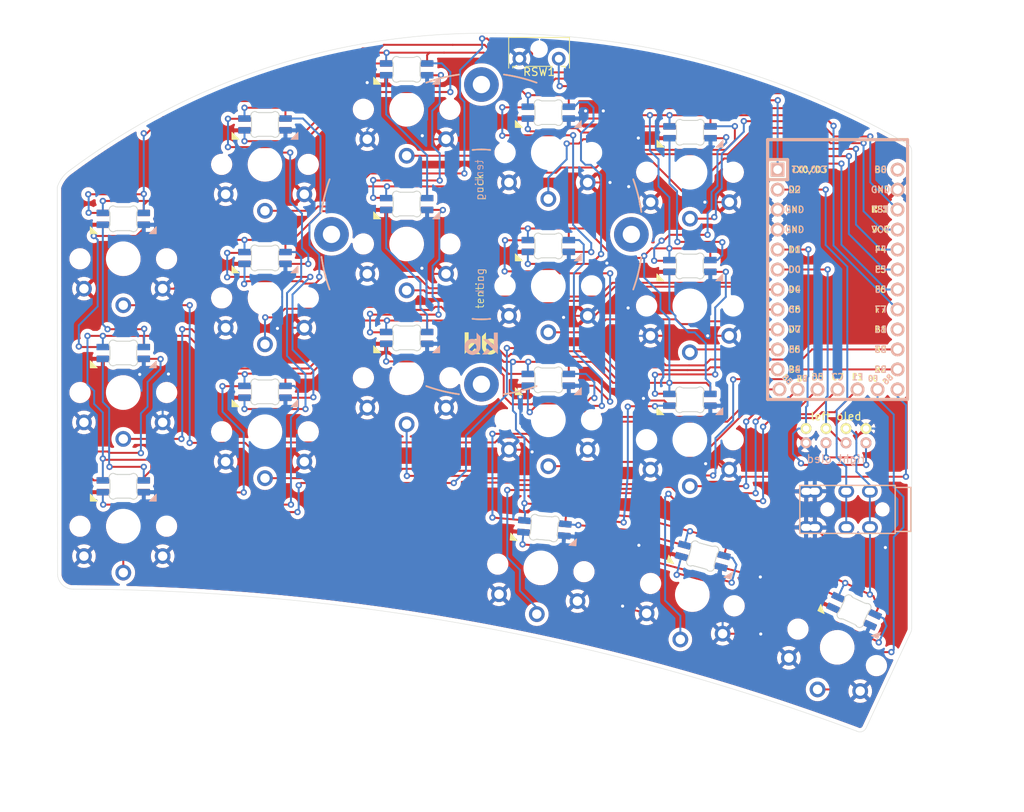
<source format=kicad_pcb>
(kicad_pcb (version 20211014) (generator pcbnew)
  (layers (0 "F.Cu" signal) (31 "B.Cu" signal) (34 "B.Paste" user) (35 "F.Paste" user) (36 "B.SilkS" user "B.Silkscreen") (37 "F.SilkS" user "F.Silkscreen") (38 "B.Mask" user) (39 "F.Mask" user) (44 "Edge.Cuts" user))
  (net 0 "")
  (net 1 "gnd")
  (net 2 "vcc")
  (net 3 "Switch18")
  (net 4 "reset")
  (net 5 "Switch1")
  (net 6 "Switch2")
  (net 7 "Switch3")
  (net 8 "Switch4")
  (net 9 "Switch5")
  (net 10 "Switch6")
  (net 11 "Switch7")
  (net 12 "Switch8")
  (net 13 "Switch9")
  (net 14 "Switch10")
  (net 15 "Switch11")
  (net 16 "Switch12")
  (net 17 "Switch13")
  (net 18 "Switch14")
  (net 19 "Switch15")
  (net 20 "Switch16")
  (net 21 "Switch17")
  (net 22 "raw")
  (net 24 "Net-(D1-Pad2)")
  (net 25 "led")
  (net 26 "Net-(D2-Pad2)")
  (net 27 "data")
  (net 28 "Net-(D16-Pad2)")
  (net 29 "Net-(D3-Pad2)")
  (net 30 "Net-(D17-Pad2)")
  (net 31 "Net-(D4-Pad2)")
  (net 32 "Net-(D5-Pad2)")
  (net 33 "Net-(D6-Pad2)")
  (net 34 "Net-(D10-Pad4)")
  (net 35 "Net-(D11-Pad4)")
  (net 36 "Net-(D12-Pad4)")
  (net 37 "Net-(D10-Pad2)")
  (net 38 "Net-(D11-Pad2)")
  (net 39 "Net-(D12-Pad2)")
  (net 40 "Net-(D13-Pad2)")
  (net 41 "Net-(D14-Pad2)")
  (net 42 "Net-(D15-Pad2)")
  (net 44 "sda")
  (net 45 "scl")
  (net 46 "Net-(D19-Pad2)")
  (net 47 "Net-(D20-Pad2)")
  (net 48 "Net-(D20-Pad4)")
  (net 49 "Net-(D21-Pad2)")
  (net 50 "Net-(D21-Pad4)")
  (net 51 "Net-(D22-Pad2)")
  (net 52 "Net-(D23-Pad2)")
  (net 53 "Net-(D24-Pad2)")
  (net 54 "Net-(D25-Pad2)")
  (net 55 "Net-(D26-Pad2)")
  (net 56 "Net-(D27-Pad2)")
  (net 57 "Net-(D28-Pad2)")
  (net 58 "Net-(D29-Pad2)")
  (net 59 "Net-(D30-Pad2)")
  (net 60 "Net-(D31-Pad2)")
  (net 61 "Net-(D32-Pad2)")
  (net 62 "Net-(D33-Pad2)")
  (footprint "Keebio-Parts:TRRS-PJ-320A" (layer "F.Cu") (at 120.098237 72.712494 -90)
    (fp_text reference "J2")
    (fp_text value "AudioJack4dpb")
  )
  (footprint "Keebio-Parts:SW_Tactile_SPST_Angled_MJTP1117-no-mount" (layer "F.Cu") (at 72.355236 15.404995)
    (fp_text reference "RSW1")
    (fp_text value "SW_Push")
  )
  (footprint "Keebio-Parts:Kailh-PG1350-1u-reversible" (layer "F.Cu") (at 22.030236 40.842495)
    (fp_text reference "SW2")
    (fp_text value "SW_Push" hide)
  )
  (footprint "Keebio-Parts:Kailh-PG1350-1u-reversible" (layer "F.Cu") (at 40.030236 28.842495)
    (fp_text reference "SW3")
    (fp_text value "SW_Push" hide)
  )
  (footprint "Keebio-Parts:Kailh-PG1350-1u-reversible" (layer "F.Cu") (at 58.030236 21.842495)
    (fp_text reference "SW4")
    (fp_text value "SW_Push" hide)
  )
  (footprint "Keebio-Parts:Kailh-PG1350-1u-reversible" (layer "F.Cu") (at 76.030237 27.342495)
    (fp_text reference "SW5")
    (fp_text value "SW_Push" hide)
  )
  (footprint "Keebio-Parts:Kailh-PG1350-1u-reversible" (layer "F.Cu") (at 94.030235 29.842495)
    (fp_text reference "SW6")
    (fp_text value "SW_Push" hide)
  )
  (footprint "Keebio-Parts:Kailh-PG1350-1u-reversible" (layer "F.Cu") (at 22.030236 57.842495)
    (fp_text reference "SW8")
    (fp_text value "SW_Push" hide)
  )
  (footprint "Keebio-Parts:Kailh-PG1350-1u-reversible" (layer "F.Cu") (at 40.030237 45.816495)
    (fp_text reference "SW9")
    (fp_text value "SW_Push" hide)
  )
  (footprint "Keebio-Parts:Kailh-PG1350-1u-reversible" (layer "F.Cu") (at 58.030236 38.958495)
    (fp_text reference "SW10")
    (fp_text value "SW_Push" hide)
  )
  (footprint "Keebio-Parts:Kailh-PG1350-1u-reversible" (layer "F.Cu") (at 76.030236 44.292496)
    (fp_text reference "SW11")
    (fp_text value "SW_Push" hide)
  )
  (footprint "Keebio-Parts:Kailh-PG1350-1u-reversible" (layer "F.Cu") (at 94.010236 46.832496)
    (fp_text reference "SW12")
    (fp_text value "SW_Push" hide)
  )
  (footprint "Keebio-Parts:Kailh-PG1350-1u-reversible" (layer "F.Cu") (at 22.030237 74.842495)
    (fp_text reference "SW14")
    (fp_text value "SW_Push" hide)
  )
  (footprint "Keebio-Parts:Kailh-PG1350-1u-reversible" (layer "F.Cu") (at 40.030236 62.834495)
    (fp_text reference "SW15")
    (fp_text value "SW_Push" hide)
  )
  (footprint "Keebio-Parts:Kailh-PG1350-1u-reversible" (layer "F.Cu") (at 58.030235 55.976495)
    (fp_text reference "SW16")
    (fp_text value "SW_Push" hide)
  )
  (footprint "Keebio-Parts:Kailh-PG1350-1u-reversible" (layer "F.Cu") (at 76.030236 61.310496)
    (fp_text reference "SW17")
    (fp_text value "SW_Push" hide)
  )
  (footprint "Keebio-Parts:Kailh-PG1350-1u-reversible" (layer "F.Cu") (at 94.010236 63.850495)
    (fp_text reference "SW18")
    (fp_text value "SW_Push" hide)
  )
  (footprint "Keebio-Parts:Kailh-PG1350-1u-reversible" (layer "F.Cu") (at 112.730237 90.242494 -25)
    (fp_text reference "SW20")
    (fp_text value "SW_Push" hide)
  )
  (footprint "Keebio-Parts:Kailh-PG1350-1u-reversible" (layer "F.Cu") (at 94.330236 83.542494 -15)
    (fp_text reference "SW21")
    (fp_text value "SW_Push" hide)
  )
  (footprint "kbd:Tenting_Puck2" (layer "F.Cu") (at 67.530236 37.742495)
    (fp_text reference "REF**")
    (fp_text value "Tenting Puck")
  )
  (footprint "sweep36:MX_SK6812MINI-E_REV" (layer "F.Cu") (at 75.080237 80.142494 175)
    (fp_text reference "D12" hide)
    (fp_text value "SK6812MINI-E")
    (fp_line (start 1.699999 4.377158) (end 1.699999 5.782842) (layer "Edge.Cuts") (width 0.1))
    (fp_line (start 0.794452 6.579999) (end -0.794453 6.579999) (layer "Edge.Cuts") (width 0.1))
    (fp_line (start -0.794452 3.58) (end 0.794452 3.58) (layer "Edge.Cuts") (width 0.1))
    (fp_line (start -1.699999 5.782842) (end -1.699999 4.377158) (layer "Edge.Cuts") (width 0.1))
    (fp_arc (start -1.046711 6.648298) (mid -0.925124 6.597376) (end -0.794453 6.579999) (layer "Edge.Cuts") (width 0.1))
    (fp_arc (start -1.699999 5.782843) (mid -1.712527 5.894069) (end -1.749484 5.99972) (layer "Edge.Cuts") (width 0.1))
    (fp_arc (start -1.749484 4.160281) (mid -1.638072 3.575966) (end -1.046711 3.511701) (layer "Edge.Cuts") (width 0.1))
    (fp_arc (start 1.046711 3.511703) (mid 1.63807 3.575966) (end 1.749484 4.16028) (layer "Edge.Cuts") (width 0.1))
    (fp_arc (start 0.794453 6.58) (mid 0.925123 6.597377) (end 1.046711 6.648299) (layer "Edge.Cuts") (width 0.1))
    (fp_arc (start 1.749484 5.99972) (mid 1.638071 6.584035) (end 1.046711 6.648299) (layer "Edge.Cuts") (width 0.1))
    (fp_arc (start 1.699999 4.377157) (mid 1.712527 4.265932) (end 1.749484 4.16028) (layer "Edge.Cuts") (width 0.1))
    (fp_arc (start -1.749484 4.16028) (mid -1.712527 4.265932) (end -1.699999 4.377158) (layer "Edge.Cuts") (width 0.1))
    (fp_arc (start -1.046711 6.648298) (mid -1.63807 6.584034) (end -1.749484 5.99972) (layer "Edge.Cuts") (width 0.1))
    (fp_arc (start 1.749484 5.99972) (mid 1.712527 5.894068) (end 1.699999 5.782842) (layer "Edge.Cuts") (width 0.1))
    (fp_arc (start 1.04671 3.511701) (mid 0.925122 3.562623) (end 0.794452 3.58) (layer "Edge.Cuts") (width 0.1))
    (fp_arc (start -0.794452 3.58) (mid -0.925123 3.562623) (end -1.046711 3.511701) (layer "Edge.Cuts") (width 0.1))
  )
  (footprint "sweep36:MX_SK6812MINI-E_REV" (layer "F.Cu") (at 40.030236 28.842495 180)
    (fp_text reference "D16" hide)
    (fp_text value "SK6812MINI-E")
    (fp_line (start 1.699999 4.377158) (end 1.699999 5.782842) (layer "Edge.Cuts") (width 0.1))
    (fp_line (start -1.699999 5.782842) (end -1.699999 4.377158) (layer "Edge.Cuts") (width 0.1))
    (fp_line (start 0.794452 6.579999) (end -0.794453 6.579999) (layer "Edge.Cuts") (width 0.1))
    (fp_line (start -0.794452 3.58) (end 0.794452 3.58) (layer "Edge.Cuts") (width 0.1))
    (fp_arc (start 1.04671 3.511701) (mid 0.925122 3.562623) (end 0.794452 3.58) (layer "Edge.Cuts") (width 0.1))
    (fp_arc (start -1.699999 5.782843) (mid -1.712527 5.894068) (end -1.749484 5.99972) (layer "Edge.Cuts") (width 0.1))
    (fp_arc (start -1.749484 4.160281) (mid -1.638072 3.575965) (end -1.046711 3.511701) (layer "Edge.Cuts") (width 0.1))
    (fp_arc (start -1.046711 6.648298) (mid -0.925123 6.597376) (end -0.794453 6.579999) (layer "Edge.Cuts") (width 0.1))
    (fp_arc (start -1.749484 4.16028) (mid -1.712527 4.265932) (end -1.699999 4.377158) (layer "Edge.Cuts") (width 0.1))
    (fp_arc (start 1.699999 4.377157) (mid 1.712527 4.265932) (end 1.749484 4.16028) (layer "Edge.Cuts") (width 0.1))
    (fp_arc (start 1.749484 5.99972) (mid 1.712527 5.894068) (end 1.699999 5.782842) (layer "Edge.Cuts") (width 0.1))
    (fp_arc (start 1.749484 5.99972) (mid 1.638071 6.584035) (end 1.046711 6.648299) (layer "Edge.Cuts") (width 0.1))
    (fp_arc (start -1.046711 6.648298) (mid -1.63807 6.584034) (end -1.749484 5.99972) (layer "Edge.Cuts") (width 0.1))
    (fp_arc (start -0.794452 3.58) (mid -0.925123 3.562623) (end -1.046711 3.511701) (layer "Edge.Cuts") (width 0.1))
    (fp_arc (start 0.794453 6.58) (mid 0.925123 6.597377) (end 1.046711 6.648299) (layer "Edge.Cuts") (width 0.1))
    (fp_arc (start 1.046711 3.511703) (mid 1.63807 3.575966) (end 1.749484 4.16028) (layer "Edge.Cuts") (width 0.1))
  )
  (footprint "sweep36:MX_SK6812MINI-E_REV" (layer "F.Cu") (at 58.030235 55.976495 180)
    (fp_text reference "D8" hide)
    (fp_text value "SK6812MINI-E")
    (fp_line (start 1.699999 4.377158) (end 1.699999 5.782842) (layer "Edge.Cuts") (width 0.1))
    (fp_line (start -1.699999 5.782842) (end -1.699999 4.377158) (layer "Edge.Cuts") (width 0.1))
    (fp_line (start 0.794452 6.579999) (end -0.794453 6.579999) (layer "Edge.Cuts") (width 0.1))
    (fp_line (start -0.794452 3.58) (end 0.794452 3.58) (layer "Edge.Cuts") (width 0.1))
    (fp_arc (start -1.749484 4.160281) (mid -1.638072 3.575965) (end -1.046711 3.511701) (layer "Edge.Cuts") (width 0.1))
    (fp_arc (start -1.046711 6.648298) (mid -1.63807 6.584034) (end -1.749484 5.99972) (layer "Edge.Cuts") (width 0.1))
    (fp_arc (start 1.04671 3.511701) (mid 0.925122 3.562623) (end 0.794452 3.58) (layer "Edge.Cuts") (width 0.1))
    (fp_arc (start 1.046711 3.511703) (mid 1.63807 3.575966) (end 1.749484 4.16028) (layer "Edge.Cuts") (width 0.1))
    (fp_arc (start 1.699999 4.377157) (mid 1.712527 4.265932) (end 1.749484 4.16028) (layer "Edge.Cuts") (width 0.1))
    (fp_arc (start 1.749484 5.99972) (mid 1.638071 6.584035) (end 1.046711 6.648299) (layer "Edge.Cuts") (width 0.1))
    (fp_arc (start -1.749484 4.16028) (mid -1.712527 4.265932) (end -1.699999 4.377158) (layer "Edge.Cuts") (width 0.1))
    (fp_arc (start 0.794453 6.58) (mid 0.925123 6.597377) (end 1.046711 6.648299) (layer "Edge.Cuts") (width 0.1))
    (fp_arc (start -1.046711 6.648298) (mid -0.925123 6.597376) (end -0.794453 6.579999) (layer "Edge.Cuts") (width 0.1))
    (fp_arc (start -1.699999 5.782843) (mid -1.712527 5.894068) (end -1.749484 5.99972) (layer "Edge.Cuts") (width 0.1))
    (fp_arc (start -0.794452 3.58) (mid -0.925123 3.562623) (end -1.046711 3.511701) (layer "Edge.Cuts") (width 0.1))
    (fp_arc (start 1.749484 5.99972) (mid 1.712527 5.894068) (end 1.699999 5.782842) (layer "Edge.Cuts") (width 0.1))
  )
  (footprint "sweep36:MX_SK6812MINI-E_REV" (layer "F.Cu") (at 58.030236 21.842495 180)
    (fp_text reference "D2" hide)
    (fp_text value "SK6812MINI-E")
    (fp_line (start 1.699999 4.377158) (end 1.699999 5.782842) (layer "Edge.Cuts") (width 0.1))
    (fp_line (start -1.699999 5.782842) (end -1.699999 4.377158) (layer "Edge.Cuts") (width 0.1))
    (fp_line (start -0.794452 3.58) (end 0.794452 3.58) (layer "Edge.Cuts") (width 0.1))
    (fp_line (start 0.794452 6.579999) (end -0.794453 6.579999) (layer "Edge.Cuts") (width 0.1))
    (fp_arc (start 1.046711 3.511703) (mid 1.63807 3.575966) (end 1.749484 4.16028) (layer "Edge.Cuts") (width 0.1))
    (fp_arc (start -1.046711 6.648298) (mid -1.63807 6.584034) (end -1.749484 5.99972) (layer "Edge.Cuts") (width 0.1))
    (fp_arc (start -1.749484 4.160281) (mid -1.638072 3.575965) (end -1.046711 3.511701) (layer "Edge.Cuts") (width 0.1))
    (fp_arc (start 0.794453 6.58) (mid 0.925123 6.597377) (end 1.046711 6.648299) (layer "Edge.Cuts") (width 0.1))
    (fp_arc (start -0.794452 3.58) (mid -0.925123 3.562623) (end -1.046711 3.511701) (layer "Edge.Cuts") (width 0.1))
    (fp_arc (start -1.046711 6.648298) (mid -0.925123 6.597376) (end -0.794453 6.579999) (layer "Edge.Cuts") (width 0.1))
    (fp_arc (start 1.749484 5.99972) (mid 1.638071 6.584035) (end 1.046711 6.648299) (layer "Edge.Cuts") (width 0.1))
    (fp_arc (start -1.699999 5.782843) (mid -1.712527 5.894068) (end -1.749484 5.99972) (layer "Edge.Cuts") (width 0.1))
    (fp_arc (start 1.699999 4.377157) (mid 1.712527 4.265932) (end 1.749484 4.16028) (layer "Edge.Cuts") (width 0.1))
    (fp_arc (start 1.04671 3.511701) (mid 0.925122 3.562623) (end 0.794452 3.58) (layer "Edge.Cuts") (width 0.1))
    (fp_arc (start -1.749484 4.16028) (mid -1.712527 4.265932) (end -1.699999 4.377158) (layer "Edge.Cuts") (width 0.1))
    (fp_arc (start 1.749484 5.99972) (mid 1.712527 5.894068) (end 1.699999 5.782842) (layer "Edge.Cuts") (width 0.1))
  )
  (footprint "sweep36:MX_SK6812MINI-E_REV" (layer "F.Cu") (at 94.330236 83.542494 165)
    (fp_text reference "D15" hide)
    (fp_text value "SK6812MINI-E")
    (fp_line (start 0.794452 6.579999) (end -0.794453 6.579999) (layer "Edge.Cuts") (width 0.1))
    (fp_line (start -1.699999 5.782842) (end -1.699999 4.377158) (layer "Edge.Cuts") (width 0.1))
    (fp_line (start -0.794452 3.58) (end 0.794452 3.58) (layer "Edge.Cuts") (width 0.1))
    (fp_line (start 1.699999 4.377158) (end 1.699999 5.782842) (layer "Edge.Cuts") (width 0.1))
    (fp_arc (start 1.04671 3.511701) (mid 0.925123 3.562623) (end 0.794452 3.58) (layer "Edge.Cuts") (width 0.1))
    (fp_arc (start 1.699999 4.377157) (mid 1.712527 4.265932) (end 1.749484 4.16028) (layer "Edge.Cuts") (width 0.1))
    (fp_arc (start 1.046711 3.511703) (mid 1.63807 3.575966) (end 1.749484 4.16028) (layer "Edge.Cuts") (width 0.1))
    (fp_arc (start 1.749484 5.99972) (mid 1.638071 6.584035) (end 1.046711 6.648299) (layer "Edge.Cuts") (width 0.1))
    (fp_arc (start -1.699999 5.782843) (mid -1.712527 5.894069) (end -1.749484 5.99972) (layer "Edge.Cuts") (width 0.1))
    (fp_arc (start -0.794452 3.58) (mid -0.925122 3.562623) (end -1.046711 3.511701) (layer "Edge.Cuts") (width 0.1))
    (fp_arc (start 0.794453 6.58) (mid 0.925123 6.597377) (end 1.046711 6.648299) (layer "Edge.Cuts") (width 0.1))
    (fp_arc (start -1.046711 6.648298) (mid -0.925124 6.597376) (end -0.794453 6.579999) (layer "Edge.Cuts") (width 0.1))
    (fp_arc (start -1.046711 6.648298) (mid -1.63807 6.584034) (end -1.749484 5.99972) (layer "Edge.Cuts") (width 0.1))
    (fp_arc (start 1.749484 5.99972) (mid 1.712527 5.894068) (end 1.699999 5.782842) (layer "Edge.Cuts") (width 0.1))
    (fp_arc (start -1.749484 4.160281) (mid -1.638072 3.575965) (end -1.046711 3.511701) (layer "Edge.Cuts") (width 0.1))
    (fp_arc (start -1.749484 4.16028) (mid -1.712527 4.265932) (end -1.699999 4.377158) (layer "Edge.Cuts") (width 0.1))
  )
  (footprint "sweep36:MX_SK6812MINI-E_REV" (layer "F.Cu") (at 76.030236 61.310496 180)
    (fp_text reference "D11" hide)
    (fp_text value "SK6812MINI-E")
    (fp_line (start 1.699999 4.377158) (end 1.699999 5.782842) (layer "Edge.Cuts") (width 0.1))
    (fp_line (start 0.794452 6.579999) (end -0.794453 6.579999) (layer "Edge.Cuts") (width 0.1))
    (fp_line (start -1.699999 5.782842) (end -1.699999 4.377158) (layer "Edge.Cuts") (width 0.1))
    (fp_line (start -0.794452 3.58) (end 0.794452 3.58) (layer "Edge.Cuts") (width 0.1))
    (fp_arc (start 1.04671 3.511701) (mid 0.925122 3.562623) (end 0.794452 3.58) (layer "Edge.Cuts") (width 0.1))
    (fp_arc (start 1.749484 5.99972) (mid 1.712527 5.894068) (end 1.699999 5.782842) (layer "Edge.Cuts") (width 0.1))
    (fp_arc (start -0.794452 3.58) (mid -0.925123 3.562623) (end -1.046711 3.511701) (layer "Edge.Cuts") (width 0.1))
    (fp_arc (start -1.749484 4.16028) (mid -1.712527 4.265932) (end -1.699999 4.377158) (layer "Edge.Cuts") (width 0.1))
    (fp_arc (start -1.699999 5.782843) (mid -1.712527 5.894068) (end -1.749484 5.99972) (layer "Edge.Cuts") (width 0.1))
    (fp_arc (start -1.749484 4.160281) (mid -1.638072 3.575965) (end -1.046711 3.511701) (layer "Edge.Cuts") (width 0.1))
    (fp_arc (start 1.699999 4.377157) (mid 1.712527 4.265932) (end 1.749484 4.16028) (layer "Edge.Cuts") (width 0.1))
    (fp_arc (start 1.046711 3.511703) (mid 1.63807 3.575966) (end 1.749484 4.16028) (layer "Edge.Cuts") (width 0.1))
    (fp_arc (start -1.046711 6.648298) (mid -0.925123 6.597376) (end -0.794453 6.579999) (layer "Edge.Cuts") (width 0.1))
    (fp_arc (start 1.749484 5.99972) (mid 1.638071 6.584035) (end 1.046711 6.648299) (layer "Edge.Cuts") (width 0.1))
    (fp_arc (start -1.046711 6.648298) (mid -1.63807 6.584034) (end -1.749484 5.99972) (layer "Edge.Cuts") (width 0.1))
    (fp_arc (start 0.794453 6.58) (mid 0.925123 6.597377) (end 1.046711 6.648299) (layer "Edge.Cuts") (width 0.1))
  )
  (footprint "Keebio-Parts:Elite-C" (layer "F.Cu") (at 112.780235 43.479246 -90)
    (fp_text reference "U2" hide)
    (fp_text value "Elite-C" hide)
  )
  (footprint "sweep36:MX_SK6812MINI-E_REV" (layer "F.Cu") (at 76.030236 44.292496 180)
    (fp_text reference "D14" hide)
    (fp_text value "SK6812MINI-E")
    (fp_line (start -0.794452 3.58) (end 0.794452 3.58) (layer "Edge.Cuts") (width 0.1))
    (fp_line (start 1.699999 4.377158) (end 1.699999 5.782842) (layer "Edge.Cuts") (width 0.1))
    (fp_line (start -1.699999 5.782842) (end -1.699999 4.377158) (layer "Edge.Cuts") (width 0.1))
    (fp_line (start 0.794452 6.579999) (end -0.794453 6.579999) (layer "Edge.Cuts") (width 0.1))
    (fp_arc (start -1.046711 6.648298) (mid -0.925123 6.597376) (end -0.794453 6.579999) (layer "Edge.Cuts") (width 0.1))
    (fp_arc (start 1.699999 4.377157) (mid 1.712527 4.265932) (end 1.749484 4.16028) (layer "Edge.Cuts") (width 0.1))
    (fp_arc (start 1.046711 3.511703) (mid 1.63807 3.575966) (end 1.749484 4.16028) (layer "Edge.Cuts") (width 0.1))
    (fp_arc (start 0.794453 6.58) (mid 0.925123 6.597377) (end 1.046711 6.648299) (layer "Edge.Cuts") (width 0.1))
    (fp_arc (start 1.749484 5.99972) (mid 1.712527 5.894068) (end 1.699999 5.782842) (layer "Edge.Cuts") (width 0.1))
    (fp_arc (start -1.749484 4.160281) (mid -1.638072 3.575965) (end -1.046711 3.511701) (layer "Edge.Cuts") (width 0.1))
    (fp_arc (start -0.794452 3.58) (mid -0.925123 3.562623) (end -1.046711 3.511701) (layer "Edge.Cuts") (width 0.1))
    (fp_arc (start 1.749484 5.99972) (mid 1.638071 6.584035) (end 1.046711 6.648299) (layer "Edge.Cuts") (width 0.1))
    (fp_arc (start 1.04671 3.511701) (mid 0.925122 3.562623) (end 0.794452 3.58) (layer "Edge.Cuts") (width 0.1))
    (fp_arc (start -1.699999 5.782843) (mid -1.712527 5.894068) (end -1.749484 5.99972) (layer "Edge.Cuts") (width 0.1))
    (fp_arc (start -1.046711 6.648298) (mid -1.63807 6.584034) (end -1.749484 5.99972) (layer "Edge.Cuts") (width 0.1))
    (fp_arc (start -1.749484 4.16028) (mid -1.712527 4.265932) (end -1.699999 4.377158) (layer "Edge.Cuts") (width 0.1))
  )
  (footprint "sweep36:MX_SK6812MINI-E_REV" (layer "F.Cu") (at 40.030236 62.834495 180)
    (fp_text reference "D10" hide)
    (fp_text value "SK6812MINI-E")
    (fp_line (start 0.794452 6.579999) (end -0.794453 6.579999) (layer "Edge.Cuts") (width 0.1))
    (fp_line (start -0.794452 3.58) (end 0.794452 3.58) (layer "Edge.Cuts") (width 0.1))
    (fp_line (start 1.699999 4.377158) (end 1.699999 5.782842) (layer "Edge.Cuts") (width 0.1))
    (fp_line (start -1.699999 5.782842) (end -1.699999 4.377158) (layer "Edge.Cuts") (width 0.1))
    (fp_arc (start -1.699999 5.782843) (mid -1.712527 5.894068) (end -1.749484 5.99972) (layer "Edge.Cuts") (width 0.1))
    (fp_arc (start -1.749484 4.160281) (mid -1.638072 3.575965) (end -1.046711 3.511701) (layer "Edge.Cuts") (width 0.1))
    (fp_arc (start -0.794452 3.58) (mid -0.925123 3.562623) (end -1.046711 3.511701) (layer "Edge.Cuts") (width 0.1))
    (fp_arc (start -1.046711 6.648298) (mid -0.925123 6.597376) (end -0.794453 6.579999) (layer "Edge.Cuts") (width 0.1))
    (fp_arc (start 1.04671 3.511701) (mid 0.925122 3.562623) (end 0.794452 3.58) (layer "Edge.Cuts") (width 0.1))
    (fp_arc (start 1.046711 3.511703) (mid 1.63807 3.575966) (end 1.749484 4.16028) (layer "Edge.Cuts") (width 0.1))
    (fp_arc (start -1.749484 4.16028) (mid -1.712527 4.265932) (end -1.699999 4.377158) (layer "Edge.Cuts") (width 0.1))
    (fp_arc (start 1.749484 5.99972) (mid 1.638071 6.584035) (end 1.046711 6.648299) (layer "Edge.Cuts") (width 0.1))
    (fp_arc (start 1.699999 4.377157) (mid 1.712527 4.265932) (end 1.749484 4.16028) (layer "Edge.Cuts") (width 0.1))
    (fp_arc (start 0.794453 6.58) (mid 0.925123 6.597377) (end 1.046711 6.648299) (layer "Edge.Cuts") (width 0.1))
    (fp_arc (start 1.749484 5.99972) (mid 1.712527 5.894068) (end 1.699999 5.782842) (layer "Edge.Cuts") (width 0.1))
    (fp_arc (start -1.046711 6.648298) (mid -1.63807 6.584034) (end -1.749484 5.99972) (layer "Edge.Cuts") (width 0.1))
  )
  (footprint "sweep36:MX_SK6812MINI-E_REV" (layer "F.Cu") (at 22.030236 40.842495 180)
    (fp_text reference "D1" hide)
    (fp_text value "SK6812MINI-E")
    (fp_line (start 1.699999 4.377158) (end 1.699999 5.782842) (layer "Edge.Cuts") (width 0.1))
    (fp_line (start -1.699999 5.782842) (end -1.699999 4.377158) (layer "Edge.Cuts") (width 0.1))
    (fp_line (start -0.794452 3.58) (end 0.794452 3.58) (layer "Edge.Cuts") (width 0.1))
    (fp_line (start 0.794452 6.579999) (end -0.794453 6.579999) (layer "Edge.Cuts") (width 0.1))
    (fp_arc (start 1.749484 5.99972) (mid 1.638071 6.584035) (end 1.046711 6.648299) (layer "Edge.Cuts") (width 0.1))
    (fp_arc (start -1.046711 6.648298) (mid -0.925123 6.597376) (end -0.794453 6.579999) (layer "Edge.Cuts") (width 0.1))
    (fp_arc (start 1.04671 3.511701) (mid 0.925122 3.562623) (end 0.794452 3.58) (layer "Edge.Cuts") (width 0.1))
    (fp_arc (start -0.794452 3.58) (mid -0.925123 3.562623) (end -1.046711 3.511701) (layer "Edge.Cuts") (width 0.1))
    (fp_arc (start -1.749484 4.16028) (mid -1.712527 4.265932) (end -1.699999 4.377158) (layer "Edge.Cuts") (width 0.1))
    (fp_arc (start -1.046711 6.648298) (mid -1.63807 6.584034) (end -1.749484 5.99972) (layer "Edge.Cuts") (width 0.1))
    (fp_arc (start 1.046711 3.511703) (mid 1.63807 3.575966) (end 1.749484 4.16028) (layer "Edge.Cuts") (width 0.1))
    (fp_arc (start -1.749484 4.160281) (mid -1.638072 3.575965) (end -1.046711 3.511701) (layer "Edge.Cuts") (width 0.1))
    (fp_arc (start -1.699999 5.782843) (mid -1.712527 5.894068) (end -1.749484 5.99972) (layer "Edge.Cuts") (width 0.1))
    (fp_arc (start 0.794453 6.58) (mid 0.925123 6.597377) (end 1.046711 6.648299) (layer "Edge.Cuts") (width 0.1))
    (fp_arc (start 1.749484 5.99972) (mid 1.712527 5.894068) (end 1.699999 5.782842) (layer "Edge.Cuts") (width 0.1))
    (fp_arc (start 1.699999 4.377157) (mid 1.712527 4.265932) (end 1.749484 4.16028) (layer "Edge.Cuts") (width 0.1))
  )
  (footprint "sweep36:MX_SK6812MINI-E_REV" (layer "F.Cu") (at 94.010236 63.850495 180)
    (fp_text reference "D9" hide)
    (fp_text value "SK6812MINI-E")
    (fp_line (start 0.794452 6.579999) (end -0.794453 6.579999) (layer "Edge.Cuts") (width 0.1))
    (fp_line (start 1.699999 4.377158) (end 1.699999 5.782842) (layer "Edge.Cuts") (width 0.1))
    (fp_line (start -0.794452 3.58) (end 0.794452 3.58) (layer "Edge.Cuts") (width 0.1))
    (fp_line (start -1.699999 5.782842) (end -1.699999 4.377158) (layer "Edge.Cuts") (width 0.1))
    (fp_arc (start 1.749484 5.99972) (mid 1.638071 6.584035) (end 1.046711 6.648299) (layer "Edge.Cuts") (width 0.1))
    (fp_arc (start -1.749484 4.16028) (mid -1.712527 4.265932) (end -1.699999 4.377158) (layer "Edge.Cuts") (width 0.1))
    (fp_arc (start 1.699999 4.377157) (mid 1.712527 4.265932) (end 1.749484 4.16028) (layer "Edge.Cuts") (width 0.1))
    (fp_arc (start -0.794452 3.58) (mid -0.925123 3.562623) (end -1.046711 3.511701) (layer "Edge.Cuts") (width 0.1))
    (fp_arc (start -1.046711 6.648298) (mid -1.63807 6.584034) (end -1.749484 5.99972) (layer "Edge.Cuts") (width 0.1))
    (fp_arc (start 1.046711 3.511703) (mid 1.63807 3.575966) (end 1.749484 4.16028) (layer "Edge.Cuts") (width 0.1))
    (fp_arc (start 1.04671 3.511701) (mid 0.925122 3.562623) (end 0.794452 3.58) (layer "Edge.Cuts") (width 0.1))
    (fp_arc (start -1.046711 6.648298) (mid -0.925123 6.597376) (end -0.794453 6.579999) (layer "Edge.Cuts") (width 0.1))
    (fp_arc (start 0.794453 6.58) (mid 0.925123 6.597377) (end 1.046711 6.648299) (layer "Edge.Cuts") (width 0.1))
    (fp_arc (start 1.749484 5.99972) (mid 1.712527 5.894068) (end 1.699999 5.782842) (layer "Edge.Cuts") (width 0.1))
    (fp_arc (start -1.699999 5.782843) (mid -1.712527 5.894068) (end -1.749484 5.99972) (layer "Edge.Cuts") (width 0.1))
    (fp_arc (start -1.749484 4.160281) (mid -1.638072 3.575965) (end -1.046711 3.511701) (layer "Edge.Cuts") (width 0.1))
  )
  (footprint "sweep36:MX_SK6812MINI-E_REV" (layer "F.Cu") (at 76.030237 27.342495 180)
    (fp_text reference "D17" hide)
    (fp_text value "SK6812MINI-E")
    (fp_line (start 1.699999 4.377158) (end 1.699999 5.782842) (layer "Edge.Cuts") (width 0.1))
    (fp_line (start -1.699999 5.782842) (end -1.699999 4.377158) (layer "Edge.Cuts") (width 0.1))
    (fp_line (start -0.794452 3.58) (end 0.794452 3.58) (layer "Edge.Cuts") (width 0.1))
    (fp_line (start 0.794452 6.579999) (end -0.794453 6.579999) (layer "Edge.Cuts") (width 0.1))
    (fp_arc (start 1.749484 5.99972) (mid 1.638071 6.584035) (end 1.046711 6.648299) (layer "Edge.Cuts") (width 0.1))
    (fp_arc (start 1.749484 5.99972) (mid 1.712527 5.894068) (end 1.699999 5.782842) (layer "Edge.Cuts") (width 0.1))
    (fp_arc (start 0.794453 6.58) (mid 0.925123 6.597377) (end 1.046711 6.648299) (layer "Edge.Cuts") (width 0.1))
    (fp_arc (start 1.046711 3.511703) (mid 1.63807 3.575966) (end 1.749484 4.16028) (layer "Edge.Cuts") (width 0.1))
    (fp_arc (start -1.699999 5.782843) (mid -1.712527 5.894068) (end -1.749484 5.99972) (layer "Edge.Cuts") (width 0.1))
    (fp_arc (start -1.749484 4.160281) (mid -1.638072 3.575965) (end -1.046711 3.511701) (layer "Edge.Cuts") (width 0.1))
    (fp_arc (start -0.794452 3.58) (mid -0.925123 3.562623) (end -1.046711 3.511701) (layer "Edge.Cuts") (width 0.1))
    (fp_arc (start 1.04671 3.511701) (mid 0.925122 3.562623) (end 0.794452 3.58) (layer "Edge.Cuts") (width 0.1))
    (fp_arc (start -1.749484 4.16028) (mid -1.712527 4.265932) (end -1.699999 4.377158) (layer "Edge.Cuts") (width 0.1))
    (fp_arc (start -1.046711 6.648298) (mid -0.925123 6.597376) (end -0.794453 6.579999) (layer "Edge.Cuts") (width 0.1))
    (fp_arc (start -1.046711 6.648298) (mid -1.63807 6.584034) (end -1.749484 5.99972) (layer "Edge.Cuts") (width 0.1))
    (fp_arc (start 1.699999 4.377157) (mid 1.712527 4.265932) (end 1.749484 4.16028) (layer "Edge.Cuts") (width 0.1))
  )
  (footprint "sweep36:MX_SK6812MINI-E_REV" (layer "F.Cu") (at 112.730237 90.242494 155)
    (fp_text reference "D18" hide)
    (fp_text value "SK6812MINI-E")
    (fp_line (start -1.699999 5.782842) (end -1.699999 4.377158) (layer "Edge.Cuts") (width 0.1))
    (fp_line (start 1.699999 4.377158) (end 1.699999 5.782842) (layer "Edge.Cuts") (width 0.1))
    (fp_line (start 0.794452 6.579999) (end -0.794453 6.579999) (layer "Edge.Cuts") (width 0.1))
    (fp_line (start -0.794452 3.58) (end 0.794452 3.58) (layer "Edge.Cuts") (width 0.1))
    (fp_arc (start 1.04671 3.511701) (mid 0.925123 3.562623) (end 0.794452 3.58) (layer "Edge.Cuts") (width 0.1))
    (fp_arc (start 1.046711 3.511703) (mid 1.63807 3.575966) (end 1.749484 4.16028) (layer "Edge.Cuts") (width 0.1))
    (fp_arc (start -1.749484 4.160281) (mid -1.638072 3.575965) (end -1.046711 3.511701) (layer "Edge.Cuts") (width 0.1))
    (fp_arc (start -1.046711 6.648298) (mid -1.638071 6.584034) (end -1.749484 5.99972) (layer "Edge.Cuts") (width 0.1))
    (fp_arc (start -0.794452 3.58) (mid -0.925123 3.562623) (end -1.046711 3.511701) (layer "Edge.Cuts") (width 0.1))
    (fp_arc (start 0.794453 6.58) (mid 0.925123 6.597377) (end 1.046711 6.648299) (layer "Edge.Cuts") (width 0.1))
    (fp_arc (start 1.749484 5.99972) (mid 1.712527 5.894068) (end 1.699999 5.782842) (layer "Edge.Cuts") (width 0.1))
    (fp_arc (start 1.699999 4.377157) (mid 1.712527 4.265931) (end 1.749484 4.16028) (layer "Edge.Cuts") (width 0.1))
    (fp_arc (start 1.749484 5.99972) (mid 1.638071 6.584035) (end 1.046711 6.648299) (layer "Edge.Cuts") (width 0.1))
    (fp_arc (start -1.699999 5.782843) (mid -1.712527 5.894068) (end -1.749484 5.99972) (layer "Edge.Cuts") (width 0.1))
    (fp_arc (start -1.749484 4.16028) (mid -1.712527 4.265932) (end -1.699999 4.377158) (layer "Edge.Cuts") (width 0.1))
    (fp_arc (start -1.046711 6.648298) (mid -0.925124 6.597376) (end -0.794453 6.579999) (layer "Edge.Cuts") (width 0.1))
  )
  (footprint "sweep36:MX_SK6812MINI-E_REV" (layer "F.Cu") (at 22.030236 57.892495 180)
    (fp_text reference "D4" hide)
    (fp_text value "SK6812MINI-E")
    (fp_line (start 1.699999 4.377158) (end 1.699999 5.782842) (layer "Edge.Cuts") (width 0.1))
    (fp_line (start -0.794452 3.58) (end 0.794452 3.58) (layer "Edge.Cuts") (width 0.1))
    (fp_line (start 0.794452 6.579999) (end -0.794453 6.579999) (layer "Edge.Cuts") (width 0.1))
    (fp_line (start -1.699999 5.782842) (end -1.699999 4.377158) (layer "Edge.Cuts") (width 0.1))
    (fp_arc (start -0.794452 3.58) (mid -0.925123 3.562623) (end -1.046711 3.511701) (layer "Edge.Cuts") (width 0.1))
    (fp_arc (start 0.794453 6.58) (mid 0.925123 6.597377) (end 1.046711 6.648299) (layer "Edge.Cuts") (width 0.1))
    (fp_arc (start -1.749484 4.160281) (mid -1.638072 3.575965) (end -1.046711 3.511701) (layer "Edge.Cuts") (width 0.1))
    (fp_arc (start -1.699999 5.782843) (mid -1.712527 5.894068) (end -1.749484 5.99972) (layer "Edge.Cuts") (width 0.1))
    (fp_arc (start 1.749484 5.99972) (mid 1.638071 6.584035) (end 1.046711 6.648299) (layer "Edge.Cuts") (width 0.1))
    (fp_arc (start -1.046711 6.648298) (mid -1.63807 6.584034) (end -1.749484 5.99972) (layer "Edge.Cuts") (width 0.1))
    (fp_arc (start 1.04671 3.511701) (mid 0.925122 3.562623) (end 0.794452 3.58) (layer "Edge.Cuts") (width 0.1))
    (fp_arc (start 1.046711 3.511703) (mid 1.63807 3.575966) (end 1.749484 4.16028) (layer "Edge.Cuts") (width 0.1))
    (fp_arc (start -1.046711 6.648298) (mid -0.925123 6.597376) (end -0.794453 6.579999) (layer "Edge.Cuts") (width 0.1))
    (fp_arc (start 1.749484 5.99972) (mid 1.712527 5.894068) (end 1.699999 5.782842) (layer "Edge.Cuts") (width 0.1))
    (fp_arc (start 1.699999 4.377157) (mid 1.712527 4.265932) (end 1.749484 4.16028) (layer "Edge.Cuts") (width 0.1))
    (fp_arc (start -1.749484 4.16028) (mid -1.712527 4.265932) (end -1.699999 4.377158) (layer "Edge.Cuts") (width 0.1))
  )
  (footprint "sweep36:MX_SK6812MINI-E_REV" (layer "F.Cu") (at 94.030235 29.842495 180)
    (fp_text reference "D3" hide)
    (fp_text value "SK6812MINI-E")
    (fp_line (start 0.794452 6.579999) (end -0.794453 6.579999) (layer "Edge.Cuts") (width 0.1))
    (fp_line (start -1.699999 5.782842) (end -1.699999 4.377158) (layer "Edge.Cuts") (width 0.1))
    (fp_line (start -0.794452 3.58) (end 0.794452 3.58) (layer "Edge.Cuts") (width 0.1))
    (fp_line (start 1.699999 4.377158) (end 1.699999 5.782842) (layer "Edge.Cuts") (width 0.1))
    (fp_arc (start 1.749484 5.99972) (mid 1.712527 5.894068) (end 1.699999 5.782842) (layer "Edge.Cuts") (width 0.1))
    (fp_arc (start 1.046711 3.511703) (mid 1.63807 3.575966) (end 1.749484 4.16028) (layer "Edge.Cuts") (width 0.1))
    (fp_arc (start 0.794453 6.58) (mid 0.925123 6.597377) (end 1.046711 6.648299) (layer "Edge.Cuts") (width 0.1))
    (fp_arc (start -0.794452 3.58) (mid -0.925123 3.562623) (end -1.046711 3.511701) (layer "Edge.Cuts") (width 0.1))
    (fp_arc (start -1.046711 6.648298) (mid -0.925123 6.597376) (end -0.794453 6.579999) (layer "Edge.Cuts") (width 0.1))
    (fp_arc (start -1.749484 4.16028) (mid -1.712527 4.265932) (end -1.699999 4.377158) (layer "Edge.Cuts") (width 0.1))
    (fp_arc (start 1.749484 5.99972) (mid 1.638071 6.584035) (end 1.046711 6.648299) (layer "Edge.Cuts") (width 0.1))
    (fp_arc (start -1.046711 6.648298) (mid -1.63807 6.584034) (end -1.749484 5.99972) (layer "Edge.Cuts") (width 0.1))
    (fp_arc (start -1.749484 4.160281) (mid -1.638072 3.575965) (end -1.046711 3.511701) (layer "Edge.Cuts") (width 0.1))
    (fp_arc (start -1.699999 5.782843) (mid -1.712527 5.894068) (end -1.749484 5.99972) (layer "Edge.Cuts") (width 0.1))
    (fp_arc (start 1.699999 4.377157) (mid 1.712527 4.265932) (end 1.749484 4.16028) (layer "Edge.Cuts") (width 0.1))
    (fp_arc (start 1.04671 3.511701) (mid 0.925122 3.562623) (end 0.794452 3.58) (layer "Edge.Cuts") (width 0.1))
  )
  (footprint "sweep36:MX_SK6812MINI-E_REV" (layer "F.Cu") (at 22.030237 74.842495 180)
    (fp_text reference "D7" hide)
    (fp_text value "SK6812MINI-E")
    (fp_line (start 0.794452 6.579999) (end -0.794453 6.579999) (layer "Edge.Cuts") (width 0.1))
    (fp_line (start -1.699999 5.782842) (end -1.699999 4.377158) (layer "Edge.Cuts") (width 0.1))
    (fp_line (start -0.794452 3.58) (end 0.794452 3.58) (layer "Edge.Cuts") (width 0.1))
    (fp_line (start 1.699999 4.377158) (end 1.699999 5.782842) (layer "Edge.Cuts") (width 0.1))
    (fp_arc (start -1.749484 4.160281) (mid -1.638072 3.575965) (end -1.046711 3.511701) (layer "Edge.Cuts") (width 0.1))
    (fp_arc (start 1.04671 3.511701) (mid 0.925122 3.562623) (end 0.794452 3.58) (layer "Edge.Cuts") (width 0.1))
    (fp_arc (start 1.749484 5.99972) (mid 1.712527 5.894068) (end 1.699999 5.782842) (layer "Edge.Cuts") (width 0.1))
    (fp_arc (start -1.699999 5.782843) (mid -1.712527 5.894068) (end -1.749484 5.99972) (layer "Edge.Cuts") (width 0.1))
    (fp_arc (start 1.046711 3.511703) (mid 1.63807 3.575966) (end 1.749484 4.16028) (layer "Edge.Cuts") (width 0.1))
    (fp_arc (start 0.794453 6.58) (mid 0.925123 6.597377) (end 1.046711 6.648299) (layer "Edge.Cuts") (width 0.1))
    (fp_arc (start 1.749484 5.99972) (mid 1.638071 6.584035) (end 1.046711 6.648299) (layer "Edge.Cuts") (width 0.1))
    (fp_arc (start -1.046711 6.648298) (mid -1.63807 6.584034) (end -1.749484 5.99972) (layer "Edge.Cuts") (width 0.1))
    (fp_arc (start 1.699999 4.377157) (mid 1.712527 4.265932) (end 1.749484 4.16028) (layer "Edge.Cuts") (width 0.1))
    (fp_arc (start -0.794452 3.58) (mid -0.925123 3.562623) (end -1.046711 3.511701) (layer "Edge.Cuts") (width 0.1))
    (fp_arc (start -1.749484 4.16028) (mid -1.712527 4.265932) (end -1.699999 4.377158) (layer "Edge.Cuts") (width 0.1))
    (fp_arc (start -1.046711 6.648298) (mid -0.925123 6.597376) (end -0.794453 6.579999) (layer "Edge.Cuts") (width 0.1))
  )
  (footprint "sweep36:OLED_v2" (layer "F.Cu") (at 112.580236 62.422495)
    (fp_text reference "OL1")
    (fp_text value "OLED" hide)
  )
  (footprint "Keebio-Parts:Kailh-PG1350-1u-reversible" (layer "F.Cu") (at 75.080237 80.142494 -5)
    (fp_text reference "SW1")
    (fp_text value "SW_Push" hide)
  )
  (footprint "sweep36:MX_SK6812MINI-E_REV" (layer "F.Cu") (at 58.030236 38.958495 180)
    (fp_text reference "D5" hide)
    (fp_text value "SK6812MINI-E")
    (fp_line (start 1.699999 4.377158) (end 1.699999 5.782842) (layer "Edge.Cuts") (width 0.1))
    (fp_line (start -1.699999 5.782842) (end -1.699999 4.377158) (layer "Edge.Cuts") (width 0.1))
    (fp_line (start -0.794452 3.58) (end 0.794452 3.58) (layer "Edge.Cuts") (width 0.1))
    (fp_line (start 0.794452 6.579999) (end -0.794453 6.579999) (layer "Edge.Cuts") (width 0.1))
    (fp_arc (start 1.749484 5.99972) (mid 1.712527 5.894068) (end 1.699999 5.782842) (layer "Edge.Cuts") (width 0.1))
    (fp_arc (start -1.046711 6.648298) (mid -0.925123 6.597376) (end -0.794453 6.579999) (layer "Edge.Cuts") (width 0.1))
    (fp_arc (start 0.794453 6.58) (mid 0.925123 6.597377) (end 1.046711 6.648299) (layer "Edge.Cuts") (width 0.1))
    (fp_arc (start -1.749484 4.160281) (mid -1.638072 3.575965) (end -1.046711 3.511701) (layer "Edge.Cuts") (width 0.1))
    (fp_arc (start 1.699999 4.377157) (mid 1.712527 4.265932) (end 1.749484 4.16028) (layer "Edge.Cuts") (width 0.1))
    (fp_arc (start 1.04671 3.511701) (mid 0.925122 3.562623) (end 0.794452 3.58) (layer "Edge.Cuts") (width 0.1))
    (fp_arc (start -0.794452 3.58) (mid -0.925123 3.562623) (end -1.046711 3.511701) (layer "Edge.Cuts") (width 0.1))
    (fp_arc (start -1.699999 5.782843) (mid -1.712527 5.894068) (end -1.749484 5.99972) (layer "Edge.Cuts") (width 0.1))
    (fp_arc (start -1.749484 4.16028) (mid -1.712527 4.265932) (end -1.699999 4.377158) (layer "Edge.Cuts") (width 0.1))
    (fp_arc (start 1.046711 3.511703) (mid 1.63807 3.575966) (end 1.749484 4.16028) (layer "Edge.Cuts") (width 0.1))
    (fp_arc (start -1.046711 6.648298) (mid -1.63807 6.584034) (end -1.749484 5.99972) (layer "Edge.Cuts") (width 0.1))
    (fp_arc (start 1.749484 5.99972) (mid 1.638071 6.584035) (end 1.046711 6.648299) (layer "Edge.Cuts") (width 0.1))
  )
  (footprint "sweep36:MX_SK6812MINI-E_REV" (layer "F.Cu") (at 94.010236 46.832496 180)
    (fp_text reference "D6" hide)
    (fp_text value "SK6812MINI-E")
    (fp_line (start -1.699999 5.782842) (end -1.699999 4.377158) (layer "Edge.Cuts") (width 0.1))
    (fp_line (start -0.794452 3.58) (end 0.794452 3.58) (layer "Edge.Cuts") (width 0.1))
    (fp_line (start 1.699999 4.377158) (end 1.699999 5.782842) (layer "Edge.Cuts") (width 0.1))
    (fp_line (start 0.794452 6.579999) (end -0.794453 6.579999) (layer "Edge.Cuts") (width 0.1))
    (fp_arc (start -0.794452 3.58) (mid -0.925123 3.562623) (end -1.046711 3.511701) (layer "Edge.Cuts") (width 0.1))
    (fp_arc (start 1.046711 3.511703) (mid 1.63807 3.575966) (end 1.749484 4.16028) (layer "Edge.Cuts") (width 0.1))
    (fp_arc (start -1.699999 5.782843) (mid -1.712527 5.894068) (end -1.749484 5.99972) (layer "Edge.Cuts") (width 0.1))
    (fp_arc (start 1.04671 3.511701) (mid 0.925122 3.562623) (end 0.794452 3.58) (layer "Edge.Cuts") (width 0.1))
    (fp_arc (start -1.046711 6.648298) (mid -1.63807 6.584034) (end -1.749484 5.99972) (layer "Edge.Cuts") (width 0.1))
    (fp_arc (start -1.749484 4.16028) (mid -1.712527 4.265932) (end -1.699999 4.377158) (layer "Edge.Cuts") (width 0.1))
    (fp_arc (start 1.749484 5.99972) (mid 1.712527 5.894068) (end 1.699999 5.782842) (layer "Edge.Cuts") (width 0.1))
    (fp_arc (start 0.794453 6.58) (mid 0.925123 6.597377) (end 1.046711 6.648299) (layer "Edge.Cuts") (width 0.1))
    (fp_arc (start 1.699999 4.377157) (mid 1.712527 4.265932) (end 1.749484 4.16028) (layer "Edge.Cuts") (width 0.1))
    (fp_arc (start -1.046711 6.648298) (mid -0.925123 6.597376) (end -0.794453 6.579999) (layer "Edge.Cuts") (width 0.1))
    (fp_arc (start 1.749484 5.99972) (mid 1.638071 6.584035) (end 1.046711 6.648299) (layer "Edge.Cuts") (width 0.1))
    (fp_arc (start -1.749484 4.160281) (mid -1.638072 3.575965) (end -1.046711 3.511701) (layer "Edge.Cuts") (width 0.1))
  )
  (footprint "sweep36:MX_SK6812MINI-E_REV" (layer "F.Cu") (at 40.030237 45.816495 180)
    (fp_text reference "D13" hide)
    (fp_text value "SK6812MINI-E")
    (fp_line (start -1.699999 5.782842) (end -1.699999 4.377158) (layer "Edge.Cuts") (width 0.1))
    (fp_line (start -0.794452 3.58) (end 0.794452 3.58) (layer "Edge.Cuts") (width 0.1))
    (fp_line (start 1.699999 4.377158) (end 1.699999 5.782842) (layer "Edge.Cuts") (width 0.1))
    (fp_line (start 0.794452 6.579999) (end -0.794453 6.579999) (layer "Edge.Cuts") (width 0.1))
    (fp_arc (start -1.046711 6.648298) (mid -1.63807 6.584034) (end -1.749484 5.99972) (layer "Edge.Cuts") (width 0.1))
    (fp_arc (start -1.749484 4.160281) (mid -1.638072 3.575965) (end -1.046711 3.511701) (layer "Edge.Cuts") (width 0.1))
    (fp_arc (start -1.046711 6.648298) (mid -0.925123 6.597376) (end -0.794453 6.579999) (layer "Edge.Cuts") (width 0.1))
    (fp_arc (start 1.699999 4.377157) (mid 1.712527 4.265932) (end 1.749484 4.16028) (layer "Edge.Cuts") (width 0.1))
    (fp_arc (start 1.749484 5.99972) (mid 1.638071 6.584035) (end 1.046711 6.648299) (layer "Edge.Cuts") (width 0.1))
    (fp_arc (start -1.749484 4.16028) (mid -1.712527 4.265932) (end -1.699999 4.377158) (layer "Edge.Cuts") (width 0.1))
    (fp_arc (start -0.794452 3.58) (mid -0.925123 3.562623) (end -1.046711 3.511701) (layer "Edge.Cuts") (width 0.1))
    (fp_arc (start 1.046711 3.511703) (mid 1.63807 3.575966) (end 1.749484 4.16028) (layer "Edge.Cuts") (width 0.1))
    (fp_arc (start 0.794453 6.58) (mid 0.925123 6.597377) (end 1.046711 6.648299) (layer "Edge.Cuts") (width 0.1))
    (fp_arc (start -1.699999 5.782843) (mid -1.712527 5.894068) (end -1.749484 5.99972) (layer "Edge.Cuts") (width 0.1))
    (fp_arc (start 1.749484 5.99972) (mid 1.712527 5.894068) (end 1.699999 5.782842) (layer "Edge.Cuts") (width 0.1))
    (fp_arc (start 1.04671 3.511701) (mid 0.925122 3.562623) (end 0.794452 3.58) (layer "Edge.Cuts") (width 0.1))
  )
  (footprint "sweep36:MX_SK6812MINI-E_REV" (layer "B.Cu") (at 40.030236 28.842495)
    (fp_text reference "D34" hide)
    (fp_text value "SK6812MINI-E")
    (fp_line (start -0.794452 -3.58) (end 0.794452 -3.58) (layer "Edge.Cuts") (width 0.1))
    (fp_line (start 0.794452 -6.579999) (end -0.794453 -6.579999) (layer "Edge.Cuts") (width 0.1))
    (fp_line (start -1.699999 -5.782842) (end -1.699999 -4.377158) (layer "Edge.Cuts") (width 0.1))
    (fp_line (start 1.699999 -4.377158) (end 1.699999 -5.782842) (layer "Edge.Cuts") (width 0.1))
    (fp_arc (start 1.699999 -5.782842) (mid 1.712527 -5.894068) (end 1.749484 -5.99972) (layer "Edge.Cuts") (width 0.1))
    (fp_arc (start 1.749484 -4.16028) (mid 1.712527 -4.265932) (end 1.699999 -4.377157) (layer "Edge.Cuts") (width 0.1))
    (fp_arc (start 1.046711 -6.648299) (mid 0.925123 -6.597376) (end 0.794453 -6.58) (layer "Edge.Cuts") (width 0.1))
    (fp_arc (start 1.046711 -6.648299) (mid 1.638071 -6.584035) (end 1.749484 -5.99972) (layer "Edge.Cuts") (width 0.1))
    (fp_arc (start -1.699999 -4.377158) (mid -1.712527 -4.265932) (end -1.749484 -4.16028) (layer "Edge.Cuts") (width 0.1))
    (fp_arc (start -1.749484 -5.99972) (mid -1.63807 -6.584034) (end -1.046711 -6.648298) (layer "Edge.Cuts") (width 0.1))
    (fp_arc (start -0.794453 -6.579999) (mid -0.925123 -6.597376) (end -1.046711 -6.648298) (layer "Edge.Cuts") (width 0.1))
    (fp_arc (start -1.749484 -5.99972) (mid -1.712527 -5.894068) (end -1.699999 -5.782843) (layer "Edge.Cuts") (width 0.1))
    (fp_arc (start 0.794452 -3.58) (mid 0.925122 -3.562623) (end 1.04671 -3.511701) (layer "Edge.Cuts") (width 0.1))
    (fp_arc (start 1.749484 -4.16028) (mid 1.63807 -3.575966) (end 1.046711 -3.511703) (layer "Edge.Cuts") (width 0.1))
    (fp_arc (start -1.046711 -3.511701) (mid -1.638072 -3.575966) (end -1.749484 -4.160281) (layer "Edge.Cuts") (width 0.1))
    (fp_arc (start -1.046711 -3.511701) (mid -0.925123 -3.562624) (end -0.794452 -3.58) (layer "Edge.Cuts") (width 0.1))
  )
  (footprint "sweep36:MX_SK6812MINI-E_REV" (layer "B.Cu") (at 58.030235 55.976495)
    (fp_text reference "D26" hide)
    (fp_text value "SK6812MINI-E")
    (fp_line (start 1.699999 -4.377158) (end 1.699999 -5.782842) (layer "Edge.Cuts") (width 0.1))
    (fp_line (start -1.699999 -5.782842) (end -1.699999 -4.377158) (layer "Edge.Cuts") (width 0.1))
    (fp_line (start -0.794452 -3.58) (end 0.794452 -3.58) (layer "Edge.Cuts") (width 0.1))
    (fp_line (start 0.794452 -6.579999) (end -0.794453 -6.579999) (layer "Edge.Cuts") (width 0.1))
    (fp_arc (start 1.749484 -4.16028) (mid 1.63807 -3.575966) (end 1.046711 -3.511703) (layer "Edge.Cuts") (width 0.1))
    (fp_arc (start 1.046711 -6.648299) (mid 1.638071 -6.584035) (end 1.749484 -5.99972) (layer "Edge.Cuts") (width 0.1))
    (fp_arc (start -1.699999 -4.377158) (mid -1.712527 -4.265932) (end -1.749484 -4.16028) (layer "Edge.Cuts") (width 0.1))
    (fp_arc (start -0.794453 -6.579999) (mid -0.925123 -6.597376) (end -1.046711 -6.648298) (layer "Edge.Cuts") (width 0.1))
    (fp_arc (start -1.046711 -3.511701) (mid -1.638072 -3.575966) (end -1.749484 -4.160281) (layer "Edge.Cuts") (width 0.1))
    (fp_arc (start 1.699999 -5.782842) (mid 1.712527 -5.894068) (end 1.749484 -5.99972) (layer "Edge.Cuts") (width 0.1))
    (fp_arc (start -1.749484 -5.99972) (mid -1.63807 -6.584034) (end -1.046711 -6.648298) (layer "Edge.Cuts") (width 0.1))
    (fp_arc (start 0.794452 -3.58) (mid 0.925122 -3.562623) (end 1.04671 -3.511701) (layer "Edge.Cuts") (width 0.1))
    (fp_arc (start -1.749484 -5.99972) (mid -1.712527 -5.894068) (end -1.699999 -5.782843) (layer "Edge.Cuts") (width 0.1))
    (fp_arc (start 1.046711 -6.648299) (mid 0.925123 -6.597376) (end 0.794453 -6.58) (layer "Edge.Cuts") (width 0.1))
    (fp_arc (start -1.046711 -3.511701) (mid -0.925123 -3.562624) (end -0.794452 -3.58) (layer "Edge.Cuts") (width 0.1))
    (fp_arc (start 1.749484 -4.16028) (mid 1.712527 -4.265932) (end 1.699999 -4.377157) (layer "Edge.Cuts") (width 0.1))
  )
  (footprint "sweep36:MX_SK6812MINI-E_REV" (layer "B.Cu") (at 40.030237 45.816495)
    (fp_text reference "D31" hide)
    (fp_text value "SK6812MINI-E")
    (fp_line (start -1.699999 -5.782842) (end -1.699999 -4.377158) (layer "Edge.Cuts") (width 0.1))
    (fp_line (start 1.699999 -4.377158) (end 1.699999 -5.782842) (layer "Edge.Cuts") (width 0.1))
    (fp_line (start -0.794452 -3.58) (end 0.794452 -3.58) (layer "Edge.Cuts") (width 0.1))
    (fp_line (start 0.794452 -6.579999) (end -0.794453 -6.579999) (layer "Edge.Cuts") (width 0.1))
    (fp_arc (start 1.699999 -5.782842) (mid 1.712527 -5.894068) (end 1.749484 -5.99972) (layer "Edge.Cuts") (width 0.1))
    (fp_arc (start 1.046711 -6.648299) (mid 0.925123 -6.597376) (end 0.794453 -6.58) (layer "Edge.Cuts") (width 0.1))
    (fp_arc (start -1.046711 -3.511701) (mid -1.638072 -3.575966) (end -1.749484 -4.160281) (layer "Edge.Cuts") (width 0.1))
    (fp_arc (start -1.046711 -3.511701) (mid -0.925123 -3.562624) (end -0.794452 -3.58) (layer "Edge.Cuts") (width 0.1))
    (fp_arc (start -1.749484 -5.99972) (mid -1.63807 -6.584034) (end -1.046711 -6.648298) (layer "Edge.Cuts") (width 0.1))
    (fp_arc (start 1.749484 -4.16028) (mid 1.63807 -3.575966) (end 1.046711 -3.511703) (layer "Edge.Cuts") (width 0.1))
    (fp_arc (start -0.794453 -6.579999) (mid -0.925123 -6.597376) (end -1.046711 -6.648298) (layer "Edge.Cuts") (width 0.1))
    (fp_arc (start -1.749484 -5.99972) (mid -1.712527 -5.894068) (end -1.699999 -5.782843) (layer "Edge.Cuts") (width 0.1))
    (fp_arc (start 1.749484 -4.16028) (mid 1.712527 -4.265932) (end 1.699999 -4.377157) (layer "Edge.Cuts") (width 0.1))
    (fp_arc (start -1.699999 -4.377158) (mid -1.712527 -4.265932) (end -1.749484 -4.16028) (layer "Edge.Cuts") (width 0.1))
    (fp_arc (start 1.046711 -6.648299) (mid 1.638071 -6.584035) (end 1.749484 -5.99972) (layer "Edge.Cuts") (width 0.1))
    (fp_arc (start 0.794452 -3.58) (mid 0.925122 -3.562623) (end 1.04671 -3.511701) (layer "Edge.Cuts") (width 0.1))
  )
  (footprint "sweep36:MX_SK6812MINI-E_REV" (layer "B.Cu") (at 40.030236 62.834495)
    (fp_text reference "D28" hide)
    (fp_text value "SK6812MINI-E")
    (fp_line (start 1.699999 -4.377158) (end 1.699999 -5.782842) (layer "Edge.Cuts") (width 0.1))
    (fp_line (start 0.794452 -6.579999) (end -0.794453 -6.579999) (layer "Edge.Cuts") (width 0.1))
    (fp_line (start -0.794452 -3.58) (end 0.794452 -3.58) (layer "Edge.Cuts") (width 0.1))
    (fp_line (start -1.699999 -5.782842) (end -1.699999 -4.377158) (layer "Edge.Cuts") (width 0.1))
    (fp_arc (start 1.046711 -6.648299) (mid 1.638071 -6.584035) (end 1.749484 -5.99972) (layer "Edge.Cuts") (width 0.1))
    (fp_arc (start 0.794452 -3.58) (mid 0.925122 -3.562623) (end 1.04671 -3.511701) (layer "Edge.Cuts") (width 0.1))
    (fp_arc (start -1.046711 -3.511701) (mid -1.638072 -3.575966) (end -1.749484 -4.160281) (layer "Edge.Cuts") (width 0.1))
    (fp_arc (start 1.046711 -6.648299) (mid 0.925123 -6.597376) (end 0.794453 -6.58) (layer "Edge.Cuts") (width 0.1))
    (fp_arc (start 1.749484 -4.16028) (mid 1.63807 -3.575966) (end 1.046711 -3.511703) (layer "Edge.Cuts") (width 0.1))
    (fp_arc (start -1.749484 -5.99972) (mid -1.63807 -6.584034) (end -1.046711 -6.648298) (layer "Edge.Cuts") (width 0.1))
    (fp_arc (start 1.749484 -4.16028) (mid 1.712527 -4.265932) (end 1.699999 -4.377157) (layer "Edge.Cuts") (width 0.1))
    (fp_arc (start 1.699999 -5.782842) (mid 1.712527 -5.894068) (end 1.749484 -5.99972) (layer "Edge.Cuts") (width 0.1))
    (fp_arc (start -1.046711 -3.511701) (mid -0.925123 -3.562624) (end -0.794452 -3.58) (layer "Edge.Cuts") (width 0.1))
    (fp_arc (start -1.699999 -4.377158) (mid -1.712527 -4.265932) (end -1.749484 -4.16028) (layer "Edge.Cuts") (width 0.1))
    (fp_arc (start -1.749484 -5.99972) (mid -1.712527 -5.894068) (end -1.699999 -5.782843) (layer "Edge.Cuts") (width 0.1))
    (fp_arc (start -0.794453 -6.579999) (mid -0.925123 -6.597376) (end -1.046711 -6.648298) (layer "Edge.Cuts") (width 0.1))
  )
  (footprint "sweep36:MX_SK6812MINI-E_REV" (layer "B.Cu") (at 76.030236 44.292496)
    (fp_text reference "D32" hide)
    (fp_text value "SK6812MINI-E")
    (fp_line (start -0.794452 -3.58) (end 0.794452 -3.58) (layer "Edge.Cuts") (width 0.1))
    (fp_line (start 1.699999 -4.377158) (end 1.699999 -5.782842) (layer "Edge.Cuts") (width 0.1))
    (fp_line (start -1.699999 -5.782842) (end -1.699999 -4.377158) (layer "Edge.Cuts") (width 0.1))
    (fp_line (start 0.794452 -6.579999) (end -0.794453 -6.579999) (layer "Edge.Cuts") (width 0.1))
    (fp_arc (start -1.699999 -4.377158) (mid -1.712527 -4.265932) (end -1.749484 -4.16028) (layer "Edge.Cuts") (width 0.1))
    (fp_arc (start 1.749484 -4.16028) (mid 1.712527 -4.265932) (end 1.699999 -4.377157) (layer "Edge.Cuts") (width 0.1))
    (fp_arc (start -1.046711 -3.511701) (mid -0.925123 -3.562624) (end -0.794452 -3.58) (layer "Edge.Cuts") (width 0.1))
    (fp_arc (start 1.046711 -6.648299) (mid 1.638071 -6.584035) (end 1.749484 -5.99972) (layer "Edge.Cuts") (width 0.1))
    (fp_arc (start 1.046711 -6.648299) (mid 0.925123 -6.597376) (end 0.794453 -6.58) (layer "Edge.Cuts") (width 0.1))
    (fp_arc (start 1.749484 -4.16028) (mid 1.63807 -3.575966) (end 1.046711 -3.511703) (layer "Edge.Cuts") (width 0.1))
    (fp_arc (start -1.046711 -3.511701) (mid -1.638072 -3.575966) (end -1.749484 -4.160281) (layer "Edge.Cuts") (width 0.1))
    (fp_arc (start -1.749484 -5.99972) (mid -1.712527 -5.894068) (end -1.699999 -5.782843) (layer "Edge.Cuts") (width 0.1))
    (fp_arc (start -0.794453 -6.579999) (mid -0.925123 -6.597376) (end -1.046711 -6.648298) (layer "Edge.Cuts") (width 0.1))
    (fp_arc (start 0.794452 -3.58) (mid 0.925122 -3.562623) (end 1.04671 -3.511701) (layer "Edge.Cuts") (width 0.1))
    (fp_arc (start 1.699999 -5.782842) (mid 1.712527 -5.894068) (end 1.749484 -5.99972) (layer "Edge.Cuts") (width 0.1))
    (fp_arc (start -1.749484 -5.99972) (mid -1.63807 -6.584034) (end -1.046711 -6.648298) (layer "Edge.Cuts") (width 0.1))
  )
  (footprint "sweep36:MX_SK6812MINI-E_REV" (layer "B.Cu") (at 94.030235 29.842495)
    (fp_text reference "D21" hide)
    (fp_text value "SK6812MINI-E")
    (fp_line (start 1.699999 -4.377158) (end 1.699999 -5.782842) (layer "Edge.Cuts") (width 0.1))
    (fp_line (start -1.699999 -5.782842) (end -1.699999 -4.377158) (layer "Edge.Cuts") (width 0.1))
    (fp_line (start -0.794452 -3.58) (end 0.794452 -3.58) (layer "Edge.Cuts") (width 0.1))
    (fp_line (start 0.794452 -6.579999) (end -0.794453 -6.579999) (layer "Edge.Cuts") (width 0.1))
    (fp_arc (start -1.046711 -3.511701) (mid -1.638072 -3.575966) (end -1.749484 -4.160281) (layer "Edge.Cuts") (width 0.1))
    (fp_arc (start 1.749484 -4.16028) (mid 1.712527 -4.265932) (end 1.699999 -4.377157) (layer "Edge.Cuts") (width 0.1))
    (fp_arc (start -0.794453 -6.579999) (mid -0.925123 -6.597376) (end -1.046711 -6.648298) (layer "Edge.Cuts") (width 0.1))
    (fp_arc (start 1.699999 -5.782842) (mid 1.712527 -5.894068) (end 1.749484 -5.99972) (layer "Edge.Cuts") (width 0.1))
    (fp_arc (start 1.046711 -6.648299) (mid 0.925123 -6.597376) (end 0.794453 -6.58) (layer "Edge.Cuts") (width 0.1))
    (fp_arc (start 1.046711 -6.648299) (mid 1.638071 -6.584035) (end 1.749484 -5.99972) (layer "Edge.Cuts") (width 0.1))
    (fp_arc (start -1.749484 -5.99972) (mid -1.712527 -5.894068) (end -1.699999 -5.782843) (layer "Edge.Cuts") (width 0.1))
    (fp_arc (start -1.699999 -4.377158) (mid -1.712527 -4.265932) (end -1.749484 -4.16028) (layer "Edge.Cuts") (width 0.1))
    (fp_arc (start -1.046711 -3.511701) (mid -0.925123 -3.562624) (end -0.794452 -3.58) (layer "Edge.Cuts") (width 0.1))
    (fp_arc (start 1.749484 -4.16028) (mid 1.63807 -3.575966) (end 1.046711 -3.511703) (layer "Edge.Cuts") (width 0.1))
    (fp_arc (start -1.749484 -5.99972) (mid -1.63807 -6.584034) (end -1.046711 -6.648298) (layer "Edge.Cuts") (width 0.1))
    (fp_arc (start 0.794452 -3.58) (mid 0.925122 -3.562623) (end 1.04671 -3.511701) (layer "Edge.Cuts") (width 0.1))
  )
  (footprint "sweep36:MX_SK6812MINI-E_REV" (layer "B.Cu") (at 22.030236 40.842495)
    (fp_text reference "D19" hide)
    (fp_text value "SK6812MINI-E")
    (fp_line (start -0.794452 -3.58) (end 0.794452 -3.58) (layer "Edge.Cuts") (width 0.1))
    (fp_line (start -1.699999 -5.782842) (end -1.699999 -4.377158) (layer "Edge.Cuts") (width 0.1))
    (fp_line (start 1.699999 -4.377158) (end 1.699999 -5.782842) (layer "Edge.Cuts") (width 0.1))
    (fp_line (start 0.794452 -6.579999) (end -0.794453 -6.579999) (layer "Edge.Cuts") (width 0.1))
    (fp_arc (start 1.749484 -4.16028) (mid 1.63807 -3.575966) (end 1.046711 -3.511703) (layer "Edge.Cuts") (width 0.1))
    (fp_arc (start 1.699999 -5.782842) (mid 1.712527 -5.894068) (end 1.749484 -5.99972) (layer "Edge.Cuts") (width 0.1))
    (fp_arc (start 1.749484 -4.16028) (mid 1.712527 -4.265932) (end 1.699999 -4.377157) (layer "Edge.Cuts") (width 0.1))
    (fp_arc (start -0.794453 -6.579999) (mid -0.925123 -6.597376) (end -1.046711 -6.648298) (layer "Edge.Cuts") (width 0.1))
    (fp_arc (start 1.046711 -6.648299) (mid 0.925123 -6.597376) (end 0.794453 -6.58) (layer "Edge.Cuts") (width 0.1))
    (fp_arc (start -1.699999 -4.377158) (mid -1.712527 -4.265932) (end -1.749484 -4.16028) (layer "Edge.Cuts") (width 0.1))
    (fp_arc (start -1.749484 -5.99972) (mid -1.63807 -6.584034) (end -1.046711 -6.648298) (layer "Edge.Cuts") (width 0.1))
    (fp_arc (start -1.749484 -5.99972) (mid -1.712527 -5.894068) (end -1.699999 -5.782843) (layer "Edge.Cuts") (width 0.1))
    (fp_arc (start -1.046711 -3.511701) (mid -1.638072 -3.575966) (end -1.749484 -4.160281) (layer "Edge.Cuts") (width 0.1))
    (fp_arc (start 1.046711 -6.648299) (mid 1.638071 -6.584035) (end 1.749484 -5.99972) (layer "Edge.Cuts") (width 0.1))
    (fp_arc (start 0.794452 -3.58) (mid 0.925122 -3.562623) (end 1.04671 -3.511701) (layer "Edge.Cuts") (width 0.1))
    (fp_arc (start -1.046711 -3.511701) (mid -0.925123 -3.562624) (end -0.794452 -3.58) (layer "Edge.Cuts") (width 0.1))
  )
  (footprint "sweep36:MX_SK6812MINI-E_REV" (layer "B.Cu") (at 58.030236 38.958495)
    (fp_text reference "D23" hide)
    (fp_text value "SK6812MINI-E")
    (fp_line (start -0.794452 -3.58) (end 0.794452 -3.58) (layer "Edge.Cuts") (width 0.1))
    (fp_line (start -1.699999 -5.782842) (end -1.699999 -4.377158) (layer "Edge.Cuts") (width 0.1))
    (fp_line (start 0.794452 -6.579999) (end -0.794453 -6.579999) (layer "Edge.Cuts") (width 0.1))
    (fp_line (start 1.699999 -4.377158) (end 1.699999 -5.782842) (layer "Edge.Cuts") (width 0.1))
    (fp_arc (start 1.699999 -5.782842) (mid 1.712527 -5.894068) (end 1.749484 -5.99972) (layer "Edge.Cuts") (width 0.1))
    (fp_arc (start 1.749484 -4.16028) (mid 1.63807 -3.575966) (end 1.046711 -3.511703) (layer "Edge.Cuts") (width 0.1))
    (fp_arc (start 1.749484 -4.16028) (mid 1.712527 -4.265932) (end 1.699999 -4.377157) (layer "Edge.Cuts") (width 0.1))
    (fp_arc (start 1.046711 -6.648299) (mid 0.925123 -6.597376) (end 0.794453 -6.58) (layer "Edge.Cuts") (width 0.1))
    (fp_arc (start 0.794452 -3.58) (mid 0.925122 -3.562623) (end 1.04671 -3.511701) (layer "Edge.Cuts") (width 0.1))
    (fp_arc (start 1.046711 -6.648299) (mid 1.638071 -6.584035) (end 1.749484 -5.99972) (layer "Edge.Cuts") (width 0.1))
    (fp_arc (start -1.749484 -5.99972) (mid -1.63807 -6.584034) (end -1.046711 -6.648298) (layer "Edge.Cuts") (width 0.1))
    (fp_arc (start -1.749484 -5.99972) (mid -1.712527 -5.894068) (end -1.699999 -5.782843) (layer "Edge.Cuts") (width 0.1))
    (fp_arc (start -0.794453 -6.579999) (mid -0.925123 -6.597376) (end -1.046711 -6.648298) (layer "Edge.Cuts") (width 0.1))
    (fp_arc (start -1.046711 -3.511701) (mid -1.638072 -3.575966) (end -1.749484 -4.160281) (layer "Edge.Cuts") (width 0.1))
    (fp_arc (start -1.046711 -3.511701) (mid -0.925123 -3.562624) (end -0.794452 -3.58) (layer "Edge.Cuts") (width 0.1))
    (fp_arc (start -1.699999 -4.377158) (mid -1.712527 -4.265932) (end -1.749484 -4.16028) (layer "Edge.Cuts") (width 0.1))
  )
  (footprint "sweep36:MX_SK6812MINI-E_REV" (layer "B.Cu") (at 22.030236 57.892495)
    (fp_text reference "D22" hide)
    (fp_text value "SK6812MINI-E")
    (fp_line (start -1.699999 -5.782842) (end -1.699999 -4.377158) (layer "Edge.Cuts") (width 0.1))
    (fp_line (start 1.699999 -4.377158) (end 1.699999 -5.782842) (layer "Edge.Cuts") (width 0.1))
    (fp_line (start -0.794452 -3.58) (end 0.794452 -3.58) (layer "Edge.Cuts") (width 0.1))
    (fp_line (start 0.794452 -6.579999) (end -0.794453 -6.579999) (layer "Edge.Cuts") (width 0.1))
    (fp_arc (start 1.046711 -6.648299) (mid 0.925123 -6.597376) (end 0.794453 -6.58) (layer "Edge.Cuts") (width 0.1))
    (fp_arc (start 0.794452 -3.58) (mid 0.925122 -3.562623) (end 1.04671 -3.511701) (layer "Edge.Cuts") (width 0.1))
    (fp_arc (start -1.046711 -3.511701) (mid -0.925123 -3.562624) (end -0.794452 -3.58) (layer "Edge.Cuts") (width 0.1))
    (fp_arc (start 1.749484 -4.16028) (mid 1.63807 -3.575966) (end 1.046711 -3.511703) (layer "Edge.Cuts") (width 0.1))
    (fp_arc (start -1.699999 -4.377158) (mid -1.712527 -4.265932) (end -1.749484 -4.16028) (layer "Edge.Cuts") (width 0.1))
    (fp_arc (start -1.046711 -3.511701) (mid -1.638072 -3.575966) (end -1.749484 -4.160281) (layer "Edge.Cuts") (width 0.1))
    (fp_arc (start -1.749484 -5.99972) (mid -1.63807 -6.584034) (end -1.046711 -6.648298) (layer "Edge.Cuts") (width 0.1))
    (fp_arc (start 1.046711 -6.648299) (mid 1.638071 -6.584035) (end 1.749484 -5.99972) (layer "Edge.Cuts") (width 0.1))
    (fp_arc (start 1.699999 -5.782842) (mid 1.712527 -5.894068) (end 1.749484 -5.99972) (layer "Edge.Cuts") (width 0.1))
    (fp_arc (start -0.794453 -6.579999) (mid -0.925123 -6.597376) (end -1.046711 -6.648298) (layer "Edge.Cuts") (width 0.1))
    (fp_arc (start 1.749484 -4.16028) (mid 1.712527 -4.265932) (end 1.699999 -4.377157) (layer "Edge.Cuts") (width 0.1))
    (fp_arc (start -1.749484 -5.99972) (mid -1.712527 -5.894068) (end -1.699999 -5.782843) (layer "Edge.Cuts") (width 0.1))
  )
  (footprint "sweep36:MX_SK6812MINI-E_REV" (layer "B.Cu") (at 76.030237 27.342495)
    (fp_text reference "D35" hide)
    (fp_text value "SK6812MINI-E")
    (fp_line (start -1.699999 -5.782842) (end -1.699999 -4.377158) (layer "Edge.Cuts") (width 0.1))
    (fp_line (start -0.794452 -3.58) (end 0.794452 -3.58) (layer "Edge.Cuts") (width 0.1))
    (fp_line (start 0.794452 -6.579999) (end -0.794453 -6.579999) (layer "Edge.Cuts") (width 0.1))
    (fp_line (start 1.699999 -4.377158) (end 1.699999 -5.782842) (layer "Edge.Cuts") (width 0.1))
    (fp_arc (start 1.699999 -5.782842) (mid 1.712527 -5.894068) (end 1.749484 -5.99972) (layer "Edge.Cuts") (width 0.1))
    (fp_arc (start -0.794453 -6.579999) (mid -0.925123 -6.597376) (end -1.046711 -6.648298) (layer "Edge.Cuts") (width 0.1))
    (fp_arc (start -1.699999 -4.377158) (mid -1.712527 -4.265932) (end -1.749484 -4.16028) (layer "Edge.Cuts") (width 0.1))
    (fp_arc (start 0.794452 -3.58) (mid 0.925122 -3.562623) (end 1.04671 -3.511701) (layer "Edge.Cuts") (width 0.1))
    (fp_arc (start 1.749484 -4.16028) (mid 1.712527 -4.265932) (end 1.699999 -4.377157) (layer "Edge.Cuts") (width 0.1))
    (fp_arc (start 1.749484 -4.16028) (mid 1.63807 -3.575966) (end 1.046711 -3.511703) (layer "Edge.Cuts") (width 0.1))
    (fp_arc (start -1.749484 -5.99972) (mid -1.712527 -5.894068) (end -1.699999 -5.782843) (layer "Edge.Cuts") (width 0.1))
    (fp_arc (start 1.046711 -6.648299) (mid 1.638071 -6.584035) (end 1.749484 -5.99972) (layer "Edge.Cuts") (width 0.1))
    (fp_arc (start -1.046711 -3.511701) (mid -0.925123 -3.562624) (end -0.794452 -3.58) (layer "Edge.Cuts") (width 0.1))
    (fp_arc (start 1.046711 -6.648299) (mid 0.925123 -6.597376) (end 0.794453 -6.58) (layer "Edge.Cuts") (width 0.1))
    (fp_arc (start -1.749484 -5.99972) (mid -1.63807 -6.584034) (end -1.046711 -6.648298) (layer "Edge.Cuts") (width 0.1))
    (fp_arc (start -1.046711 -3.511701) (mid -1.638072 -3.575966) (end -1.749484 -4.160281) (layer "Edge.Cuts") (width 0.1))
  )
  (footprint "sweep36:MX_SK6812MINI-E_REV" (layer "B.Cu") (at 22.030237 74.842495)
    (fp_text reference "D25" hide)
    (fp_text value "SK6812MINI-E")
    (fp_line (start 1.699999 -4.377158) (end 1.699999 -5.782842) (layer "Edge.Cuts") (width 0.1))
    (fp_line (start -1.699999 -5.782842) (end -1.699999 -4.377158) (layer "Edge.Cuts") (width 0.1))
    (fp_line (start -0.794452 -3.58) (end 0.794452 -3.58) (layer "Edge.Cuts") (width 0.1))
    (fp_line (start 0.794452 -6.579999) (end -0.794453 -6.579999) (layer "Edge.Cuts") (width 0.1))
    (fp_arc (start 1.749484 -4.16028) (mid 1.63807 -3.575966) (end 1.046711 -3.511703) (layer "Edge.Cuts") (width 0.1))
    (fp_arc (start -1.749484 -5.99972) (mid -1.712527 -5.894068) (end -1.699999 -5.782843) (layer "Edge.Cuts") (width 0.1))
    (fp_arc (start 0.794452 -3.58) (mid 0.925122 -3.562623) (end 1.04671 -3.511701) (layer "Edge.Cuts") (width 0.1))
    (fp_arc (start 1.046711 -6.648299) (mid 1.638071 -6.584035) (end 1.749484 -5.99972) (layer "Edge.Cuts") (width 0.1))
    (fp_arc (start 1.699999 -5.782842) (mid 1.712527 -5.894068) (end 1.749484 -5.99972) (layer "Edge.Cuts") (width 0.1))
    (fp_arc (start -1.749484 -5.99972) (mid -1.63807 -6.584034) (end -1.046711 -6.648298) (layer "Edge.Cuts") (width 0.1))
    (fp_arc (start 1.046711 -6.648299) (mid 0.925123 -6.597376) (end 0.794453 -6.58) (layer "Edge.Cuts") (width 0.1))
    (fp_arc (start -1.046711 -3.511701) (mid -0.925123 -3.562624) (end -0.794452 -3.58) (layer "Edge.Cuts") (width 0.1))
    (fp_arc (start 1.749484 -4.16028) (mid 1.712527 -4.265932) (end 1.699999 -4.377157) (layer "Edge.Cuts") (width 0.1))
    (fp_arc (start -1.699999 -4.377158) (mid -1.712527 -4.265932) (end -1.749484 -4.16028) (layer "Edge.Cuts") (width 0.1))
    (fp_arc (start -1.046711 -3.511701) (mid -1.638072 -3.575966) (end -1.749484 -4.160281) (layer "Edge.Cuts") (width 0.1))
    (fp_arc (start -0.794453 -6.579999) (mid -0.925123 -6.597376) (end -1.046711 -6.648298) (layer "Edge.Cuts") (width 0.1))
  )
  (footprint "sweep36:MX_SK6812MINI-E_REV" (layer "B.Cu") (at 94.010236 46.832496)
    (fp_text reference "D24" hide)
    (fp_text value "SK6812MINI-E")
    (fp_line (start 1.699999 -4.377158) (end 1.699999 -5.782842) (layer "Edge.Cuts") (width 0.1))
    (fp_line (start -0.794452 -3.58) (end 0.794452 -3.58) (layer "Edge.Cuts") (width 0.1))
    (fp_line (start 0.794452 -6.579999) (end -0.794453 -6.579999) (layer "Edge.Cuts") (width 0.1))
    (fp_line (start -1.699999 -5.782842) (end -1.699999 -4.377158) (layer "Edge.Cuts") (width 0.1))
    (fp_arc (start 1.749484 -4.16028) (mid 1.712527 -4.265932) (end 1.699999 -4.377157) (layer "Edge.Cuts") (width 0.1))
    (fp_arc (start -1.699999 -4.377158) (mid -1.712527 -4.265932) (end -1.749484 -4.16028) (layer "Edge.Cuts") (width 0.1))
    (fp_arc (start -1.749484 -5.99972) (mid -1.712527 -5.894068) (end -1.699999 -5.782843) (layer "Edge.Cuts") (width 0.1))
    (fp_arc (start -1.749484 -5.99972) (mid -1.63807 -6.584034) (end -1.046711 -6.648298) (layer "Edge.Cuts") (width 0.1))
    (fp_arc (start -1.046711 -3.511701) (mid -1.638072 -3.575966) (end -1.749484 -4.160281) (layer "Edge.Cuts") (width 0.1))
    (fp_arc (start -0.794453 -6.579999) (mid -0.925123 -6.597376) (end -1.046711 -6.648298) (layer "Edge.Cuts") (width 0.1))
    (fp_arc (start 1.046711 -6.648299) (mid 1.638071 -6.584035) (end 1.749484 -5.99972) (layer "Edge.Cuts") (width 0.1))
    (fp_arc (start 1.749484 -4.16028) (mid 1.63807 -3.575966) (end 1.046711 -3.511703) (layer "Edge.Cuts") (width 0.1))
    (fp_arc (start 1.699999 -5.782842) (mid 1.712527 -5.894068) (end 1.749484 -5.99972) (layer "Edge.Cuts") (width 0.1))
    (fp_arc (start 1.046711 -6.648299) (mid 0.925123 -6.597376) (end 0.794453 -6.58) (layer "Edge.Cuts") (width 0.1))
    (fp_arc (start 0.794452 -3.58) (mid 0.925122 -3.562623) (end 1.04671 -3.511701) (layer "Edge.Cuts") (width 0.1))
    (fp_arc (start -1.046711 -3.511701) (mid -0.925123 -3.562624) (end -0.794452 -3.58) (layer "Edge.Cuts") (width 0.1))
  )
  (footprint "sweep36:MX_SK6812MINI-E_REV" (layer "B.Cu") (at 75.080237 80.142494 -5)
    (fp_text reference "D30" hide)
    (fp_text value "SK6812MINI-E")
    (fp_line (start 1.699999 -4.377158) (end 1.699999 -5.782842) (layer "Edge.Cuts") (width 0.1))
    (fp_line (start 0.794452 -6.579999) (end -0.794453 -6.579999) (layer "Edge.Cuts") (width 0.1))
    (fp_line (start -1.699999 -5.782842) (end -1.699999 -4.377158) (layer "Edge.Cuts") (width 0.1))
    (fp_line (start -0.794452 -3.58) (end 0.794452 -3.58) (layer "Edge.Cuts") (width 0.1))
    (fp_arc (start 1.749484 -4.16028) (mid 1.638071 -3.575967) (end 1.046711 -3.511703) (layer "Edge.Cuts") (width 0.1))
    (fp_arc (start 1.699999 -5.782842) (mid 1.712527 -5.894068) (end 1.749484 -5.99972) (layer "Edge.Cuts") (width 0.1))
    (fp_arc (start -1.749484 -5.99972) (mid -1.712527 -5.894068) (end -1.699999 -5.782843) (layer "Edge.Cuts") (width 0.1))
    (fp_arc (start -1.046711 -3.511701) (mid -1.638072 -3.575966) (end -1.749484 -4.160281) (layer "Edge.Cuts") (width 0.1))
    (fp_arc (start -1.699999 -4.377158) (mid -1.712527 -4.265932) (end -1.749484 -4.16028) (layer "Edge.Cuts") (width 0.1))
    (fp_arc (start 0.794452 -3.58) (mid 0.925123 -3.562623) (end 1.04671 -3.511701) (layer "Edge.Cuts") (width 0.1))
    (fp_arc (start -1.046711 -3.511701) (mid -0.925123 -3.562624) (end -0.794452 -3.58) (layer "Edge.Cuts") (width 0.1))
    (fp_arc (start 1.046711 -6.648299) (mid 0.925124 -6.597377) (end 0.794453 -6.58) (layer "Edge.Cuts") (width 0.1))
    (fp_arc (start -0.794453 -6.579999) (mid -0.925123 -6.597376) (end -1.046711 -6.648298) (layer "Edge.Cuts") (width 0.1))
    (fp_arc (start -1.749484 -5.99972) (mid -1.63807 -6.584034) (end -1.046711 -6.648298) (layer "Edge.Cuts") (width 0.1))
    (fp_arc (start 1.046711 -6.648299) (mid 1.638071 -6.584035) (end 1.749484 -5.99972) (layer "Edge.Cuts") (width 0.1))
    (fp_arc (start 1.749484 -4.16028) (mid 1.712527 -4.265932) (end 1.699999 -4.377157) (layer "Edge.Cuts") (width 0.1))
  )
  (footprint "sweep36:MX_SK6812MINI-E_REV" (layer "B.Cu") (at 76.030236 61.310496)
    (fp_text reference "D29" hide)
    (fp_text value "SK6812MINI-E")
    (fp_line (start 1.699999 -4.377158) (end 1.699999 -5.782842) (layer "Edge.Cuts") (width 0.1))
    (fp_line (start -1.699999 -5.782842) (end -1.699999 -4.377158) (layer "Edge.Cuts") (width 0.1))
    (fp_line (start 0.794452 -6.579999) (end -0.794453 -6.579999) (layer "Edge.Cuts") (width 0.1))
    (fp_line (start -0.794452 -3.58) (end 0.794452 -3.58) (layer "Edge.Cuts") (width 0.1))
    (fp_arc (start 1.749484 -4.16028) (mid 1.63807 -3.575966) (end 1.046711 -3.511703) (layer "Edge.Cuts") (width 0.1))
    (fp_arc (start -1.046711 -3.511701) (mid -1.638072 -3.575966) (end -1.749484 -4.160281) (layer "Edge.Cuts") (width 0.1))
    (fp_arc (start 1.046711 -6.648299) (mid 1.638071 -6.584035) (end 1.749484 -5.99972) (layer "Edge.Cuts") (width 0.1))
    (fp_arc (start 1.749484 -4.16028) (mid 1.712527 -4.265932) (end 1.699999 -4.377157) (layer "Edge.Cuts") (width 0.1))
    (fp_arc (start -1.749484 -5.99972) (mid -1.63807 -6.584034) (end -1.046711 -6.648298) (layer "Edge.Cuts") (width 0.1))
    (fp_arc (start 1.699999 -5.782842) (mid 1.712527 -5.894068) (end 1.749484 -5.99972) (layer "Edge.Cuts") (width 0.1))
    (fp_arc (start 0.794452 -3.58) (mid 0.925122 -3.562623) (end 1.04671 -3.511701) (layer "Edge.Cuts") (width 0.1))
    (fp_arc (start -1.699999 -4.377158) (mid -1.712527 -4.265932) (end -1.749484 -4.16028) (layer "Edge.Cuts") (width 0.1))
    (fp_arc (start -1.749484 -5.99972) (mid -1.712527 -5.894068) (end -1.699999 -5.782843) (layer "Edge.Cuts") (width 0.1))
    (fp_arc (start 1.046711 -6.648299) (mid 0.925123 -6.597376) (end 0.794453 -6.58) (layer "Edge.Cuts") (width 0.1))
    (fp_arc (start -1.046711 -3.511701) (mid -0.925123 -3.562624) (end -0.794452 -3.58) (layer "Edge.Cuts") (width 0.1))
    (fp_arc (start -0.794453 -6.579999) (mid -0.925123 -6.597376) (end -1.046711 -6.648298) (layer "Edge.Cuts") (width 0.1))
  )
  (footprint "Keebio-Parts:TRRS-PJ-320A" (layer "B.Cu") (at 120.080236 72.692496 90)
    (fp_text reference "J1")
    (fp_text value "AudioJack4dpb")
  )
  (footprint "sweep36:OLED_v2" (layer "B.Cu") (at 112.580237 64.242495 180)
    (fp_text reference "OL2")
    (fp_text value "OLED" hide)
  )
  (footprint "sweep36:MX_SK6812MINI-E_REV" (layer "B.Cu") (at 94.330236 83.542494 -15)
    (fp_text reference "D33" hide)
    (fp_text value "SK6812MINI-E")
    (fp_line (start -1.699999 -5.782842) (end -1.699999 -4.377158) (layer "Edge.Cuts") (width 0.1))
    (fp_line (start 0.794452 -6.579999) (end -0.794453 -6.579999) (layer "Edge.Cuts") (width 0.1))
    (fp_line (start 1.699999 -4.377158) (end 1.699999 -5.782842) (layer "Edge.Cuts") (width 0.1))
    (fp_line (start -0.794452 -3.58) (end 0.794452 -3.58) (layer "Edge.Cuts") (width 0.1))
    (fp_arc (start -1.046711 -3.511701) (mid -1.638072 -3.575966) (end -1.749484 -4.160281) (layer "Edge.Cuts") (width 0.1))
    (fp_arc (start -1.749484 -5.99972) (mid -1.63807 -6.584034) (end -1.046711 -6.648298) (layer "Edge.Cuts") (width 0.1))
    (fp_arc (start 1.749484 -4.16028) (mid 1.63807 -3.575966) (end 1.046711 -3.511703) (layer "Edge.Cuts") (width 0.1))
    (fp_arc (start 0.794452 -3.58) (mid 0.925122 -3.562623) (end 1.04671 -3.511701) (layer "Edge.Cuts") (width 0.1))
    (fp_arc (start 1.046711 -6.648299) (mid 1.638071 -6.584035) (end 1.749484 -5.99972) (layer "Edge.Cuts") (width 0.1))
    (fp_arc (start -1.749484 -5.99972) (mid -1.712528 -5.894069) (end -1.699999 -5.782843) (layer "Edge.Cuts") (width 0.1))
    (fp_arc (start 1.046711 -6.648299) (mid 0.925123 -6.597376) (end 0.794453 -6.58) (layer "Edge.Cuts") (width 0.1))
    (fp_arc (start 1.749484 -4.16028) (mid 1.712527 -4.265932) (end 1.699999 -4.377157) (layer "Edge.Cuts") (width 0.1))
    (fp_arc (start -0.794453 -6.579999) (mid -0.925123 -6.597376) (end -1.046711 -6.648298) (layer "Edge.Cuts") (width 0.1))
    (fp_arc (start -1.046711 -3.511701) (mid -0.925123 -3.562624) (end -0.794452 -3.58) (layer "Edge.Cuts") (width 0.1))
    (fp_arc (start 1.699999 -5.782842) (mid 1.712527 -5.894068) (end 1.749484 -5.99972) (layer "Edge.Cuts") (width 0.1))
    (fp_arc (start -1.699999 -4.377158) (mid -1.712527 -4.265932) (end -1.749484 -4.16028) (layer "Edge.Cuts") (width 0.1))
  )
  (footprint "sweep36:MX_SK6812MINI-E_REV" (layer "B.Cu") (at 58.030236 21.842495)
    (fp_text reference "D20" hide)
    (fp_text value "SK6812MINI-E")
    (fp_line (start -1.699999 -5.782842) (end -1.699999 -4.377158) (layer "Edge.Cuts") (width 0.1))
    (fp_line (start 0.794452 -6.579999) (end -0.794453 -6.579999) (layer "Edge.Cuts") (width 0.1))
    (fp_line (start 1.699999 -4.377158) (end 1.699999 -5.782842) (layer "Edge.Cuts") (width 0.1))
    (fp_line (start -0.794452 -3.58) (end 0.794452 -3.58) (layer "Edge.Cuts") (width 0.1))
    (fp_arc (start 1.749484 -4.16028) (mid 1.63807 -3.575966) (end 1.046711 -3.511703) (layer "Edge.Cuts") (width 0.1))
    (fp_arc (start 1.699999 -5.782842) (mid 1.712527 -5.894068) (end 1.749484 -5.99972) (layer "Edge.Cuts") (width 0.1))
    (fp_arc (start -1.046711 -3.511701) (mid -0.925123 -3.562624) (end -0.794452 -3.58) (layer "Edge.Cuts") (width 0.1))
    (fp_arc (start 1.046711 -6.648299) (mid 1.638071 -6.584035) (end 1.749484 -5.99972) (layer "Edge.Cuts") (width 0.1))
    (fp_arc (start -1.046711 -3.511701) (mid -1.638072 -3.575966) (end -1.749484 -4.160281) (layer "Edge.Cuts") (width 0.1))
    (fp_arc (start 1.749484 -4.16028) (mid 1.712527 -4.265932) (end 1.699999 -4.377157) (layer "Edge.Cuts") (width 0.1))
    (fp_arc (start -1.749484 -5.99972) (mid -1.63807 -6.584034) (end -1.046711 -6.648298) (layer "Edge.Cuts") (width 0.1))
    (fp_arc (start 0.794452 -3.58) (mid 0.925122 -3.562623) (end 1.04671 -3.511701) (layer "Edge.Cuts") (width 0.1))
    (fp_arc (start -1.699999 -4.377158) (mid -1.712527 -4.265932) (end -1.749484 -4.16028) (layer "Edge.Cuts") (width 0.1))
    (fp_arc (start -1.749484 -5.99972) (mid -1.712527 -5.894068) (end -1.699999 -5.782843) (layer "Edge.Cuts") (width 0.1))
    (fp_arc (start 1.046711 -6.648299) (mid 0.925123 -6.597376) (end 0.794453 -6.58) (layer "Edge.Cuts") (width 0.1))
    (fp_arc (start -0.794453 -6.579999) (mid -0.925123 -6.597376) (end -1.046711 -6.648298) (layer "Edge.Cuts") (width 0.1))
  )
  (footprint "sweep36:MX_SK6812MINI-E_REV" (layer "B.Cu") (at 112.730237 90.242494 -25)
    (fp_text reference "D36" hide)
    (fp_text value "SK6812MINI-E")
    (fp_line (start -0.794452 -3.58) (end 0.794452 -3.58) (layer "Edge.Cuts") (width 0.1))
    (fp_line (start -1.699999 -5.782842) (end -1.699999 -4.377158) (layer "Edge.Cuts") (width 0.1))
    (fp_line (start 1.699999 -4.377158) (end 1.699999 -5.782842) (layer "Edge.Cuts") (width 0.1))
    (fp_line (start 0.794452 -6.579999) (end -0.794453 -6.579999) (layer "Edge.Cuts") (width 0.1))
    (fp_arc (start -0.794453 -6.579999) (mid -0.925123 -6.597376) (end -1.046711 -6.648298) (layer "Edge.Cuts") (width 0.1))
    (fp_arc (start 1.699999 -5.782842) (mid 1.712527 -5.894068) (end 1.749484 -5.99972) (layer "Edge.Cuts") (width 0.1))
    (fp_arc (start -1.749484 -5.99972) (mid -1.63807 -6.584034) (end -1.046711 -6.648298) (layer "Edge.Cuts") (width 0.1))
    (fp_arc (start -1.749484 -5.99972) (mid -1.712527 -5.894068) (end -1.699999 -5.782843) (layer "Edge.Cuts") (width 0.1))
    (fp_arc (start 1.749484 -4.16028) (mid 1.712527 -4.265932) (end 1.699999 -4.377157) (layer "Edge.Cuts") (width 0.1))
    (fp_arc (start -1.046711 -3.511701) (mid -1.638072 -3.575966) (end -1.749484 -4.160281) (layer "Edge.Cuts") (width 0.1))
    (fp_arc (start 0.794452 -3.58) (mid 0.925122 -3.562623) (end 1.04671 -3.511701) (layer "Edge.Cuts") (width 0.1))
    (fp_arc (start -1.046711 -3.511701) (mid -0.925123 -3.562623) (end -0.794452 -3.58) (layer "Edge.Cuts") (width 0.1))
    (fp_arc (start 1.749484 -4.16028) (mid 1.63807 -3.575966) (end 1.046711 -3.511703) (layer "Edge.Cuts") (width 0.1))
    (fp_arc (start -1.699999 -4.377158) (mid -1.712527 -4.265932) (end -1.749484 -4.16028) (layer "Edge.Cuts") (width 0.1))
    (fp_arc (start 1.046711 -6.648299) (mid 1.638071 -6.584034) (end 1.749484 -5.99972) (layer "Edge.Cuts") (width 0.1))
    (fp_arc (start 1.046711 -6.648299) (mid 0.925123 -6.597376) (end 0.794453 -6.58) (layer "Edge.Cuts") (width 0.1))
  )
  (footprint "sweep36:MX_SK6812MINI-E_REV" (layer "B.Cu") (at 94.010236 63.850495)
    (fp_text reference "D27" hide)
    (fp_text value "SK6812MINI-E")
    (fp_line (start -0.794452 -3.58) (end 0.794452 -3.58) (layer "Edge.Cuts") (width 0.1))
    (fp_line (start -1.699999 -5.782842) (end -1.699999 -4.377158) (layer "Edge.Cuts") (width 0.1))
    (fp_line (start 1.699999 -4.377158) (end 1.699999 -5.782842) (layer "Edge.Cuts") (width 0.1))
    (fp_line (start 0.794452 -6.579999) (end -0.794453 -6.579999) (layer "Edge.Cuts") (width 0.1))
    (fp_arc (start 1.699999 -5.782842) (mid 1.712527 -5.894068) (end 1.749484 -5.99972) (layer "Edge.Cuts") (width 0.1))
    (fp_arc (start -1.046711 -3.511701) (mid -1.638072 -3.575966) (end -1.749484 -4.160281) (layer "Edge.Cuts") (width 0.1))
    (fp_arc (start 1.046711 -6.648299) (mid 1.638071 -6.584035) (end 1.749484 -5.99972) (layer "Edge.Cuts") (width 0.1))
    (fp_arc (start -1.699999 -4.377158) (mid -1.712527 -4.265932) (end -1.749484 -4.16028) (layer "Edge.Cuts") (width 0.1))
    (fp_arc (start 1.046711 -6.648299) (mid 0.925123 -6.597376) (end 0.794453 -6.58) (layer "Edge.Cuts") (width 0.1))
    (fp_arc (start -1.749484 -5.99972) (mid -1.712527 -5.894068) (end -1.699999 -5.782843) (layer "Edge.Cuts") (width 0.1))
    (fp_arc (start 1.749484 -4.16028) (mid 1.63807 -3.575966) (end 1.046711 -3.511703) (layer "Edge.Cuts") (width 0.1))
    (fp_arc (start 1.749484 -4.16028) (mid 1.712527 -4.265932) (end 1.699999 -4.377157) (layer "Edge.Cuts") (width 0.1))
    (fp_arc (start -1.046711 -3.511701) (mid -0.925123 -3.562624) (end -0.794452 -3.58) (layer "Edge.Cuts") (width 0.1))
    (fp_arc (start -1.749484 -5.99972) (mid -1.63807 -6.584034) (end -1.046711 -6.648298) (layer "Edge.Cuts") (width 0.1))
    (fp_arc (start 0.794452 -3.58) (mid 0.925122 -3.562623) (end 1.04671 -3.511701) (layer "Edge.Cuts") (width 0.1))
    (fp_arc (start -0.794453 -6.579999) (mid -0.925123 -6.597376) (end -1.046711 -6.648298) (layer "Edge.Cuts") (width 0.1))
  )
  (gr_line (start 13.640291 31.739198) (end 13.68049 81.007519) (layer "Edge.Cuts") (width 0.05))
  (gr_arc (start 121.830237 26.342496) (mid 122.100152 26.704338) (end 122.192236 27.14627) (layer "Edge.Cuts") (width 0.05))
  (gr_arc (start 13.640291 31.739198) (mid 14.197165 30.621378) (end 15.067235 29.725495) (layer "Edge.Cuts") (width 0.05))
  (gr_arc (start 69.330238 12.192495) (mid 96.517761 15.789053) (end 121.830237 26.342496) (layer "Edge.Cuts") (width 0.05))
  (gr_arc (start 15.718236 82.843615) (mid 66.248536 87.433084) (end 115.173414 100.8767) (layer "Edge.Cuts") (width 0.05))
  (gr_arc (start 15.718236 82.843615) (mid 14.330808 82.334598) (end 13.68049 81.007519) (layer "Edge.Cuts") (width 0.05))
  (gr_line (start 122.192236 27.14627) (end 122.192237 87.842495) (layer "Edge.Cuts") (width 0.05))
  (gr_arc (start 15.067235 29.725495) (mid 40.732543 16.421263) (end 69.330238 12.192495) (layer "Edge.Cuts") (width 0.05))
  (gr_arc (start 122.192237 87.842495) (mid 122.163894 88.09869) (end 122.080236 88.342494) (layer "Edge.Cuts") (width 0.05))
  (gr_arc (start 116.380237 100.542495) (mid 115.847107 100.963388) (end 115.173414 100.8767) (layer "Edge.Cuts") (width 0.05))
  (gr_line (start 122.080236 88.342494) (end 116.380237 100.542495) (layer "Edge.Cuts") (width 0.05))
  (segment (start 60.463774 25.642495) (end 63.030236 25.642496) (width 0.25) (layer "F.Cu") (net 1))
  (segment (start 72.465706 57.694428) (end 72.465707 58.394428) (width 0.25) (layer "F.Cu") (net 1))
  (segment (start 98.371773 67.650494) (end 99.010237 67.650494) (width 0.25) (layer "F.Cu") (net 1))
  (segment (start 83.865707 31.144428) (end 83.863773 31.142495) (width 0.25) (layer "F.Cu") (net 1))
  (segment (start 24.165707 55.494428) (end 27.765706 55.494429) (width 0.25) (layer "F.Cu") (net 1))
  (segment (start 83.865707 31.144428) (end 85.715707 31.144428) (width 0.25) (layer "F.Cu") (net 1))
  (segment (start 37.430236 41.486495) (end 31.623639 41.486495) (width 0.25) (layer "F.Cu") (net 1))
  (segment (start 95.915707 33.644428) (end 95.91764 33.642495) (width 0.25) (layer "F.Cu") (net 1))
  (segment (start 88.389263 58.867985) (end 88.115707 58.594428) (width 0.25) (layer "F.Cu") (net 1))
  (segment (start 82.615706 47.394428) (end 82.915706 47.094428) (width 0.25) (layer "F.Cu") (net 1))
  (segment (start 96.277639 50.632496) (end 99.010237 50.632497) (width 0.25) (layer "F.Cu") (net 1))
  (segment (start 72.765706 57.394429) (end 72.465706 57.694428) (width 0.25) (layer "F.Cu") (net 1))
  (segment (start 85.463324 84.99663) (end 85.534379 85.119701) (width 0.25) (layer "F.Cu") (net 1))
  (segment (start 73.430237 56.980496) (end 73.179639 56.980497) (width 0.25) (layer "F.Cu") (net 1))
  (segment (start 89.010237 50.632496) (end 96.277639 50.632496) (width 0.25) (layer "F.Cu") (net 1))
  (segment (start 81.030237 48.092496) (end 81.917639 48.092495) (width 0.25) (layer "F.Cu") (net 1))
  (segment (start 73.179639 56.980497) (end 72.765706 57.394429) (width 0.25) (layer "F.Cu") (net 1))
  (segment (start 82.915706 47.094428) (end 86.165706 47.094428) (width 0.25) (layer "F.Cu") (net 1))
  (segment (start 96.015707 66.894428) (end 97.615706 66.894429) (width 0.25) (layer "F.Cu") (net 1))
  (segment (start 92.939516 78.687106) (end 87.570022 77.248355) (width 0.25) (layer "F.Cu") (net 1))
  (segment (start 41.693639 49.616495) (end 45.030236 49.616495) (width 0.25) (layer "F.Cu") (net 1))
  (segment (start 85.715707 31.144428) (end 86.240707 31.669428) (width 0.25) (layer "F.Cu") (net 1))
  (segment (start 55.430235 17.512496) (end 53.94764 17.512496) (width 0.25) (layer "F.Cu") (net 1))
  (segment (start 87.570022 77.248355) (end 87.533876 77.269223) (width 0.25) (layer "F.Cu") (net 1))
  (segment (start 97.615706 66.894429) (end 98.371773 67.650494) (width 0.25) (layer "F.Cu") (net 1))
  (segment (start 80.765707 22.044428) (end 83.015707 22.044428) (width 0.25) (layer "F.Cu") (net 1))
  (segment (start 90.757727 58.867984) (end 88.389263 58.867985) (width 0.25) (layer "F.Cu") (net 1))
  (segment (start 91.410237 59.520494) (end 90.757727 58.867984) (width 0.25) (layer "F.Cu") (net 1))
  (segment (start 86.240707 31.669428) (end 87.065707 32.494428) (width 0.25) (layer "F.Cu") (net 1))
  (segment (start 60.015707 25.194429) (end 60.463774 25.642495) (width 0.25) (layer "F.Cu") (net 1))
  (segment (start 59.965707 42.044428) (end 60.679773 42.758496) (width 0.25) (layer "F.Cu") (net 1))
  (segment (start 28.467639 44.642496) (end 27.030236 44.642495) (width 0.25) (layer "F.Cu") (net 1))
  (segment (start 77.965706 48.294429) (end 78.16764 48.092495) (width 0.25) (layer "F.Cu") (net 1))
  (segment (start 118.85 77.55) (end 112.435743 77.55) (width 0.25) (layer "F.Cu") (net 1))
  (segment (start 24.115707 55.544428) (end 24.165707 55.494428) (width 0.25) (layer "F.Cu") (net 1))
  (segment (start 60.679773 42.758496) (end 63.030235 42.758495) (width 0.25) (layer "F.Cu") (net 1))
  (segment (start 78.16764 48.092495) (end 81.030237 48.092496) (width 0.25) (layer "F.Cu") (net 1))
  (segment (start 73.965707 65.394428) (end 73.681775 65.110496) (width 0.25) (layer "F.Cu") (net 1))
  (segment (start 41.615706 49.694428) (end 41.693639 49.616495) (width 0.25) (layer "F.Cu") (net 1))
  (segment (start 102.978385 88.507107) (end 103.015707 88.544428) (width 0.25) (layer "F.Cu") (net 1))
  (segment (start 81.917639 48.092495) (end 82.615706 47.394428) (width 0.25) (layer "F.Cu") (net 1))
  (segment (start 112.435743 77.55) (end 109.898237 75.012494) (width 0.25) (layer "F.Cu") (net 1))
  (segment (start 53.94764 17.512496) (end 53.015707 18.444429) (width 0.25) (layer "F.Cu") (net 1))
  (segment (start 87.483774 25.512495) (end 87.465707 25.494429) (width 0.25) (layer "F.Cu") (net 1))
  (segment (start 87.065707 32.494428) (end 87.882168 32.494428) (width 0.25) (layer "F.Cu") (net 1))
  (segment (start 31.623639 41.486495) (end 28.467639 44.642496) (width 0.25) (layer "F.Cu") (net 1))
  (segment (start 87.882168 32.494428) (end 89.030235 33.642495) (width 0.25) (layer "F.Cu") (net 1))
  (segment (start 95.91764 33.642495) (end 99.030236 33.642496) (width 0.25) (layer "F.Cu") (net 1))
  (segment (start 91.430236 25.512496) (end 87.483774 25.512495) (width 0.25) (layer "F.Cu") (net 1))
  (segment (start 83.863773 31.142495) (end 81.030238 31.142495) (width 0.25) (layer "F.Cu") (net 1))
  (segment (start 85.534379 85.119701) (end 88.517095 85.918917) (width 0.25) (layer "F.Cu") (net 1))
  (segment (start 73.681775 65.110496) (end 71.030237 65.110497) (width 0.25) (layer "F.Cu") (net 1))
  (segment (start 98.176354 88.507107) (end 102.978385 88.507107) (width 0.25) (layer "F.Cu") (net 1))
  (via (at 83.465707 41.394429) (size 0.8) (drill 0.4) (layers "F.Cu" "B.Cu") (net 1))
  (via (at 60.015707 25.194429) (size 0.8) (drill 0.4) (layers "F.Cu" "B.Cu") (net 1))
  (via (at 73.965707 65.394428) (size 0.8) (drill 0.4) (layers "F.Cu" "B.Cu") (net 1))
  (via (at 24.115707 55.544428) (size 0.8) (drill 0.4) (layers "F.Cu" "B.Cu") (net 1))
  (via (at 88.115707 58.594428) (size 0.8) (drill 0.4) (layers "F.Cu" "B.Cu") (net 1))
  (via (at 95.915707 33.644428) (size 0.8) (drill 0.4) (layers "F.Cu" "B.Cu") (net 1))
  (via (at 96.015707 66.894428) (size 0.8) (drill 0.4) (layers "F.Cu" "B.Cu") (net 1))
  (via (at 118.85 77.55) (size 0.8) (drill 0.4) (layers "F.Cu" "B.Cu") (net 1))
  (via (at 86.165706 47.094428) (size 0.8) (drill 0.4) (layers "F.Cu" "B.Cu") (net 1))
  (via (at 103.015707 88.544428) (size 0.8) (drill 0.4) (layers "F.Cu" "B.Cu") (net 1))
  (via (at 80.765707 22.044428) (size 0.8) (drill 0.4) (layers "F.Cu" "B.Cu") (net 1))
  (via (at 59.965707 42.044428) (size 0.8) (drill 0.4) (layers "F.Cu" "B.Cu") (net 1))
  (via (at 53.015707 18.444429) (size 0.8) (drill 0.4) (layers "F.Cu" "B.Cu") (net 1))
  (via (at 27.765706 55.494429) (size 0.8) (drill 0.4) (layers "F.Cu" "B.Cu") (net 1))
  (via (at 96.277639 50.632496) (size 0.8) (drill 0.4) (layers "F.Cu" "B.Cu") (net 1))
  (via (at 85.463324 84.99663) (size 0.8) (drill 0.4) (layers "F.Cu" "B.Cu") (net 1))
  (via (at 102.965707 81.294429) (size 0.8) (drill 0.4) (layers "F.Cu" "B.Cu") (net 1))
  (via (at 41.615706 49.694428) (size 0.8) (drill 0.4) (layers "F.Cu" "B.Cu") (net 1))
  (via (at 83.865707 31.144428) (size 0.8) (drill 0.4) (layers "F.Cu" "B.Cu") (net 1))
  (via (at 86.240707 31.669428) (size 0.8) (drill 0.4) (layers "F.Cu" "B.Cu") (net 1))
  (via (at 87.533876 77.269223) (size 0.8) (drill 0.4) (layers "F.Cu" "B.Cu") (net 1))
  (via (at 83.015707 22.044428) (size 0.8) (drill 0.4) (layers "F.Cu" "B.Cu") (net 1))
  (via (at 77.965706 48.294429) (size 0.8) (drill 0.4) (layers "F.Cu" "B.Cu") (net 1))
  (via (at 87.465707 25.494429) (size 0.8) (drill 0.4) (layers "F.Cu" "B.Cu") (net 1))
  (via (at 72.465707 58.394428) (size 0.8) (drill 0.4) (layers "F.Cu" "B.Cu") (net 1))
  (segment (start 108.770237 64.242495) (end 108.770237 64.770237) (width 0.25) (layer "B.Cu") (net 1))
  (segment (start 98.176354 86.405075) (end 98.176354 88.507107) (width 0.25) (layer "B.Cu") (net 1))
  (segment (start 73.965707 63.294428) (end 73.965707 65.394428) (width 0.25) (layer "B.Cu") (net 1))
  (segment (start 97.962331 80.997805) (end 97.465706 81.494429) (width 0.25) (layer "B.Cu") (net 1))
  (segment (start 120 73.05) (end 120 74.25) (width 0.25) (layer "B.Cu") (net 1))
  (segment (start 97.962331 80.032965) (end 97.962331 80.997805) (width 0.25) (layer "B.Cu") (net 1))
  (segment (start 97.465706 81.494429) (end 97.465706 85.694428) (width 0.25) (layer "B.Cu") (net 1))
  (segment (start 118.95 66.3) (end 118.95 70.25) (width 0.25) (layer "B.Cu") (net 1))
  (segment (start 120 71.3) (end 120 73.05) (width 0.25) (layer "B.Cu") (net 1))
  (segment (start 42.630237 41.486496) (end 42.630237 44.079899) (width 0.25) (layer "B.Cu") (net 1))
  (segment (start 88.115707 60.494428) (end 89.565707 61.944428) (width 0.25) (layer "B.Cu") (net 1))
  (segment (start 83.665707 39.944428) (end 83.665706 41.194429) (width 0.25) (layer "B.Cu") (net 1))
  (segment (start 79.615707 62.444429) (end 79.615706 63.695966) (width 0.25) (layer "B.Cu") (net 1))
  (segment (start 24.630236 55.0299) (end 24.115707 55.544428) (width 0.25) (layer "B.Cu") (net 1))
  (segment (start 54.315707 23.144428) (end 53.030235 24.429899) (width 0.25) (layer "B.Cu") (net 1))
  (segment (start 72.465707 58.394428) (end 72.465706 61.794428) (width 0.25) (layer "B.Cu") (net 1))
  (segment (start 53.030235 24.429899) (end 53.030235 25.642495) (width 0.25) (layer "B.Cu") (net 1))
  (segment (start 118.85 75.4) (end 118.85 77.55) (width 0.25) (layer "B.Cu") (net 1))
  (segment (start 83.665706 41.194429) (end 83.465707 41.394429) (width 0.25) (layer "B.Cu") (net 1))
  (segment (start 83.865707 28.944428) (end 83.865707 31.144428) (width 0.25) (layer "B.Cu") (net 1))
  (segment (start 117.75 62.7) (end 118.95 63.9) (width 0.25) (layer "B.Cu") (net 1))
  (segment (start 78.630237 45.879899) (end 78.415707 46.094428) (width 0.25) (layer "B.Cu") (net 1))
  (segment (start 60.015706 23.744428) (end 60.015707 25.194429) (width 0.25) (layer "B.Cu") (net 1))
  (segment (start 90.815707 62.594428) (end 90.815706 64.894429) (width 0.25) (layer "B.Cu") (net 1))
  (segment (start 96.630236 31.129899) (end 96.365707 31.394429) (width 0.25) (layer "B.Cu") (net 1))
  (segment (start 78.415707 46.094428) (end 77.965707 46.544428) (width 0.25) (layer "B.Cu") (net 1))
  (segment (start 96.610237 66.299899) (end 96.015707 66.894428) (width 0.25) (layer "B.Cu") (net 1))
  (segment (start 54.315707 19.744429) (end 54.315707 23.144428) (width 0.25) (layer "B.Cu") (net 1))
  (segment (start 78.630236 61.458958) (end 79.615707 62.444429) (width 0.25) (layer "B.Cu") (net 1))
  (segment (start 96.610237 59.520494) (end 96.610237 66.299899) (width 0.25) (layer "B.Cu") (net 1))
  (segment (start 53.015707 18.444429) (end 54.315707 19.744429) (width 0.25) (layer "B.Cu") (net 1))
  (segment (start 78.630237 39.962495) (end 78.630237 45.879899) (width 0.25) (layer "B.Cu") (net 1))
  (segment (start 72.465706 61.794428) (end 73.015706 62.344429) (width 0.25) (layer "B.Cu") (net 1))
  (segment (start 42.215706 49.094428) (end 41.615706 49.694428) (width 0.25) (layer "B.Cu") (net 1))
  (segment (start 86.165706 47.094428) (end 86.165707 49.444428) (width 0.25) (layer "B.Cu") (net 1))
  (segment (start 87.533876 77.269223) (end 85.463324 84.99663) (width 0.25) (layer "B.Cu") (net 1))
  (segment (start 42.215707 44.494428) (end 42.215707 45.694428) (width 0.25) (layer "B.Cu") (net 1))
  (segment (start 96.365707 31.394429) (end 95.915707 31.844429) (width 0.25) (layer "B.Cu") (net 1))
  (segment (start 88.115707 58.594428) (end 88.115707 60.494428) (width 0.25) (layer "B.Cu") (net 1))
  (segment (start 90.115707 66.545024) (end 89.010237 67.650495) (width 0.25) (layer "B.Cu") (net 1))
  (segment (start 24.630235 53.562494) (end 24.630236 55.0299) (width 0.25) (layer "B.Cu") (net 1))
  (segment (start 60.630235 40.5299) (end 60.065707 41.094429) (width 0.25) (layer "B.Cu") (net 1))
  (segment (start 89.565707 61.944428) (end 90.165706 61.944428) (width 0.25) (layer "B.Cu") (net 1))
  (segment (start 26.065707 57.194429) (end 26.065707 58.744428) (width 0.25) (layer "B.Cu") (net 1))
  (segment (start 73.015706 62.344429) (end 73.965707 63.294428) (width 0.25) (layer "B.Cu") (net 1))
  (segment (start 117.472495 62.422495) (end 117.75 62.7) (width 0.25) (layer "B.Cu") (net 1))
  (segment (start 60.215707 23.544428) (end 60.015706 23.744428) (width 0.25) (layer "B.Cu") (net 1))
  (segment (start 77.965707 46.544428) (end 77.965706 48.294429) (width 0.25) (layer "B.Cu") (net 1))
  (segment (start 83.015706 28.094429) (end 83.515707 28.594428) (width 0.25) (layer "B.Cu") (net 1))
  (segment (start 59.965706 41.194428) (end 59.965707 42.044428) (width 0.25) (layer "B.Cu") (net 1))
  (segment (start 86.165707 49.444428) (end 87.353774 50.632496) (width 0.25) (layer "B.Cu") (net 1))
  (segment (start 96.610237 47.899898) (end 96.165706 48.344428) (width 0.25) (layer "B.Cu") (net 1))
  (segment (start 83.665707 39.944428) (end 83.665707 31.344428) (width 0.25) (layer "B.Cu") (net 1))
  (segment (start 97.465706 85.694428) (end 98.176354 86.405075) (width 0.25) (layer "B.Cu") (net 1))
  (segment (start 42.215707 45.694428) (end 42.215706 49.094428) (width 0.25) (layer "B.Cu") (net 1))
  (segment (start 83.015707 22.044428) (end 83.015706 28.094429) (width 0.25) (layer "B.Cu") (net 1))
  (segment (start 108.770237 64.770237) (end 109.880236 65.880236) (width 0.25) (layer "B.Cu") (net 1))
  (segment (start 60.630236 17.512496) (end 60.630236 23.129899) (width 0.25) (layer "B.Cu") (net 1))
  (segment (start 27.765706 55.494429) (end 26.065707 57.194429) (width 0.25) (layer "B.Cu") (net 1))
  (segment (start 87.353774 50.632496) (end 89.010237 50.632496) (width 0.25) (layer "B.Cu") (net 1))
  (segment (start 60.065707 41.094429) (end 59.965706 41.194428) (width 0.25) (layer "B.Cu") (net 1))
  (segment (start 103.015707 88.544428) (end 103.015707 81.344428) (width 0.25) (layer "B.Cu") (net 1))
  (segment (start 86.165706 47.094428) (end 86.165707 43.594428) (width 0.25) (layer "B.Cu") (net 1))
  (segment (start 26.065707 58.744428) (end 27.030236 59.708957) (width 0.25) (layer "B.Cu") (net 1))
  (segment (start 96.165706 48.344428) (end 96.165707 50.520564) (width 0.25) (layer "B.Cu") (net 1))
  (segment (start 120 74.25) (end 119.35 74.9) (width 0.25) (layer "B.Cu") (net 1))
  (segment (start 119.35 74.9) (end 118.85 75.4) (width 0.25) (layer "B.Cu") (net 1))
  (segment (start 96.165707 50.520564) (end 96.277639 50.632496) (width 0.25) (layer "B.Cu") (net 1))
  (segment (start 78.630238 23.012494) (end 79.797641 23.012494) (width 0.25) (layer "B.Cu") (net 1))
  (segment (start 86.165707 43.594428) (end 83.965707 41.394428) (width 0.25) (layer "B.Cu") (net 1))
  (segment (start 109.880236 65.880236) (end 109.880236 70.392496) (width 0.25) (layer "B.Cu") (net 1))
  (segment (start 86.240707 26.719428) (end 86.240707 31.669428) (width 0.25) (layer "B.Cu") (net 1))
  (segment (start 95.915707 31.844429) (end 95.915707 33.644428) (width 0.25) (layer "B.Cu") (net 1))
  (segment (start 118.95 70.25) (end 119.5 70.8) (width 0.25) (layer "B.Cu") (net 1))
  (segment (start 87.465707 25.494429) (end 86.240707 26.719428) (width 0.25) (layer "B.Cu") (net 1))
  (segment (start 96.610237 42.502496) (end 96.610237 47.899898) (width 0.25) (layer "B.Cu") (net 1))
  (segment (start 83.965707 41.394428) (end 83.465707 41.394429) (width 0.25) (layer "B.Cu") (net 1))
  (segment (start 79.615706 63.695966) (end 81.030237 65.110496) (width 0.25) (layer "B.Cu") (net 1))
  (segment (start 90.115707 65.594428) (end 90.115707 66.545024) (width 0.25) (layer "B.Cu") (net 1))
  (segment (start 119.5 70.8) (end 120 71.3) (width 0.25) (layer "B.Cu") (net 1))
  (segment (start 60.630236 34.628495) (end 60.630235 40.5299) (width 0.25) (layer "B.Cu") (net 1))
  (segment (start 118.95 63.9) (end 118.95 66.3) (width 0.25) (layer "B.Cu") (net 1))
  (segment (start 42.630237 44.079899) (end 42.315706 44.394428) (width 0.25) (layer "B.Cu") (net 1))
  (segment (start 42.315706 44.394428) (end 42.215707 44.494428) (width 0.25) (layer "B.Cu") (net 1))
  (segment (start 78.630237 56.980496) (end 78.630236 61.458958) (width 0.25) (layer "B.Cu") (net 1))
  (segment (start 27.030236 59.708957) (end 27.030235 61.642495) (width 0.25) (layer "B.Cu") (net 1))
  (segment (start 116.390236 62.422495) (end 117.472495 62.422495) (width 0.25) (layer "B.Cu") (net 1))
  (segment (start 96.630236 25.512496) (end 96.630236 31.129899) (width 0.25) (layer "B.Cu") (net 1))
  (segment (start 83.515707 28.594428) (end 83.865707 28.944428) (width 0.25) (layer "B.Cu") (net 1))
  (segment (start 90.815706 64.894429) (end 90.115707 65.594428) (width 0.25) (layer "B.Cu") (net 1))
  (segment (start 60.630236 23.129899) (end 60.215707 23.544428) (width 0.25) (layer "B.Cu") (net 1))
  (segment (start 90.165706 61.944428) (end 90.815707 62.594428) (width 0.25) (layer "B.Cu") (net 1))
  (segment (start 103.015707 81.344428) (end 102.965707 81.294429) (width 0.25) (layer "B.Cu") (net 1))
  (segment (start 83.665707 31.344428) (end 83.865707 31.144428) (width 0.25) (layer "B.Cu") (net 1))
  (segment (start 79.797641 23.012494) (end 80.765707 22.044428) (width 0.25) (layer "B.Cu") (net 1))
  (segment (start 19.580237 66.392495) (end 19.430237 66.242494) (width 0.25) (layer "F.Cu") (net 2))
  (segment (start 45.880237 55.442497) (end 43.230237 55.442496) (width 0.25) (layer "F.Cu") (net 2))
  (segment (start 78.630235 54.192495) (end 78.880237 53.942496) (width 0.25) (layer "F.Cu") (net 2))
  (segment (start 42.630237 57.004496) (end 42.630237 56.042495) (width 0.25) (layer "F.Cu") (net 2))
  (segment (start 42.630237 56.042495) (end 43.230237 55.442496) (width 0.25) (layer "F.Cu") (net 2))
  (segment (start 43.230237 55.442496) (end 41.480236 55.442495) (width 0.25) (layer "F.Cu") (net 2))
  (segment (start 52.630236 14.642495) (end 51.480238 15.792496) (width 0.25) (layer "F.Cu") (net 2))
  (segment (start 30.230236 33.492495) (end 26.880237 33.492496) (width 0.25) (layer "F.Cu") (net 2))
  (segment (start 81.580236 53.942496) (end 84.250238 56.612496) (width 0.25) (layer "F.Cu") (net 2))
  (segment (start 43.580237 38.442496) (end 43.030237 38.442495) (width 0.25) (layer "F.Cu") (net 2))
  (segment (start 35.180236 38.442496) (end 34.180235 37.442495) (width 0.25) (layer "F.Cu") (net 2))
  (segment (start 37.430236 38.442494) (end 35.180236 38.442496) (width 0.25) (layer "F.Cu") (net 2))
  (segment (start 25.580236 66.842495) (end 25.130237 66.392496) (width 0.25) (layer "F.Cu") (net 2))
  (segment (start 32.880236 53.242495) (end 30.280236 50.642495) (width 0.25) (layer "F.Cu") (net 2))
  (segment (start 55.530236 31.642495) (end 52.930235 31.642496) (width 0.25) (layer "F.Cu") (net 2))
  (segment (start 43.030237 38.442495) (end 37.430236 38.442494) (width 0.25) (layer "F.Cu") (net 2))
  (segment (start 41.480236 55.442495) (end 35.080237 55.442495) (width 0.25) (layer "F.Cu") (net 2))
  (segment (start 98.152726 76.584371) (end 98.653819 77.452289) (width 0.25) (layer "F.Cu") (net 2))
  (segment (start 30.280236 50.642495) (end 26.430237 50.642496) (width 0.25) (layer "F.Cu") (net 2))
  (segment (start 110.430235 24.692495) (end 108.330235 22.592495) (width 0.25) (layer "F.Cu") (net 2))
  (segment (start 25.580235 67.692495) (end 25.580236 66.842495) (width 0.25) (layer "F.Cu") (net 2))
  (segment (start 98.152726 76.584371) (end 107.204285 79.009729) (width 0.25) (layer "F.Cu") (net 2))
  (segment (start 24.630237 33.992495) (end 25.130236 33.492494) (width 0.25) (layer "F.Cu") (net 2))
  (segment (start 49.780238 34.792495) (end 47.730237 34.792496) (width 0.25) (layer "F.Cu") (net 2))
  (segment (start 50.930238 33.642494) (end 49.780238 34.792495) (width 0.25) (layer "F.Cu") (net 2))
  (segment (start 78.630236 55.480495) (end 78.630235 54.192495) (width 0.25) (layer "F.Cu") (net 2))
  (segment (start 96.610236 58.020495) (end 96.610235 57.122495) (width 0.25) (layer "F.Cu") (net 2))
  (segment (start 111.880237 26.142495) (end 110.430235 24.692495) (width 0.25) (layer "F.Cu") (net 2))
  (segment (start 55.480238 14.642495) (end 52.630236 14.642495) (width 0.25) (layer "F.Cu") (net 2))
  (segment (start 70.380235 53.942495) (end 68.430237 51.992496) (width 0.25) (layer "F.Cu") (net 2))
  (segment (start 24.630236 68.642496) (end 25.580235 67.692495) (width 0.25) (layer "F.Cu") (net 2))
  (segment (start 60.780237 31.642497) (end 55.530236 31.642495) (width 0.25) (layer "F.Cu") (net 2))
  (segment (start 60.630236 33.128495) (end 60.630237 31.792495) (width 0.25) (layer "F.Cu") (net 2))
  (segment (start 60.630237 31.792495) (end 60.780237 31.642497) (width 0.25) (layer "F.Cu") (net 2))
  (segment (start 62.780238 14.642495) (end 60.930237 14.642494) (width 0.25) (layer "F.Cu") (net 2))
  (segment (start 107.204285 79.009729) (end 113.746721 82.060517) (width 0.25) (layer "F.Cu") (net 2))
  (segment (start 73.230235 20.042495) (end 70.580236 17.392496) (width 0.25) (layer "F.Cu") (net 2))
  (segment (start 24.630236 35.012495) (end 24.630237 33.992495) (width 0.25) (layer "F.Cu") (net 2))
  (segment (start 116.080236 26.142494) (end 111.880237 26.142495) (width 0.25) (layer "F.Cu") (net 2))
  (segment (start 73.430236 36.992494) (end 69.930236 36.992495) (width 0.25) (layer "F.Cu") (net 2))
  (segment (start 51.330237 49.992495) (end 45.880237 55.442497) (width 0.25) (layer "F.Cu") (net 2))
  (segment (start 84.480237 40.742495) (end 87.930237 40.742495) (width 0.25) (layer "F.Cu") (net 2))
  (segment (start 88.930236 22.592495) (end 87.230236 22.592495) (width 0.25) (layer "F.Cu") (net 2))
  (segment (start 94.031358 75.480053) (end 98.152726 76.584371) (width 0.25) (layer "F.Cu") (net 2))
  (segment (start 65.130237 48.692496) (end 60.780235 48.692495) (width 0.25) (layer "F.Cu") (net 2))
  (segment (start 113.746721 82.060517) (end 116.885829 83.524307) (width 0.25) (layer "F.Cu") (net 2))
  (segment (start 80.730237 36.992495) (end 84.480237 40.742495) (width 0.25) (layer "F.Cu") (net 2))
  (segment (start 87.930237 40.742495) (end 88.205236 40.467496) (width 0.25) (layer "F.Cu") (net 2))
  (segment (start 64.580236 31.642495) (end 60.780237 31.642497) (width 0.25) (layer "F.Cu") (net 2))
  (segment (start 78.630237 21.512495) (end 78.630236 20.342495) (width 0.25) (layer "F.Cu") (net 2))
  (segment (start 67.830237 14.642495) (end 62.780238 14.642495) (width 0.25) (layer "F.Cu") (net 2))
  (segment (start 96.610235 57.122495) (end 96.100238 56.612494) (width 0.25) (layer "F.Cu") (net 2))
  (segment (start 24.630237 52.062495) (end 24.630237 50.792495) (width 0.25) (layer "F.Cu") (net 2))
  (segment (start 73.480237 53.942494) (end 71.530236 53.942495) (width 0.25) (layer "F.Cu") (net 2))
  (segment (start 26.430237 50.642496) (end 24.780236 50.642495) (width 0.25) (layer "F.Cu") (net 2))
  (segment (start 70.580236 17.392496) (end 67.830237 14.642495) (width 0.25) (layer "F.Cu") (net 2))
  (segment (start 78.324733 72.889394) (end 87.290226 73.673774) (width 0.25) (layer "F.Cu") (net 2))
  (segment (start 24.780236 50.642495) (end 19.430236 50.642497) (width 0.25) (layer "F.Cu") (net 2))
  (segment (start 42.630237 38.842495) (end 43.030237 38.442495) (width 0.25) (layer "F.Cu") (net 2))
  (segment (start 84.680236 20.042497) (end 78.930235 20.042494) (width 0.25) (layer "F.Cu") (net 2))
  (segment (start 42.630238 23.012496) (end 42.630236 21.842495) (width 0.25) (layer "F.Cu") (net 2))
  (segment (start 60.630237 14.942495) (end 60.930237 14.642494) (width 0.25) (layer "F.Cu") (net 2))
  (segment (start 60.630236 48.842495) (end 60.780235 48.692495) (width 0.25) (layer "F.Cu") (net 2))
  (segment (start 116.898237 70.410496) (end 116.880236 70.392496) (width 0.25) (layer "F.Cu") (net 2))
  (segment (start 73.430236 36.992494) (end 78.830237 36.992496) (width 0.25) (layer "F.Cu") (net 2))
  (segment (start 42.630236 21.842495) (end 42.830237 21.642495) (width 0.25) (layer "F.Cu") (net 2))
  (segment (start 78.930235 20.042494) (end 74.230235 20.042495) (width 0.25) (layer "F.Cu") (net 2))
  (segment (start 94.580237 22.592494) (end 91.430237 22.592495) (width 0.25) (layer "F.Cu") (net 2))
  (segment (start 73.480237 53.942494) (end 78.880237 53.942496) (width 0.25) (layer "F.Cu") (net 2))
  (segment (start 60.630236 50.146495) (end 60.630236 48.842495) (width 0.25) (layer "F.Cu") (net 2))
  (segment (start 98.653819 77.452289) (end 98.350558 78.584076) (width 0.25) (layer "F.Cu") (net 2))
  (segment (start 35.080237 55.442495) (end 32.880236 53.242495) (width 0.25) (layer "F.Cu") (net 2))
  (segment (start 89.150237 39.522495) (end 89.360236 39.522496) (width 0.25) (layer "F.Cu") (net 2))
  (segment (start 78.630236 20.342495) (end 78.930235 20.042494) (width 0.25) (layer "F.Cu") (net 2))
  (segment (start 60.930237 14.642494) (end 55.480238 14.642495) (width 0.25) (layer "F.Cu") (net 2))
  (segment (start 78.324733 72.889394) (end 78.178461 74.561285) (width 0.25) (layer "F.Cu") (net 2))
  (segment (start 108.330235 22.592495) (end 96.980237 22.592495) (width 0.25) (layer "F.Cu") (net 2))
  (segment (start 96.980237 22.592495) (end 94.580237 22.592494) (width 0.25) (layer "F.Cu") (net 2))
  (segment (start 78.830237 36.992496) (end 80.730237 36.992495) (width 0.25) (layer "F.Cu") (net 2))
  (segment (start 68.430237 51.992496) (end 65.130237 48.692496) (width 0.25) (layer "F.Cu") (net 2))
  (segment (start 45.630237 21.642495) (end 42.830237 21.642495) (width 0.25) (layer "F.Cu") (net 2))
  (segment (start 88.205236 40.467496) (end 89.150237 39.522495) (width 0.25) (layer "F.Cu") (net 2))
  (segment (start 91.430237 22.592495) (end 88.930236 22.592495) (width 0.25) (layer "F.Cu") (net 2))
  (segment (start 55.530236 48.692495) (end 52.630237 48.692494) (width 0.25) (layer "F.Cu") (net 2))
  (segment (start 25.130236 33.492494) (end 19.430236 33.492495) (width 0.25) (layer "F.Cu") (net 2))
  (segment (start 71.530236 53.942495) (end 70.380235 53.942495) (width 0.25) (layer "F.Cu") (net 2))
  (segment (start 47.230236 34.792495) (end 45.930236 36.092495) (width 0.25) (layer "F.Cu") (net 2))
  (segment (start 96.610237 39.922495) (end 96.210236 39.522495) (width 0.25) (layer "F.Cu") (net 2))
  (segment (start 42.630236 39.986496) (end 42.630237 38.842495) (width 0.25) (layer "F.Cu") (net 2))
  (segment (start 73.480237 20.042495) (end 73.230235 20.042495) (width 0.25) (layer "F.Cu") (net 2))
  (segment (start 96.630237 22.942495) (end 96.980237 22.592495) (width 0.25) (layer "F.Cu") (net 2))
  (segment (start 24.630237 69.012495) (end 24.630236 68.642496) (width 0.25) (layer "F.Cu") (net 2))
  (segment (start 78.880237 53.942496) (end 81.580236 53.942496) (width 0.25) (layer "F.Cu") (net 2))
  (segment (start 87.290226 73.673774) (end 94.031358 75.480053) (width 0.25) (layer "F.Cu") (net 2))
  (segment (start 86.130236 21.492495) (end 84.680236 20.042497) (width 0.25) (layer "F.Cu") (net 2))
  (segment (start 60.780235 48.692495) (end 55.680236 48.692494) (width 0.25) (layer "F.Cu") (net 2))
  (segment (start 115.165706 66.094428) (end 111.315707 66.094428) (width 0.25) (layer "F.Cu") (net 2))
  (segment (start 96.100238 56.612494) (end 91.410237 56.612496) (width 0.25) (layer "F.Cu") (net 2))
  (segment (start 24.630237 50.792495) (end 24.780236 50.642495) (width 0.25) (layer "F.Cu") (net 2))
  (segment (start 69.930236 36.992495) (end 67.680237 34.742495) (width 0.25) (layer "F.Cu") (net 2))
  (segment (start 67.680237 34.742495) (end 64.580236 31.642495) (width 0.25) (layer "F.Cu") (net 2))
  (segment (start 51.480238 15.792496) (end 45.630237 21.642495) (width 0.25) (layer "F.Cu") (net 2))
  (segment (start 117.907143 85.292706) (end 117.550501 86.057527) (width 0.25) (layer "F.Cu") (net 2))
  (segment (start 60.630237 16.012496) (end 60.630237 14.942495) (width 0.25) (layer "F.Cu") (net 2))
  (segment (start 72.998248 71.924483) (end 77.872936 72.350963) (width 0.25) (layer "F.Cu") (net 2))
  (segment (start 34.180235 37.442495) (end 30.230236 33.492495) (width 0.25) (layer "F.Cu") (net 2))
  (segment (start 47.730237 34.792496) (end 47.230236 34.792495) (width 0.25) (layer "F.Cu") (net 2))
  (segment (start 96.210236 39.522495) (end 91.410236 39.522496) (width 0.25) (layer "F.Cu") (net 2))
  (segment (start 96.610236 41.002496) (end 96.610237 39.922495) (width 0.25) (layer "F.Cu") (net 2))
  (segment (start 89.360236 39.522496) (end 91.410236 39.522496) (width 0.25) (layer "F.Cu") (net 2))
  (segment (start 26.880237 33.492496) (end 25.130236 33.492494) (width 0.25) (layer "F.Cu") (net 2))
  (segment (start 17.480236 50.642496) (end 19.430236 50.642497) (width 0.25) (layer "F.Cu") (net 2))
  (segment (start 44.330237 37.692495) (end 43.580237 38.442496) (width 0.25) (layer "F.Cu") (net 2))
  (segment (start 117.3407 83.736416) (end 117.907143 85.292706) (width 0.25) (layer "F.Cu") (net 2))
  (segment (start 78.630236 37.192495) (end 78.830237 36.992496) (width 0.25) (layer "F.Cu") (net 2))
  (segment (start 52.930235 31.642496) (end 50.930238 33.642494) (width 0.25) (layer "F.Cu") (net 2))
  (segment (start 45.930236 36.092495) (end 44.330237 37.692495) (width 0.25) (layer "F.Cu") (net 2))
  (segment (start 84.250238 56.612496) (end 91.410237 56.612496) (width 0.25) (layer "F.Cu") (net 2))
  (segment (start 96.630236 24.012496) (end 96.630237 22.942495) (width 0.25) (layer "F.Cu") (net 2))
  (segment (start 42.830237 21.642495) (end 37.430236 21.642495) (width 0.25) (layer "F.Cu") (net 2))
  (segment (start 52.630237 48.692494) (end 51.330237 49.992495) (width 0.25) (layer "F.Cu") (net 2))
  (segment (start 25.130237 66.392496) (end 19.580237 66.392495) (width 0.25) (layer "F.Cu") (net 2))
  (segment (start 116.885829 83.524307) (end 117.3407 83.736416) (width 0.25) (layer "F.Cu") (net 2))
  (segment (start 78.630236 38.462496) (end 78.630236 37.192495) (width 0.25) (layer "F.Cu") (net 2))
  (segment (start 74.230235 20.042495) (end 73.480237 20.042495) (width 0.25) (layer "F.Cu") (net 2))
  (segment (start 87.230236 22.592495) (end 86.130236 21.492495) (width 0.25) (layer "F.Cu") (net 2))
  (segment (start 77.872936 72.350963) (end 78.324733 72.889394) (width 0.25) (layer "F.Cu") (net 2))
  (segment (start 55.680236 48.692494) (end 55.530236 48.692495) (width 0.25) (layer "F.Cu") (net 2))
  (via (at 91.410237 56.612496) (size 0.8) (drill 0.4) (layers "F.Cu" "B.Cu") (net 2))
  (via (at 19.430236 33.492495) (size 0.8) (drill 0.4) (layers "F.Cu" "B.Cu") (net 2))
  (via (at 37.430236 38.442494) (size 0.8) (drill 0.4) (layers "F.Cu" "B.Cu") (net 2))
  (via (at 55.530236 48.692495) (size 0.8) (drill 0.4) (layers "F.Cu" "B.Cu") (net 2))
  (via (at 37.463773 55.518929) (size 0.8) (drill 0.4) (layers "F.Cu" "B.Cu") (net 2))
  (via (at 55.530236 31.642495) (size 0.8) (drill 0.4) (layers "F.Cu" "B.Cu") (net 2))
  (via (at 94.031358 75.480053) (size 0.8) (drill 0.4) (layers "F.Cu" "B.Cu") (net 2))
  (via (at 88.205236 40.467496) (size 0.8) (drill 0.4) (layers "F.Cu" "B.Cu") (net 2))
  (via (at 115.165706 66.094428) (size 0.8) (drill 0.4) (layers "F.Cu" "B.Cu") (net 2))
  (via (at 19.430236 50.642497) (size 0.8) (drill 0.4) (layers "F.Cu" "B.Cu") (net 2))
  (via (at 91.430237 22.592495) (size 0.8) (drill 0.4) (layers "F.Cu" "B.Cu") (net 2))
  (via (at 72.998248 71.924483) (size 0.8) (drill 0.4) (layers "F.Cu" "B.Cu") (net 2))
  (via (at 91.410236 39.522496) (size 0.8) (drill 0.4) (layers "F.Cu" "B.Cu") (net 2))
  (via (at 111.315707 66.094428) (size 0.8) (drill 0.4) (layers "F.Cu" "B.Cu") (net 2))
  (via (at 73.480237 20.042495) (size 0.8) (drill 0.4) (layers "F.Cu" "B.Cu") (net 2))
  (via (at 71.530236 53.942495) (size 0.8) (drill 0.4) (layers "F.Cu" "B.Cu") (net 2))
  (via (at 116.885829 83.524307) (size 0.8) (drill 0.4) (layers "F.Cu" "B.Cu") (net 2))
  (via (at 17.480236 50.642496) (size 0.8) (drill 0.4) (layers "F.Cu" "B.Cu") (net 2))
  (via (at 113.746721 82.060517) (size 0.8) (drill 0.4) (layers "F.Cu" "B.Cu") (net 2))
  (via (at 37.430236 21.642495) (size 0.8) (drill 0.4) (layers "F.Cu" "B.Cu") (net 2))
  (via (at 73.430236 36.992494) (size 0.8) (drill 0.4) (layers "F.Cu" "B.Cu") (net 2))
  (via (at 73.480237 53.942494) (size 0.8) (drill 0.4) (layers "F.Cu" "B.Cu") (net 2))
  (via (at 116.080236 26.142494) (size 0.8) (drill 0.4) (layers "F.Cu" "B.Cu") (net 2))
  (via (at 19.430237 66.242494) (size 0.8) (drill 0.4) (layers "F.Cu" "B.Cu") (net 2))
  (via (at 55.480238 14.642495) (size 0.8) (drill 0.4) (layers "F.Cu" "B.Cu") (net 2))
  (via (at 88.930236 22.592495) (size 0.8) (drill 0.4) (layers "F.Cu" "B.Cu") (net 2))
  (segment (start 37.430237 39.986495) (end 37.430236 38.442494) (width 0.25) (layer "B.Cu") (net 2))
  (segment (start 73.430235 38.462495) (end 73.430236 36.992494) (width 0.25) (layer "B.Cu") (net 2))
  (segment (start 91.410238 58.020495) (end 91.410237 56.612496) (width 0.25) (layer "B.Cu") (net 2))
  (segment (start 116.880237 74.994494) (end 116.898237 75.012494) (width 0.25) (layer "B.Cu") (net 2))
  (segment (start 116.898237 75.012494) (end 116.898237 83.511898) (width 0.25) (layer "B.Cu") (net 2))
  (segment (start 18.330235 57.642496) (end 18.330236 59.292496) (width 0.25) (layer "B.Cu") (net 2))
  (segment (start 71.315707 54.157023) (end 71.530236 53.942495) (width 0.25) (layer "B.Cu") (net 2))
  (segment (start 73.430236 55.480495) (end 73.430236 53.992495) (width 0.25) (layer "B.Cu") (net 2))
  (segment (start 55.430236 31.742495) (end 55.530236 31.642495) (width 0.25) (layer "B.Cu") (net 2))
  (segment (start 17.480236 50.642496) (end 17.480236 56.792495) (width 0.25) (layer "B.Cu") (net 2))
  (segment (start 73.430236 53.992495) (end 73.480237 53.942494) (width 0.25) (layer "B.Cu") (net 2))
  (segment (start 115.165707 64.294428) (end 115.165706 66.094428) (width 0.25) (layer "B.Cu") (net 2))
  (segment (start 72.998248 74.108075) (end 73.087869 73.083711) (width 0.25) (layer "B.Cu") (net 2))
  (segment (start 116.880237 70.392497) (end 116.880236 69.608958) (width 0.25) (layer "B.Cu") (net 2))
  (segment (start 90.030237 28.192495) (end 88.930236 27.092495) (width 0.25) (layer "B.Cu") (net 2))
  (segment (start 112.837701 83.859913) (end 113.662475 82.091181) (width 0.25) (layer "B.Cu") (net 2))
  (segment (start 19.430236 33.492495) (end 19.430235 35.012496) (width 0.25) (layer "B.Cu") (net 2))
  (segment (start 113.662475 82.091181) (end 113.746721 82.060517) (width 0.25) (layer "B.Cu") (net 2))
  (segment (start 37.430236 57.004495) (end 37.430237 55.552465) (width 0.25) (layer "B.Cu") (net 2))
  (segment (start 55.430238 33.128496) (end 55.430236 31.742495) (width 0.25) (layer "B.Cu") (net 2))
  (segment (start 71.530236 57.708958) (end 71.315707 57.494429) (width 0.25) (layer "B.Cu") (net 2))
  (segment (start 120.400236 37.129245) (end 118.416987 37.129244) (width 0.25) (layer "B.Cu") (net 2))
  (segment (start 55.430236 16.012496) (end 55.430237 14.692495) (width 0.25) (layer "B.Cu") (net 2))
  (segment (start 115.165707 63.294428) (end 115.165707 64.294428) (width 0.25) (layer "B.Cu") (net 2))
  (segment (start 55.430237 14.692495) (end 55.480238 14.642495) (width 0.25) (layer "B.Cu") (net 2))
  (segment (start 91.410237 56.612496) (end 91.410236 48.472496) (width 0.25) (layer "B.Cu") (net 2))
  (segment (start 91.430237 24.012496) (end 91.430237 22.592495) (width 0.25) (layer "B.Cu") (net 2))
  (segment (start 37.430236 21.642495) (end 37.430237 23.012495) (width 0.25) (layer "B.Cu") (net 2))
  (segment (start 72.998248 71.924483) (end 72.998248 63.611888) (width 0.25) (layer "B.Cu") (net 2))
  (segment (start 71.530237 60.158959) (end 71.915706 60.544428) (width 0.25) (layer "B.Cu") (net 2))
  (segment (start 93.327745 77.238218) (end 93.756289 75.638864) (width 0.25) (layer "B.Cu") (net 2))
  (segment (start 71.315707 57.494429) (end 71.315707 54.157023) (width 0.25) (layer "B.Cu") (net 2))
  (segment (start 113.850236 62.422496) (end 114.293773 62.422495) (width 0.25) (layer "B.Cu") (net 2))
  (segment (start 88.205237 43.217495) (end 88.205236 40.467496) (width 0.25) (layer "B.Cu") (net 2))
  (segment (start 37.430237 55.552465) (end 37.463773 55.518929) (width 0.25) (layer "B.Cu") (net 2))
  (segment (start 55.430237 48.792495) (end 55.530236 48.692495) (width 0.25) (layer "B.Cu") (net 2))
  (segment (start 71.530237 60.158959) (end 71.530236 57.708958) (width 0.25) (layer "B.Cu") (net 2))
  (segment (start 91.410236 48.472496) (end 90.280236 47.342496) (width 0.25) (layer "B.Cu") (net 2))
  (segment (start 73.087869 73.083711) (end 72.914866 72.877536) (width 0.25) (layer "B.Cu") (net 2))
  (segment (start 116.898237 83.511898) (end 116.885829 83.524307) (width 0.25) (layer "B.Cu") (net 2))
  (segment (start 71.915706 60.544428) (end 71.915707 62.529347) (width 0.25) (layer "B.Cu") (net 2))
  (segment (start 72.914866 72.877536) (end 72.998248 71.924483) (width 0.25) (layer "B.Cu") (net 2))
  (segment (start 90.030235 31.642496) (end 90.030237 28.192495) (width 0.25) (layer "B.Cu") (net 2))
  (segment (start 73.430236 20.092494) (end 73.480237 20.042495) (width 0.25) (layer "B.Cu") (net 2))
  (segment (start 19.430237 66.242494) (end 19.430236 69.012495) (width 0.25) (layer "B.Cu") (net 2))
  (segment (start 73.430236 21.512495) (end 73.430236 20.092494) (width 0.25) (layer "B.Cu") (net 2))
  (segment (start 90.280236 47.342496) (end 90.280238 45.292496) (width 0.25) (layer "B.Cu") (net 2))
  (segment (start 17.480236 56.792495) (end 18.330235 57.642496) (width 0.25) (layer "B.Cu") (net 2))
  (segment (start 19.430236 50.642497) (end 19.430238 52.062495) (width 0.25) (layer "B.Cu") (net 2))
  (segment (start 111.315707 66.094428) (end 111.315706 64.247963) (width 0.25) (layer "B.Cu") (net 2))
  (segment (start 55.430236 50.146496) (end 55.430237 48.792495) (width 0.25) (layer "B.Cu") (net 2))
  (segment (start 115.165706 67.894428) (end 115.165706 66.094428) (width 0.25) (layer "B.Cu") (net 2))
  (segment (start 114.293773 62.422495) (end 114.915707 63.044429) (width 0.25) (layer "B.Cu") (net 2))
  (segment (start 90.280238 45.292496) (end 88.205237 43.217495) (width 0.25) (layer "B.Cu") (net 2))
  (segment (start 116.880236 69.608958) (end 115.165706 67.894428) (width 0.25) (layer "B.Cu") (net 2))
  (segment (start 116.080237 34.792495) (end 116.080237 28.542495) (width 0.25) (layer "B.Cu") (net 2))
  (segment (start 116.880237 70.392497) (end 116.880237 74.994494) (width 0.25) (layer "B.Cu") (net 2))
  (segment (start 91.410236 39.522496) (end 91.410236 33.022497) (width 0.25) (layer "B.Cu") (net 2))
  (segment (start 118.416987 37.129244) (end 117.630236 36.342495) (width 0.25) (layer "B.Cu") (net 2))
  (segment (start 88.930236 27.092495) (end 88.930236 22.592495) (width 0.25) (layer "B.Cu") (net 2))
  (segment (start 91.410236 33.022497) (end 90.030235 31.642496) (width 0.25) (layer "B.Cu") (net 2))
  (segment (start 18.330236 59.292496) (end 19.430236 60.392495) (width 0.25) (layer "B.Cu") (net 2))
  (segment (start 19.430236 60.392495) (end 19.430237 66.242494) (width 0.25) (layer "B.Cu") (net 2))
  (segment (start 93.756289 75.638864) (end 94.031358 75.480053) (width 0.25) (layer "B.Cu") (net 2))
  (segment (start 91.410237 41.002496) (end 91.410236 39.522496) (width 0.25) (layer "B.Cu") (net 2))
  (segment (start 117.630236 36.342495) (end 116.080237 34.792495) (width 0.25) (layer "B.Cu") (net 2))
  (segment (start 111.315706 64.247963) (end 111.310237 64.242495) (width 0.25) (layer "B.Cu") (net 2))
  (segment (start 116.080237 28.542495) (end 116.080236 26.142494) (width 0.25) (layer "B.Cu") (net 2))
  (segment (start 71.915707 62.529347) (end 72.998248 63.611888) (width 0.25) (layer "B.Cu") (net 2))
  (segment (start 114.915707 63.044429) (end 115.165707 63.294428) (width 0.25) (layer "B.Cu") (net 2))
  (segment (start 112.780235 57.449247) (end 109.635054 60.594428) (width 0.25) (layer "F.Cu") (net 3))
  (segment (start 102.365706 70.644428) (end 95.665706 70.644429) (width 0.25) (layer "F.Cu") (net 3))
  (segment (start 109.635054 60.594428) (end 106.965707 60.594428) (width 0.25) (layer "F.Cu") (net 3))
  (segment (start 76.215706 70.244428) (end 70.815707 70.244429) (width 0.25) (layer "F.Cu") (net 3))
  (segment (start 76.615707 70.644428) (end 76.215706 70.244428) (width 0.25) (layer "F.Cu") (net 3))
  (segment (start 90.515707 69.844428) (end 89.715707 70.644428) (width 0.25) (layer "F.Cu") (net 3))
  (segment (start 95.665706 70.644429) (end 94.915707 71.394428) (width 0.25) (layer "F.Cu") (net 3))
  (segment (start 106.965707 60.594428) (end 103.315706 60.594428) (width 0.25) (layer "F.Cu") (net 3))
  (segment (start 103.315706 60.594428) (end 102.365707 61.544428) (width 0.25) (layer "F.Cu") (net 3))
  (segment (start 94.915707 71.394428) (end 93.215706 71.394429) (width 0.25) (layer "F.Cu") (net 3))
  (segment (start 91.665707 69.844428) (end 90.515707 69.844428) (width 0.25) (layer "F.Cu") (net 3))
  (segment (start 93.215706 71.394429) (end 91.665707 69.844428) (width 0.25) (layer "F.Cu") (net 3))
  (segment (start 89.715707 70.644428) (end 76.615707 70.644428) (width 0.25) (layer "F.Cu") (net 3))
  (via (at 70.815707 70.244429) (size 0.8) (drill 0.4) (layers "F.Cu" "B.Cu") (net 3))
  (via (at 102.365706 70.644428) (size 0.8) (drill 0.4) (layers "F.Cu" "B.Cu") (net 3))
  (via (at 102.365707 61.544428) (size 0.8) (drill 0.4) (layers "F.Cu" "B.Cu") (net 3))
  (segment (start 70.815707 78.794428) (end 72.415706 80.394428) (width 0.25) (layer "B.Cu") (net 3))
  (segment (start 70.815707 70.244429) (end 70.815707 78.794428) (width 0.25) (layer "B.Cu") (net 3))
  (segment (start 72.415706 80.394428) (end 72.415707 83.044429) (width 0.25) (layer "B.Cu") (net 3))
  (segment (start 102.365707 61.544428) (end 102.365706 70.644428) (width 0.25) (layer "B.Cu") (net 3))
  (segment (start 74.566019 85.194741) (end 74.566019 86.020043) (width 0.25) (layer "B.Cu") (net 3))
  (segment (start 72.415707 83.044429) (end 74.566019 85.194741) (width 0.25) (layer "B.Cu") (net 3))
  (segment (start 112.330237 25.292496) (end 110.280235 23.242495) (width 0.25) (layer "F.Cu") (net 4))
  (segment (start 87.580235 21.692495) (end 84.930236 19.042495) (width 0.25) (layer "F.Cu") (net 4))
  (segment (start 110.280235 23.242495) (end 108.730235 21.692494) (width 0.25) (layer "F.Cu") (net 4))
  (segment (start 105.930236 21.692497) (end 87.580235 21.692495) (width 0.25) (layer "F.Cu") (net 4))
  (segment (start 84.930236 19.042495) (end 84.780237 18.892495) (width 0.25) (layer "F.Cu") (net 4))
  (segment (start 108.730235 21.692494) (end 105.930236 21.692497) (width 0.25) (layer "F.Cu") (net 4))
  (segment (start 116.930237 25.292495) (end 112.330237 25.292496) (width 0.25) (layer "F.Cu") (net 4))
  (segment (start 84.780237 18.892495) (end 77.480236 18.892495) (width 0.25) (layer "F.Cu") (net 4))
  (via (at 116.930237 25.292495) (size 0.8) (drill 0.4) (layers "F.Cu" "B.Cu") (net 4))
  (via (at 77.480236 18.892495) (size 0.8) (drill 0.4) (layers "F.Cu" "B.Cu") (net 4))
  (segment (start 120.400237 34.589246) (end 116.930237 31.119245) (width 0.25) (layer "B.Cu") (net 4))
  (segment (start 77.480236 18.892495) (end 77.355237 18.767495) (width 0.25) (layer "B.Cu") (net 4))
  (segment (start 116.930237 31.119245) (end 116.930237 25.292495) (width 0.25) (layer "B.Cu") (net 4))
  (segment (start 77.355237 18.767495) (end 77.355235 15.404996) (width 0.25) (layer "B.Cu") (net 4))
  (segment (start 30.463774 46.742495) (end 22.030236 46.742496) (width 0.25) (layer "F.Cu") (net 5))
  (segment (start 42.215707 64.194428) (end 41.415707 64.994428) (width 0.25) (layer "F.Cu") (net 5))
  (segment (start 72.965707 63.544429) (end 72.165707 63.544428) (width 0.25) (layer "F.Cu") (net 5))
  (segment (start 105.388835 57.449247) (end 102.860889 57.449246) (width 0.25) (layer "F.Cu") (net 5))
  (segment (start 83.265707 63.494428) (end 82.015707 63.494428) (width 0.25) (layer "F.Cu") (net 5))
  (segment (start 73.965707 64.544428) (end 73.415707 63.994429) (width 0.25) (layer "F.Cu") (net 5))
  (segment (start 38.565707 65.294428) (end 37.615707 64.344429) (width 0.25) (layer "F.Cu") (net 5))
  (segment (start 78.165707 64.044429) (end 77.665706 64.544428) (width 0.25) (layer "F.Cu") (net 5))
  (segment (start 82.015707 63.494428) (end 78.715706 63.494428) (width 0.25) (layer "F.Cu") (net 5))
  (segment (start 77.665706 64.544428) (end 74.615706 64.544428) (width 0.25) (layer "F.Cu") (net 5))
  (segment (start 37.515707 64.244429) (end 34.815707 64.244428) (width 0.25) (layer "F.Cu") (net 5))
  (segment (start 34.815707 64.244428) (end 30.465706 64.244428) (width 0.25) (layer "F.Cu") (net 5))
  (segment (start 74.615706 64.544428) (end 73.965707 64.544428) (width 0.25) (layer "F.Cu") (net 5))
  (segment (start 72.165707 63.544428) (end 69.915707 63.544429) (width 0.25) (layer "F.Cu") (net 5))
  (segment (start 37.615707 64.344429) (end 37.515707 64.244429) (width 0.25) (layer "F.Cu") (net 5))
  (segment (start 94.665707 61.544429) (end 85.215707 61.544429) (width 0.25) (layer "F.Cu") (net 5))
  (segment (start 39.215706 65.294429) (end 38.565707 65.294428) (width 0.25) (layer "F.Cu") (net 5))
  (segment (start 83.815707 62.944429) (end 83.265707 63.494428) (width 0.25) (layer "F.Cu") (net 5))
  (segment (start 69.565707 63.894428) (end 69.265707 64.194429) (width 0.25) (layer "F.Cu") (net 5))
  (segment (start 30.465707 46.744428) (end 30.463774 46.742495) (width 0.25) (layer "F.Cu") (net 5))
  (segment (start 69.265707 64.194429) (end 67.165706 64.194428) (width 0.25) (layer "F.Cu") (net 5))
  (segment (start 78.715706 63.494428) (end 78.165707 64.044429) (width 0.25) (layer "F.Cu") (net 5))
  (segment (start 102.860889 57.449246) (end 99.215707 61.094428) (width 0.25) (layer "F.Cu") (net 5))
  (segment (start 98.765707 61.544429) (end 94.665707 61.544429) (width 0.25) (layer "F.Cu") (net 5))
  (segment (start 73.415707 63.994429) (end 72.965707 63.544429) (width 0.25) (layer "F.Cu") (net 5))
  (segment (start 41.415707 64.994428) (end 41.115706 65.294428) (width 0.25) (layer "F.Cu") (net 5))
  (segment (start 85.215707 61.544429) (end 83.815707 62.944429) (width 0.25) (layer "F.Cu") (net 5))
  (segment (start 41.115706 65.294428) (end 39.215706 65.294429) (width 0.25) (layer "F.Cu") (net 5))
  (segment (start 99.215707 61.094428) (end 98.765707 61.544429) (width 0.25) (layer "F.Cu") (net 5))
  (segment (start 67.165706 64.194428) (end 42.215707 64.194428) (width 0.25) (layer "F.Cu") (net 5))
  (segment (start 69.915707 63.544429) (end 69.565707 63.894428) (width 0.25) (layer "F.Cu") (net 5))
  (via (at 30.465707 46.744428) (size 0.8) (drill 0.4) (layers "F.Cu" "B.Cu") (net 5))
  (via (at 30.465706 64.244428) (size 0.8) (drill 0.4) (layers "F.Cu" "B.Cu") (net 5))
  (segment (start 30.465706 64.244428) (end 30.465707 46.744428) (width 0.25) (layer "B.Cu") (net 5))
  (segment (start 109.215707 20.894429) (end 107.565707 20.894428) (width 0.25) (layer "F.Cu") (net 6))
  (segment (start 75.965707 17.144428) (end 74.415707 15.594429) (width 0.25) (layer "F.Cu") (net 6))
  (segment (start 112.265707 23.944428) (end 109.215707 20.894429) (width 0.25) (layer "F.Cu") (net 6))
  (segment (start 106.115706 20.094428) (end 105.815707 19.794428) (width 0.25) (layer "F.Cu") (net 6))
  (segment (start 104.665706 19.794428) (end 88.615707 19.794429) (width 0.25) (layer "F.Cu") (net 6))
  (segment (start 88.615707 19.794429) (end 87.665707 18.844428) (width 0.25) (layer "F.Cu") (net 6))
  (segment (start 71.615706 13.894428) (end 69.315707 13.894428) (width 0.25) (layer "F.Cu") (net 6))
  (segment (start 68.265707 12.844429) (end 67.615707 12.844428) (width 0.25) (layer "F.Cu") (net 6))
  (segment (start 105.815707 19.794428) (end 104.665706 19.794428) (width 0.25) (layer "F.Cu") (net 6))
  (segment (start 106.915706 20.894429) (end 106.115706 20.094428) (width 0.25) (layer "F.Cu") (net 6))
  (segment (start 87.665707 18.844428) (end 85.965707 17.144429) (width 0.25) (layer "F.Cu") (net 6))
  (segment (start 69.315707 13.894428) (end 68.265707 12.844429) (width 0.25) (layer "F.Cu") (net 6))
  (segment (start 46.765706 34.194429) (end 46.217639 34.742495) (width 0.25) (layer "F.Cu") (net 6))
  (segment (start 73.965707 14.744428) (end 73.165706 13.944428) (width 0.25) (layer "F.Cu") (net 6))
  (segment (start 49.165707 34.194428) (end 46.765706 34.194429) (width 0.25) (layer "F.Cu") (net 6))
  (segment (start 74.415707 15.594429) (end 73.965707 15.144429) (width 0.25) (layer "F.Cu") (net 6))
  (segment (start 53.365707 29.994428) (end 49.165707 34.194428) (width 0.25) (layer "F.Cu") (net 6))
  (segment (start 73.965706 14.794429) (end 73.965707 14.744428) (width 0.25) (layer "F.Cu") (net 6))
  (segment (start 65.365706 29.994428) (end 53.365707 29.994428) (width 0.25) (layer "F.Cu") (net 6))
  (segment (start 73.165706 13.944428) (end 73.115707 13.894429) (width 0.25) (layer "F.Cu") (net 6))
  (segment (start 85.965707 17.144429) (end 78.865706 17.144428) (width 0.25) (layer "F.Cu") (net 6))
  (segment (start 73.115707 13.894429) (end 71.615706 13.894428) (width 0.25) (layer "F.Cu") (net 6))
  (segment (start 78.865706 17.144428) (end 75.965707 17.144428) (width 0.25) (layer "F.Cu") (net 6))
  (segment (start 107.565707 20.894428) (end 106.915706 20.894429) (width 0.25) (layer "F.Cu") (net 6))
  (segment (start 46.217639 34.742495) (end 40.030237 34.742496) (width 0.25) (layer "F.Cu") (net 6))
  (segment (start 73.965707 15.144429) (end 73.965706 14.794429) (width 0.25) (layer "F.Cu") (net 6))
  (via (at 112.265707 23.944428) (size 0.8) (drill 0.4) (layers "F.Cu" "B.Cu") (net 6))
  (via (at 65.365706 29.994428) (size 0.8) (drill 0.4) (layers "F.Cu" "B.Cu") (net 6))
  (via (at 67.615707 12.844428) (size 0.8) (drill 0.4) (layers "F.Cu" "B.Cu") (net 6))
  (segment (start 67.615707 12.844428) (end 67.615707 14.044428) (width 0.25) (layer "B.Cu") (net 6))
  (segment (start 64.815707 20.344428) (end 65.365706 20.894428) (width 0.25) (layer "B.Cu") (net 6))
  (segment (start 64.815707 16.844429) (end 64.815706 18.394428) (width 0.25) (layer "B.Cu") (net 6))
  (segment (start 64.815706 18.394428) (end 64.815707 20.344428) (width 0.25) (layer "B.Cu") (net 6))
  (segment (start 120.400236 47.289246) (end 112.265707 39.154717) (width 0.25) (layer "B.Cu") (net 6))
  (segment (start 66.015707 15.644428) (end 64.815707 16.844429) (width 0.25) (layer "B.Cu") (net 6))
  (segment (start 112.265707 39.154717) (end 112.265707 23.944428) (width 0.25) (layer "B.Cu") (net 6))
  (segment (start 65.365706 20.894428) (end 65.365706 29.994428) (width 0.25) (layer "B.Cu") (net 6))
  (segment (start 67.615707 14.044428) (end 66.015707 15.644428) (width 0.25) (layer "B.Cu") (net 6))
  (segment (start 77.015706 29.894428) (end 74.965707 29.894428) (width 0.25) (layer "F.Cu") (net 7))
  (segment (start 96.515706 30.744428) (end 95.015707 32.244428) (width 0.25) (layer "F.Cu") (net 7))
  (segment (start 74.965707 29.894428) (end 74.015707 28.944428) (width 0.25) (layer "F.Cu") (net 7))
  (segment (start 107.065706 24.894428) (end 102.565706 24.894429) (width 0.25) (layer "F.Cu") (net 7))
  (segment (start 74.015707 28.944428) (end 69.415706 28.944429) (width 0.25) (layer "F.Cu") (net 7))
  (segment (start 88.965707 28.194428) (end 83.165707 28.194428) (width 0.25) (layer "F.Cu") (net 7))
  (segment (start 96.515707 29.944428) (end 96.515706 30.744428) (width 0.25) (layer "F.Cu") (net 7))
  (segment (start 68.213774 27.742496) (end 58.030235 27.742495) (width 0.25) (layer "F.Cu") (net 7))
  (segment (start 77.665707 29.244428) (end 77.015706 29.894428) (width 0.25) (layer "F.Cu") (net 7))
  (segment (start 83.165707 28.194428) (end 82.115707 29.244429) (width 0.25) (layer "F.Cu") (net 7))
  (segment (start 102.565706 24.894429) (end 99.365706 28.094428) (width 0.25) (layer "F.Cu") (net 7))
  (segment (start 99.365706 28.094428) (end 98.365707 28.094428) (width 0.25) (layer "F.Cu") (net 7))
  (segment (start 95.015707 32.244428) (end 93.015706 32.244428) (width 0.25) (layer "F.Cu") (net 7))
  (segment (start 113.265707 28.744428) (end 110.915707 28.744428) (width 0.25) (layer "F.Cu") (net 7))
  (segment (start 110.915707 28.744428) (end 107.065706 24.894428) (width 0.25) (layer "F.Cu") (net 7))
  (segment (start 98.365707 28.094428) (end 96.515707 29.944428) (width 0.25) (layer "F.Cu") (net 7))
  (segment (start 93.015706 32.244428) (end 88.965707 28.194428) (width 0.25) (layer "F.Cu") (net 7))
  (segment (start 82.115707 29.244429) (end 77.665707 29.244428) (width 0.25) (layer "F.Cu") (net 7))
  (segment (start 69.415706 28.944429) (end 68.213774 27.742496) (width 0.25) (layer "F.Cu") (net 7))
  (via (at 113.265707 28.744428) (size 0.8) (drill 0.4) (layers "F.Cu" "B.Cu") (net 7))
  (segment (start 120.400235 44.749246) (end 118.970525 44.749247) (width 0.25) (layer "B.Cu") (net 7))
  (segment (start 118.265706 44.044428) (end 113.265707 39.044428) (width 0.25) (layer "B.Cu") (net 7))
  (segment (start 118.970525 44.749247) (end 118.265706 44.044428) (width 0.25) (layer "B.Cu") (net 7))
  (segment (start 113.265707 39.044428) (end 113.265707 28.744428) (width 0.25) (layer "B.Cu") (net 7))
  (segment (start 114.215706 27.794429) (end 111.265707 27.794428) (width 0.25) (layer "F.Cu") (net 8))
  (segment (start 84.315707 25.644429) (end 81.465706 25.644428) (width 0.25) (layer "F.Cu") (net 8))
  (segment (start 107.665706 24.194429) (end 102.615707 24.194429) (width 0.25) (layer "F.Cu") (net 8))
  (segment (start 85.415706 26.744428) (end 84.315707 25.644429) (width 0.25) (layer "F.Cu") (net 8))
  (segment (start 102.215707 24.194428) (end 99.415707 26.994428) (width 0.25) (layer "F.Cu") (net 8))
  (segment (start 102.615707 24.194429) (end 102.215707 24.194428) (width 0.25) (layer "F.Cu") (net 8))
  (segment (start 98.865707 27.544429) (end 96.465707 27.544428) (width 0.25) (layer "F.Cu") (net 8))
  (segment (start 96.465707 27.544428) (end 86.215706 27.544429) (width 0.25) (layer "F.Cu") (net 8))
  (segment (start 111.265707 27.794428) (end 109.015707 25.544429) (width 0.25) (layer "F.Cu") (net 8))
  (segment (start 99.415707 26.994428) (end 98.865707 27.544429) (width 0.25) (layer "F.Cu") (net 8))
  (segment (start 80.465707 25.644428) (end 79.915707 26.194429) (width 0.25) (layer "F.Cu") (net 8))
  (segment (start 109.015707 25.544429) (end 107.665706 24.194429) (width 0.25) (layer "F.Cu") (net 8))
  (segment (start 79.915707 26.194429) (end 78.365707 26.194428) (width 0.25) (layer "F.Cu") (net 8))
  (segment (start 86.215706 27.544429) (end 85.415706 26.744428) (width 0.25) (layer "F.Cu") (net 8))
  (segment (start 81.465706 25.644428) (end 80.465707 25.644428) (width 0.25) (layer "F.Cu") (net 8))
  (via (at 114.215706 27.794429) (size 0.8) (drill 0.4) (layers "F.Cu" "B.Cu") (net 8))
  (via (at 78.365707 26.194428) (size 0.8) (drill 0.4) (layers "F.Cu" "B.Cu") (net 8))
  (segment (start 78.365707 26.194428) (end 78.365707 28.194428) (width 0.25) (layer "B.Cu") (net 8))
  (segment (start 76.030238 30.529898) (end 76.030238 33.242494) (width 0.25) (layer "B.Cu") (net 8))
  (segment (start 115.265707 38.744429) (end 114.215707 37.694428) (width 0.25) (layer "B.Cu") (net 8))
  (segment (start 120.400236 42.209247) (end 118.730525 42.209246) (width 0.25) (layer "B.Cu") (net 8))
  (segment (start 114.215707 37.694428) (end 114.215706 27.794429) (width 0.25) (layer "B.Cu") (net 8))
  (segment (start 118.730525 42.209246) (end 115.265707 38.744429) (width 0.25) (layer "B.Cu") (net 8))
  (segment (start 78.365707 28.194428) (end 76.030238 30.529898) (width 0.25) (layer "B.Cu") (net 8))
  (segment (start 96.91764 35.742495) (end 94.030236 35.742495) (width 0.25) (layer "F.Cu") (net 9))
  (segment (start 107.965707 23.344428) (end 100.865707 23.344428) (width 0.25) (layer "F.Cu") (net 9))
  (segment (start 111.488273 26.866994) (end 110.065706 25.444428) (width 0.25) (layer "F.Cu") (net 9))
  (segment (start 97.115706 35.544429) (end 96.91764 35.742495) (width 0.25) (layer "F.Cu") (net 9))
  (segment (start 110.065706 25.444428) (end 107.965707 23.344428) (width 0.25) (layer "F.Cu") (net 9))
  (segment (start 115.115707 26.866994) (end 111.488273 26.866994) (width 0.25) (layer "F.Cu") (net 9))
  (via (at 97.115706 35.544429) (size 0.8) (drill 0.4) (layers "F.Cu" "B.Cu") (net 9))
  (via (at 115.115707 26.866994) (size 0.8) (drill 0.4) (layers "F.Cu" "B.Cu") (net 9))
  (via (at 100.865707 23.344428) (size 0.8) (drill 0.4) (layers "F.Cu" "B.Cu") (net 9))
  (segment (start 97.315707 32.644428) (end 98.065707 31.894428) (width 0.25) (layer "B.Cu") (net 9))
  (segment (start 98.065707 31.894428) (end 98.065706 27.494429) (width 0.25) (layer "B.Cu") (net 9))
  (segment (start 115.565706 36.944428) (end 115.115707 36.494428) (width 0.25) (layer "B.Cu") (net 9))
  (segment (start 100.865706 24.694428) (end 100.865707 23.344428) (width 0.25) (layer "B.Cu") (net 9))
  (segment (start 97.015707 35.444429) (end 97.115706 35.544429) (width 0.25) (layer "B.Cu") (net 9))
  (segment (start 115.115707 36.494428) (end 115.115707 26.866994) (width 0.25) (layer "B.Cu") (net 9))
  (segment (start 118.290524 39.669247) (end 115.565706 36.944428) (width 0.25) (layer "B.Cu") (net 9))
  (segment (start 120.400236 39.669246) (end 118.290524 39.669247) (width 0.25) (layer "B.Cu") (net 9))
  (segment (start 97.315707 35.344429) (end 97.315707 32.644428) (width 0.25) (layer "B.Cu") (net 9))
  (segment (start 98.065706 27.494429) (end 100.865706 24.694428) (width 0.25) (layer "B.Cu") (net 9))
  (segment (start 97.115706 35.544429) (end 97.315707 35.344429) (width 0.25) (layer "B.Cu") (net 9))
  (segment (start 53.965707 46.944429) (end 52.865706 46.944428) (width 0.25) (layer "F.Cu") (net 10))
  (segment (start 61.265707 47.344428) (end 59.815707 47.344429) (width 0.25) (layer "F.Cu") (net 10))
  (segment (start 96.615707 54.644428) (end 96.415707 54.844428) (width 0.25) (layer "F.Cu") (net 10))
  (segment (start 30.715707 49.794428) (end 29.515707 49.794428) (width 0.25) (layer "F.Cu") (net 10))
  (segment (start 98.215707 54.744428) (end 98.115707 54.644429) (width 0.25) (layer "F.Cu") (net 10))
  (segment (start 63.715707 47.944428) (end 63.415707 47.944429) (width 0.25) (layer "F.Cu") (net 10))
  (segment (start 70.965707 53.244429) (end 70.615707 53.244428) (width 0.25) (layer "F.Cu") (net 10))
  (segment (start 87.815707 55.944429) (end 86.715707 55.944428) (width 0.25) (layer "F.Cu") (net 10))
  (segment (start 63.415707 47.944429) (end 62.715707 47.244429) (width 0.25) (layer "F.Cu") (net 10))
  (segment (start 74.115706 53.044429) (end 74.015707 52.944428) (width 0.25) (layer "F.Cu") (net 10))
  (segment (start 52.365707 47.694429) (end 52.365707 47.994428) (width 0.25) (layer "F.Cu") (net 10))
  (segment (start 52.365707 47.994428) (end 51.115707 49.244428) (width 0.25) (layer "F.Cu") (net 10))
  (segment (start 52.865706 46.944428) (end 52.365707 47.444428) (width 0.25) (layer "F.Cu") (net 10))
  (segment (start 54.365707 47.344428) (end 54.165707 47.144428) (width 0.25) (layer "F.Cu") (net 10))
  (segment (start 80.265707 53.294428) (end 74.365707 53.294428) (width 0.25) (layer "F.Cu") (net 10))
  (segment (start 96.265707 54.994428) (end 93.715707 54.994429) (width 0.25) (layer "F.Cu") (net 10))
  (segment (start 74.015707 52.944428) (end 71.415707 52.944428) (width 0.25) (layer "F.Cu") (net 10))
  (segment (start 29.413773 63.742495) (end 22.030235 63.742496) (width 0.25) (layer "F.Cu") (net 10))
  (segment (start 74.365707 53.294428) (end 74.115706 53.044429) (width 0.25) (layer "F.Cu") (net 10))
  (segment (start 98.380525 54.909246) (end 98.215707 54.744428) (width 0.25) (layer "F.Cu") (net 10))
  (segment (start 81.865706 53.294428) (end 80.265707 53.294428) (width 0.25) (layer "F.Cu") (net 10))
  (segment (start 70.615707 53.244428) (end 69.715706 52.344428) (width 0.25) (layer "F.Cu") (net 10))
  (segment (start 98.115707 54.644429) (end 96.915707 54.644429) (width 0.25) (layer "F.Cu") (net 10))
  (segment (start 84.515706 55.944428) (end 82.715707 54.144428) (width 0.25) (layer "F.Cu") (net 10))
  (segment (start 96.415707 54.844428) (end 96.265707 54.994428) (width 0.25) (layer "F.Cu") (net 10))
  (segment (start 33.515706 52.594428) (end 30.715707 49.794428) (width 0.25) (layer "F.Cu") (net 10))
  (segment (start 93.715707 54.994429) (end 90.565706 54.994429) (width 0.25) (layer "F.Cu") (net 10))
  (segment (start 29.415707 63.744428) (end 29.413773 63.742495) (width 0.25) (layer "F.Cu") (net 10))
  (segment (start 42.765706 54.794428) (end 35.715707 54.794428) (width 0.25) (layer "F.Cu") (net 10))
  (segment (start 65.315707 47.944428) (end 63.715707 47.944428) (width 0.25) (layer "F.Cu") (net 10))
  (segment (start 62.715707 47.244429) (end 62.415707 46.944428) (width 0.25) (layer "F.Cu") (net 10))
  (segment (start 105.160235 54.909246) (end 98.380525 54.909246) (width 0.25) (layer "F.Cu") (net 10))
  (segment (start 54.165707 47.144428) (end 53.965707 46.944429) (width 0.25) (layer "F.Cu") (net 10))
  (segment (start 69.715706 52.344428) (end 65.315707 47.944428) (width 0.25) (layer "F.Cu") (net 10))
  (segment (start 45.565706 54.794428) (end 42.765706 54.794428) (width 0.25) (layer "F.Cu") (net 10))
  (segment (start 61.665707 46.944428) (end 61.265707 47.344428) (width 0.25) (layer "F.Cu") (net 10))
  (segment (start 59.815707 47.344429) (end 54.365707 47.344428) (width 0.25) (layer "F.Cu") (net 10))
  (segment (start 62.415707 46.944428) (end 61.765706 46.944428) (width 0.25) (layer "F.Cu") (net 10))
  (segment (start 71.415707 52.944428) (end 71.265707 52.944428) (width 0.25) (layer "F.Cu") (net 10))
  (segment (start 96.915707 54.644429) (end 96.615707 54.644428) (width 0.25) (layer "F.Cu") (net 10))
  (segment (start 51.115707 49.244428) (end 45.565706 54.794428) (width 0.25) (layer "F.Cu") (net 10))
  (segment (start 82.715707 54.144428) (end 81.865706 53.294428) (width 0.25) (layer "F.Cu") (net 10))
  (segment (start 52.365707 47.444428) (end 52.365707 47.694429) (width 0.25) (layer "F.Cu") (net 10))
  (segment (start 88.865707 54.894428) (end 87.815707 55.944429) (width 0.25) (layer "F.Cu") (net 10))
  (segment (start 71.265707 52.944428) (end 70.965707 53.244429) (width 0.25) (layer "F.Cu") (net 10))
  (segment (start 89.115706 54.644428) (end 88.865707 54.894428) (width 0.25) (layer "F.Cu") (net 10))
  (segment (start 86.715707 55.944428) (end 84.515706 55.944428) (width 0.25) (layer "F.Cu") (net 10))
  (segment (start 90.565706 54.994429) (end 90.215707 54.644428) (width 0.25) (layer "F.Cu") (net 10))
  (segment (start 90.215707 54.644428) (end 89.115706 54.644428) (width 0.25) (layer "F.Cu") (net 10))
  (segment (start 35.715707 54.794428) (end 33.515706 52.594428) (width 0.25) (layer "F.Cu") (net 10))
  (segment (start 61.765706 46.944428) (end 61.665707 46.944428) (width 0.25) (layer "F.Cu") (net 10))
  (via (at 29.415707 63.744428) (size 0.8) (drill 0.4) (layers "F.Cu" "B.Cu") (net 10))
  (via (at 29.515707 49.794428) (size 0.8) (drill 0.4) (layers "F.Cu" "B.Cu") (net 10))
  (segment (start 29.515706 63.644428) (end 29.415707 63.744428) (width 0.25) (layer "B.Cu") (net 10))
  (segment (start 29.515707 49.794428) (end 29.515706 63.644428) (width 0.25) (layer "B.Cu") (net 10))
  (segment (start 74.315707 45.844429) (end 74.115707 45.644428) (width 0.25) (layer "F.Cu") (net 11))
  (segment (start 78.065707 45.644428) (end 77.665707 46.044428) (width 0.25) (layer "F.Cu") (net 11))
  (segment (start 68.615706 44.594428) (end 62.565707 44.594428) (width 0.25) (layer "F.Cu") (net 11))
  (segment (start 41.465707 48.294429) (end 40.065707 48.294428) (width 0.25) (layer "F.Cu") (net 11))
  (segment (start 46.615707 47.194428) (end 45.065707 47.194429) (width 0.25) (layer "F.Cu") (net 11))
  (segment (start 82.865707 45.194428) (end 82.415707 45.644428) (width 0.25) (layer "F.Cu") (net 11))
  (segment (start 74.965707 46.494428) (end 74.315707 45.844429) (width 0.25) (layer "F.Cu") (net 11))
  (segment (start 56.815707 43.144428) (end 56.265706 43.694428) (width 0.25) (layer "F.Cu") (net 11))
  (segment (start 100.815706 44.344428) (end 100.365707 43.894428) (width 0.25) (layer "F.Cu") (net 11))
  (segment (start 77.215707 46.494428) (end 75.115707 46.494428) (width 0.25) (layer "F.Cu") (net 11))
  (segment (start 52.615706 44.444428) (end 49.365706 44.444428) (width 0.25) (layer "F.Cu") (net 11))
  (segment (start 68.965707 44.944428) (end 68.615706 44.594428) (width 0.25) (layer "F.Cu") (net 11))
  (segment (start 105.160236 44.749247) (end 101.220525 44.749246) (width 0.25) (layer "F.Cu") (net 11))
  (segment (start 82.415707 45.644428) (end 80.715707 45.644429) (width 0.25) (layer "F.Cu") (net 11))
  (segment (start 60.915707 44.594429) (end 60.015706 43.694429) (width 0.25) (layer "F.Cu") (net 11))
  (segment (start 80.715707 45.644429) (end 78.065707 45.644428) (width 0.25) (layer "F.Cu") (net 11))
  (segment (start 69.665707 45.644428) (end 68.965707 44.944428) (width 0.25) (layer "F.Cu") (net 11))
  (segment (start 55.515706 44.444429) (end 52.615706 44.444428) (width 0.25) (layer "F.Cu") (net 11))
  (segment (start 75.115707 46.494428) (end 74.965707 46.494428) (width 0.25) (layer "F.Cu") (net 11))
  (segment (start 94.765707 43.894428) (end 84.165707 43.894429) (width 0.25) (layer "F.Cu") (net 11))
  (segment (start 42.065707 47.694429) (end 41.465707 48.294429) (width 0.25) (layer "F.Cu") (net 11))
  (segment (start 74.115707 45.644428) (end 69.665707 45.644428) (width 0.25) (layer "F.Cu") (net 11))
  (segment (start 100.365707 43.894428) (end 94.765707 43.894428) (width 0.25) (layer "F.Cu") (net 11))
  (segment (start 60.015706 43.694429) (end 59.465707 43.144429) (width 0.25) (layer "F.Cu") (net 11))
  (segment (start 59.465707 43.144429) (end 58.365706 43.144428) (width 0.25) (layer "F.Cu") (net 11))
  (segment (start 47.165707 46.644429) (end 46.615707 47.194428) (width 0.25) (layer "F.Cu") (net 11))
  (segment (start 56.265706 43.694428) (end 55.515706 44.444429) (width 0.25) (layer "F.Cu") (net 11))
  (segment (start 42.565707 47.194428) (end 42.065707 47.694429) (width 0.25) (layer "F.Cu") (net 11))
  (segment (start 45.065707 47.194429) (end 42.565707 47.194428) (width 0.25) (layer "F.Cu") (net 11))
  (segment (start 77.665707 46.044428) (end 77.215707 46.494428) (width 0.25) (layer "F.Cu") (net 11))
  (segment (start 49.365706 44.444428) (end 47.165707 46.644429) (width 0.25) (layer "F.Cu") (net 11))
  (segment (start 58.365706 43.144428) (end 56.815707 43.144428) (width 0.25) (layer "F.Cu") (net 11))
  (segment (start 62.565707 44.594428) (end 60.915707 44.594429) (width 0.25) (layer "F.Cu") (net 11))
  (segment (start 101.220525 44.749246) (end 100.815706 44.344428) (width 0.25) (layer "F.Cu") (net 11))
  (segment (start 84.165707 43.894429) (end 82.865707 45.194428) (width 0.25) (layer "F.Cu") (net 11))
  (via (at 40.065707 48.294428) (size 0.8) (drill 0.4) (layers "F.Cu" "B.Cu") (net 11))
  (segment (start 40.065707 48.294428) (end 40.030237 48.329898) (width 0.25) (layer "B.Cu") (net 11))
  (segment (start 40.030237 48.329898) (end 40.030236 51.716496) (width 0.25) (layer "B.Cu") (net 11))
  (segment (start 78.315706 46.194429) (end 77.415706 47.094428) (width 0.25) (layer "F.Cu") (net 12))
  (segment (start 68.365706 45.194428) (end 60.565707 45.194428) (width 0.25) (layer "F.Cu") (net 12))
  (segment (start 82.665707 46.194429) (end 78.315706 46.194429) (width 0.25) (layer "F.Cu") (net 12))
  (segment (start 60.229774 44.858495) (end 58.030235 44.858496) (width 0.25) (layer "F.Cu") (net 12))
  (segment (start 77.415706 47.094428) (end 74.665706 47.094428) (width 0.25) (layer "F.Cu") (net 12))
  (segment (start 74.665706 47.094428) (end 73.765707 46.194428) (width 0.25) (layer "F.Cu") (net 12))
  (segment (start 60.565707 45.194428) (end 60.229774 44.858495) (width 0.25) (layer "F.Cu") (net 12))
  (segment (start 73.765707 46.194428) (end 69.365706 46.194428) (width 0.25) (layer "F.Cu") (net 12))
  (segment (start 69.365706 46.194428) (end 68.365706 45.194428) (width 0.25) (layer "F.Cu") (net 12))
  (segment (start 105.160236 47.289246) (end 102.710525 47.289246) (width 0.25) (layer "F.Cu") (net 12))
  (segment (start 84.465707 44.394428) (end 82.665707 46.194429) (width 0.25) (layer "F.Cu") (net 12))
  (segment (start 102.710525 47.289246) (end 99.815706 44.394428) (width 0.25) (layer "F.Cu") (net 12))
  (segment (start 99.815706 44.394428) (end 84.465707 44.394428) (width 0.25) (layer "F.Cu") (net 12))
  (segment (start 83.365707 48.544428) (end 81.717639 50.192495) (width 0.25) (layer "F.Cu") (net 13))
  (segment (start 95.515707 48.794428) (end 95.165707 49.144428) (width 0.25) (layer "F.Cu") (net 13))
  (segment (start 100.115707 48.794429) (end 95.515707 48.794428) (width 0.25) (layer "F.Cu") (net 13))
  (segment (start 105.160235 49.829246) (end 101.150525 49.829246) (width 0.25) (layer "F.Cu") (net 13))
  (segment (start 81.717639 50.192495) (end 76.030237 50.192495) (width 0.25) (layer "F.Cu") (net 13))
  (segment (start 95.165707 49.144428) (end 92.865706 49.144428) (width 0.25) (layer "F.Cu") (net 13))
  (segment (start 92.865706 49.144428) (end 92.265707 48.544429) (width 0.25) (layer "F.Cu") (net 13))
  (segment (start 92.265707 48.544429) (end 83.365707 48.544428) (width 0.25) (layer "F.Cu") (net 13))
  (segment (start 101.150525 49.829246) (end 100.115707 48.794429) (width 0.25) (layer "F.Cu") (net 13))
  (segment (start 94.373486 52.369247) (end 94.010237 52.732496) (width 0.25) (layer "F.Cu") (net 14))
  (segment (start 105.160236 52.369246) (end 94.373486 52.369247) (width 0.25) (layer "F.Cu") (net 14))
  (segment (start 74.865706 52.594429) (end 74.665706 52.394428) (width 0.25) (layer "F.Cu") (net 15))
  (segment (start 96.015707 54.244428) (end 95.865707 54.394428) (width 0.25) (layer "F.Cu") (net 15))
  (segment (start 73.065706 52.194429) (end 70.765707 52.194428) (width 0.25) (layer "F.Cu") (net 15))
  (segment (start 82.265706 52.594429) (end 80.715706 52.594428) (width 0.25) (layer "F.Cu") (net 15))
  (segment (start 109.540889 52.369246) (end 108.515707 53.394428) (width 0.25) (layer "F.Cu") (net 15))
  (segment (start 74.665706 52.394428) (end 74.465706 52.194428) (width 0.25) (layer "F.Cu") (net 15))
  (segment (start 23.815707 77.544428) (end 22.965707 77.544428) (width 0.25) (layer "F.Cu") (net 15))
  (segment (start 22.965707 77.544428) (end 22.030237 78.479899) (width 0.25) (layer "F.Cu") (net 15))
  (segment (start 64.015707 69.344428) (end 44.615707 69.344428) (width 0.25) (layer "F.Cu") (net 15))
  (segment (start 87.165706 55.294428) (end 86.415707 55.294428) (width 0.25) (layer "F.Cu") (net 15))
  (segment (start 25.015707 74.494429) (end 25.015707 76.344428) (width 0.25) (layer "F.Cu") (net 15))
  (segment (start 90.365706 53.794428) (end 88.665707 53.794429) (width 0.25) (layer "F.Cu") (net 15))
  (segment (start 44.615707 69.344428) (end 44.315707 69.644429) (width 0.25) (layer "F.Cu") (net 15))
  (segment (start 22.030237 78.479899) (end 22.030237 80.742495) (width 0.25) (layer "F.Cu") (net 15))
  (segment (start 120.400235 52.369246) (end 109.540889 52.369246) (width 0.25) (layer "F.Cu") (net 15))
  (segment (start 95.865707 54.394428) (end 93.915707 54.394428) (width 0.25) (layer "F.Cu") (net 15))
  (segment (start 108.265707 53.644429) (end 104.665707 53.644428) (width 0.25) (layer "F.Cu") (net 15))
  (segment (start 93.915707 54.394428) (end 90.965706 54.394429) (width 0.25) (layer "F.Cu") (net 15))
  (segment (start 84.965707 55.294428) (end 83.915706 54.244428) (width 0.25) (layer "F.Cu") (net 15))
  (segment (start 86.415707 55.294428) (end 84.965707 55.294428) (width 0.25) (layer "F.Cu") (net 15))
  (segment (start 74.465706 52.194428) (end 73.065706 52.194429) (width 0.25) (layer "F.Cu") (net 15))
  (segment (start 26.465707 73.044429) (end 25.015707 74.494429) (width 0.25) (layer "F.Cu") (net 15))
  (segment (start 96.615707 53.644429) (end 96.015707 54.244428) (width 0.25) (layer "F.Cu") (net 15))
  (segment (start 80.715706 52.594428) (end 74.865706 52.594429) (width 0.25) (layer "F.Cu") (net 15))
  (segment (start 90.965706 54.394429) (end 90.365706 53.794428) (width 0.25) (layer "F.Cu") (net 15))
  (segment (start 83.915706 54.244428) (end 82.265706 52.594429) (width 0.25) (layer "F.Cu") (net 15))
  (segment (start 25.015707 76.344428) (end 23.815707 77.544428) (width 0.25) (layer "F.Cu") (net 15))
  (segment (start 88.665707 53.794429) (end 87.165706 55.294428) (width 0.25) (layer "F.Cu") (net 15))
  (segment (start 44.165707 73.044428) (end 26.465707 73.044429) (width 0.25) (layer "F.Cu") (net 15))
  (segment (start 104.665707 53.644428) (end 96.615707 53.644429) (width 0.25) (layer "F.Cu") (net 15))
  (segment (start 108.515707 53.394428) (end 108.265707 53.644429) (width 0.25) (layer "F.Cu") (net 15))
  (via (at 70.765707 52.194428) (size 0.8) (drill 0.4) (layers "F.Cu" "B.Cu") (net 15))
  (via (at 44.165707 73.044428) (size 0.8) (drill 0.4) (layers "F.Cu" "B.Cu") (net 15))
  (via (at 64.015707 69.344428) (size 0.8) (drill 0.4) (layers "F.Cu" "B.Cu") (net 15))
  (via (at 44.315707 69.644429) (size 0.8) (drill 0.4) (layers "F.Cu" "B.Cu") (net 15))
  (segment (start 65.565707 63.294428) (end 65.565706 65.994428) (width 0.25) (layer "B.Cu") (net 15))
  (segment (start 70.765706 58.094429) (end 69.765706 59.094429) (width 0.25) (layer "B.Cu") (net 15))
  (segment (start 70.765707 52.194428) (end 70.765706 58.094429) (width 0.25) (layer "B.Cu") (net 15))
  (segment (start 65.565706 65.994428) (end 65.565707 67.794428) (width 0.25) (layer "B.Cu") (net 15))
  (segment (start 44.315707 69.644429) (end 44.315707 72.894429) (width 0.25) (layer "B.Cu") (net 15))
  (segment (start 44.315707 72.894429) (end 44.165707 73.044428) (width 0.25) (layer "B.Cu") (net 15))
  (segment (start 69.765706 59.094429) (end 65.565707 63.294428) (width 0.25) (layer "B.Cu") (net 15))
  (segment (start 65.565707 67.794428) (end 64.015707 69.344428) (width 0.25) (layer "B.Cu") (net 15))
  (segment (start 106.815707 55.594429) (end 106.265707 56.144428) (width 0.25) (layer "F.Cu") (net 16))
  (segment (start 107.500888 54.909247) (end 106.815707 55.594429) (width 0.25) (layer "F.Cu") (net 16))
  (segment (start 99.565707 56.144428) (end 99.515706 56.194428) (width 0.25) (layer "F.Cu") (net 16))
  (segment (start 77.165707 69.494428) (end 76.665707 68.994428) (width 0.25) (layer "F.Cu") (net 16))
  (segment (start 76.665707 68.994428) (end 71.965707 68.994428) (width 0.25) (layer "F.Cu") (net 16))
  (segment (start 120.400236 54.909247) (end 107.500888 54.909247) (width 0.25) (layer "F.Cu") (net 16))
  (segment (start 67.965707 68.744428) (end 67.015707 67.794429) (width 0.25) (layer "F.Cu") (net 16))
  (segment (start 96.965707 68.394429) (end 96.015706 68.394428) (width 0.25) (layer "F.Cu") (net 16))
  (segment (start 57.465707 67.544428) (end 56.275639 68.734496) (width 0.25) (layer "F.Cu") (net 16))
  (segment (start 96.015706 68.394428) (end 95.165706 67.544428) (width 0.25) (layer "F.Cu") (net 16))
  (segment (start 106.265707 56.144428) (end 99.565707 56.144428) (width 0.25) (layer "F.Cu") (net 16))
  (segment (start 95.165706 67.544428) (end 92.315707 67.544428) (width 0.25) (layer "F.Cu") (net 16))
  (segment (start 67.015707 67.794429) (end 58.965707 67.794428) (width 0.25) (layer "F.Cu") (net 16))
  (segment (start 91.215706 68.644428) (end 90.165707 68.644429) (width 0.25) (layer "F.Cu") (net 16))
  (segment (start 71.715706 68.744428) (end 67.965707 68.744428) (width 0.25) (layer "F.Cu") (net 16))
  (segment (start 71.965707 68.994428) (end 71.715706 68.744428) (width 0.25) (layer "F.Cu") (net 16))
  (segment (start 92.315707 67.544428) (end 91.215706 68.644428) (width 0.25) (layer "F.Cu") (net 16))
  (segment (start 58.715707 67.544428) (end 57.465707 67.544428) (width 0.25) (layer "F.Cu") (net 16))
  (segment (start 90.165707 68.644429) (end 89.315706 69.494428) (width 0.25) (layer "F.Cu") (net 16))
  (segment (start 58.965707 67.794428) (end 58.715707 67.544428) (width 0.25) (layer "F.Cu") (net 16))
  (segment (start 56.275639 68.734496) (end 40.030237 68.734495) (width 0.25) (layer "F.Cu") (net 16))
  (segment (start 89.315706 69.494428) (end 77.165707 69.494428) (width 0.25) (layer "F.Cu") (net 16))
  (via (at 96.965707 68.394429) (size 0.8) (drill 0.4) (layers "F.Cu" "B.Cu") (net 16))
  (via (at 99.515706 56.194428) (size 0.8) (drill 0.4) (layers "F.Cu" "B.Cu") (net 16))
  (segment (start 99.515706 61.394428) (end 98.265707 62.644429) (width 0.25) (layer "B.Cu") (net 16))
  (segment (start 97.265707 68.094428) (end 96.965707 68.394429) (width 0.25) (layer "B.Cu") (net 16))
  (segment (start 97.265707 67.194428) (end 97.265707 68.094428) (width 0.25) (layer "B.Cu") (net 16))
  (segment (start 98.265707 62.644429) (end 97.265707 63.644428) (width 0.25) (layer "B.Cu") (net 16))
  (segment (start 97.265707 63.644428) (end 97.265707 67.194428) (width 0.25) (layer "B.Cu") (net 16))
  (segment (start 99.515706 56.194428) (end 99.515706 61.394428) (width 0.25) (layer "B.Cu") (net 16))
  (segment (start 67.615707 69.294428) (end 66.765707 68.444428) (width 0.25) (layer "F.Cu") (net 17))
  (segment (start 92.765707 68.094428) (end 91.565707 69.294429) (width 0.25) (layer "F.Cu") (net 17))
  (segment (start 100.015707 69.194428) (end 95.915707 69.194428) (width 0.25) (layer "F.Cu") (net 17))
  (segment (start 66.765707 68.444428) (end 58.065706 68.444428) (width 0.25) (layer "F.Cu") (net 17))
  (segment (start 121.465707 68.544428) (end 100.665706 68.544428) (width 0.25) (layer "F.Cu") (net 17))
  (segment (start 100.665706 68.544428) (end 100.015707 69.194428) (width 0.25) (layer "F.Cu") (net 17))
  (segment (start 76.365707 69.594428) (end 71.615706 69.594429) (width 0.25) (layer "F.Cu") (net 17))
  (segment (start 71.315707 69.294429) (end 67.615707 69.294428) (width 0.25) (layer "F.Cu") (net 17))
  (segment (start 71.615706 69.594429) (end 71.315707 69.294429) (width 0.25) (layer "F.Cu") (net 17))
  (segment (start 94.815707 68.094428) (end 92.765707 68.094428) (width 0.25) (layer "F.Cu") (net 17))
  (segment (start 76.865706 70.094429) (end 76.365707 69.594428) (width 0.25) (layer "F.Cu") (net 17))
  (segment (start 95.915707 69.194428) (end 94.815707 68.094428) (width 0.25) (layer "F.Cu") (net 17))
  (segment (start 89.465707 70.094429) (end 76.865706 70.094429) (width 0.25) (layer "F.Cu") (net 17))
  (segment (start 90.265707 69.294429) (end 89.465707 70.094429) (width 0.25) (layer "F.Cu") (net 17))
  (segment (start 91.565707 69.294429) (end 90.265707 69.294429) (width 0.25) (layer "F.Cu") (net 17))
  (via (at 58.065706 68.444428) (size 0.8) (drill 0.4) (layers "F.Cu" "B.Cu") (net 17))
  (via (at 121.465707 68.544428) (size 0.8) (drill 0.4) (layers "F.Cu" "B.Cu") (net 17))
  (segment (start 120.400236 57.449246) (end 120.400236 58.378957) (width 0.25) (layer "B.Cu") (net 17))
  (segment (start 121.465706 59.444428) (end 121.465707 68.544428) (width 0.25) (layer "B.Cu") (net 17))
  (segment (start 120.815707 58.794429) (end 121.465706 59.444428) (width 0.25) (layer "B.Cu") (net 17))
  (segment (start 120.400236 58.378957) (end 120.815707 58.794429) (width 0.25) (layer "B.Cu") (net 17))
  (segment (start 58.065706 68.444428) (end 58.030235 68.408957) (width 0.25) (layer "B.Cu") (net 17))
  (segment (start 58.030235 68.408957) (end 58.030236 61.876495) (width 0.25) (layer "B.Cu") (net 17))
  (segment (start 77.731775 67.210496) (end 76.030237 67.210497) (width 0.25) (layer "F.Cu") (net 18))
  (segment (start 95.215707 66.144428) (end 90.465707 66.144428) (width 0.25) (layer "F.Cu") (net 18))
  (segment (start 107.700236 57.449246) (end 106.005053 59.144428) (width 0.25) (layer "F.Cu") (net 18))
  (segment (start 90.465707 66.144428) (end 90.115707 65.794428) (width 0.25) (layer "F.Cu") (net 18))
  (segment (start 88.065707 65.794428) (end 87.190707 66.669428) (width 0.25) (layer "F.Cu") (net 18))
  (segment (start 78.272843 66.669428) (end 77.731775 67.210496) (width 0.25) (layer "F.Cu") (net 18))
  (segment (start 102.215706 59.144428) (end 95.215707 66.144428) (width 0.25) (layer "F.Cu") (net 18))
  (segment (start 87.190707 66.669428) (end 78.272843 66.669428) (width 0.25) (layer "F.Cu") (net 18))
  (segment (start 106.005053 59.144428) (end 102.215706 59.144428) (width 0.25) (layer "F.Cu") (net 18))
  (segment (start 90.115707 65.794428) (end 88.065707 65.794428) (width 0.25) (layer "F.Cu") (net 18))
  (segment (start 107.795054 59.894428) (end 106.015707 59.894428) (width 0.25) (layer "F.Cu") (net 19))
  (segment (start 101.165706 69.744429) (end 101.159641 69.750494) (width 0.25) (layer "F.Cu") (net 19))
  (segment (start 110.240236 57.449246) (end 107.795054 59.894428) (width 0.25) (layer "F.Cu") (net 19))
  (segment (start 101.159641 69.750494) (end 94.010237 69.750494) (width 0.25) (layer "F.Cu") (net 19))
  (segment (start 102.815707 59.894428) (end 101.165707 61.544428) (width 0.25) (layer "F.Cu") (net 19))
  (segment (start 106.015707 59.894428) (end 102.815707 59.894428) (width 0.25) (layer "F.Cu") (net 19))
  (via (at 101.165706 69.744429) (size 0.8) (drill 0.4) (layers "F.Cu" "B.Cu") (net 19))
  (via (at 101.165707 61.544428) (size 0.8) (drill 0.4) (layers "F.Cu" "B.Cu") (net 19))
  (segment (start 101.165707 61.544428) (end 101.165706 69.744429) (width 0.25) (layer "B.Cu") (net 19))
  (segment (start 119.615706 90.844428) (end 116.965707 90.844429) (width 0.25) (layer "F.Cu") (net 20))
  (segment (start 112.220425 95.589711) (end 110.236789 95.58971) (width 0.25) (layer "F.Cu") (net 20))
  (segment (start 116.965707 90.844429) (end 112.220425 95.589711) (width 0.25) (layer "F.Cu") (net 20))
  (via (at 119.615706 90.844428) (size 0.8) (drill 0.4) (layers "F.Cu" "B.Cu") (net 20))
  (segment (start 121.15 74.981414) (end 119.915707 76.215707) (width 0.25) (layer "B.Cu") (net 20))
  (segment (start 119.915707 76.215707) (end 119.915706 90.544428) (width 0.25) (layer "B.Cu") (net 20))
  (segment (start 119.915707 60.644429) (end 119.915707 69.865707) (width 0.25) (layer "B.Cu") (net 20))
  (segment (start 121.15 71.1) (end 121.15 74.981414) (width 0.25) (layer "B.Cu") (net 20))
  (segment (start 119.915707 69.865707) (end 121.15 71.1) (width 0.25) (layer "B.Cu") (net 20))
  (segment (start 117.860236 57.449247) (end 117.860235 58.588957) (width 0.25) (layer "B.Cu") (net 20))
  (segment (start 119.915706 90.544428) (end 119.615706 90.844428) (width 0.25) (layer "B.Cu") (net 20))
  (segment (start 117.860235 58.588957) (end 119.915707 60.644429) (width 0.25) (layer "B.Cu") (net 20))
  (segment (start 95.515707 71.944428) (end 95.265706 72.194428) (width 0.25) (layer "F.Cu") (net 21))
  (segment (start 93.415707 72.194429) (end 92.765707 72.194428) (width 0.25) (layer "F.Cu") (net 21))
  (segment (start 110.365706 60.794428) (end 110.065706 61.094428) (width 0.25) (layer "F.Cu") (net 21))
  (segment (start 92.765707 72.194428) (end 91.290707 70.719428) (width 0.25) (layer "F.Cu") (net 21))
  (segment (start 108.715706 61.094429) (end 104.415706 61.094428) (width 0.25) (layer "F.Cu") (net 21))
  (segment (start 95.265706 72.194428) (end 93.415707 72.194429) (width 0.25) (layer "F.Cu") (net 21))
  (segment (start 110.815706 60.344428) (end 110.365706 60.794428) (width 0.25) (layer "F.Cu") (net 21))
  (segment (start 95.815706 71.644429) (end 95.515707 71.944428) (width 0.25) (layer "F.Cu") (net 21))
  (segment (start 112.425054 60.344428) (end 111.715707 60.344428) (width 0.25) (layer "F.Cu") (net 21))
  (segment (start 111.715707 60.344428) (end 110.815706 60.344428) (width 0.25) (layer "F.Cu") (net 21))
  (segment (start 110.065706 61.094428) (end 108.715706 61.094429) (width 0.25) (layer "F.Cu") (net 21))
  (segment (start 104.415706 61.094428) (end 103.315707 62.194429) (width 0.25) (layer "F.Cu") (net 21))
  (segment (start 103.315707 71.644429) (end 95.815706 71.644429) (width 0.25) (layer "F.Cu") (net 21))
  (segment (start 115.320236 57.449246) (end 112.425054 60.344428) (width 0.25) (layer "F.Cu") (net 21))
  (segment (start 91.290707 70.719428) (end 91.115707 70.544429) (width 0.25) (layer "F.Cu") (net 21))
  (via (at 103.315707 62.194429) (size 0.8) (drill 0.4) (layers "F.Cu" "B.Cu") (net 21))
  (via (at 91.290707 70.719428) (size 0.8) (drill 0.4) (layers "F.Cu" "B.Cu") (net 21))
  (via (at 103.315707 71.644429) (size 0.8) (drill 0.4) (layers "F.Cu" "B.Cu") (net 21))
  (segment (start 92.803205 89.241456) (end 92.803205 86.231927) (width 0.25) (layer "B.Cu") (net 21))
  (segment (start 90.865707 71.144428) (end 91.290707 70.719428) (width 0.25) (layer "B.Cu") (net 21))
  (segment (start 103.315707 62.194429) (end 103.315707 71.644429) (width 0.25) (layer "B.Cu") (net 21))
  (segment (start 92.803205 86.231927) (end 90.865706 84.294429) (width 0.25) (layer "B.Cu") (net 21))
  (segment (start 90.865706 84.294429) (end 90.865707 71.144428) (width 0.25) (layer "B.Cu") (net 21))
  (segment (start 20.030237 49.792495) (end 24.630236 49.792495) (width 0.25) (layer "F.Cu") (net 24))
  (segment (start 24.630236 49.792495) (end 24.680237 49.742495) (width 0.25) (layer "F.Cu") (net 24))
  (via (at 24.680237 49.742495) (size 0.8) (drill 0.4) (layers "F.Cu" "B.Cu") (net 24))
  (via (at 20.030237 49.792495) (size 0.8) (drill 0.4) (layers "F.Cu" "B.Cu") (net 24))
  (segment (start 19.430238 36.512495) (end 19.430238 49.192495) (width 0.25) (layer "B.Cu") (net 24))
  (segment (start 24.680236 52.012495) (end 24.630237 52.062495) (width 0.25) (layer "B.Cu") (net 24))
  (segment (start 24.680237 49.742495) (end 24.680236 52.012495) (width 0.25) (layer "B.Cu") (net 24))
  (segment (start 19.430238 49.192495) (end 20.030237 49.792495) (width 0.25) (layer "B.Cu") (net 24))
  (segment (start 67.930238 13.642495) (end 63.880237 13.642494) (width 0.25) (layer "F.Cu") (net 25))
  (segment (start 17.580236 32.642494) (end 24.580237 32.642495) (width 0.25) (layer "F.Cu") (net 25))
  (segment (start 27.680237 22.842495) (end 27.080236 22.842495) (width 0.25) (layer "F.Cu") (net 25))
  (segment (start 53.080237 14.092496) (end 52.430236 14.092495) (width 0.25) (layer "F.Cu") (net 25))
  (segment (start 73.080238 18.792495) (end 71.030236 16.742494) (width 0.25) (layer "F.Cu") (net 25))
  (segment (start 51.680236 14.842496) (end 45.730236 20.792496) (width 0.25) (layer "F.Cu") (net 25))
  (segment (start 31.480237 20.792495) (end 29.980237 22.292495) (width 0.25) (layer "F.Cu") (net 25))
  (segment (start 55.130237 13.642495) (end 54.880236 13.892495) (width 0.25) (layer "F.Cu") (net 25))
  (segment (start 76.230236 18.642495) (end 76.080238 18.792495) (width 0.25) (layer "F.Cu") (net 25))
  (segment (start 24.580237 32.642495) (end 24.630237 32.592495) (width 0.25) (layer "F.Cu") (net 25))
  (segment (start 17.650237 35.012496) (end 17.630237 34.992495) (width 0.25) (layer "F.Cu") (net 25))
  (segment (start 71.030236 16.742494) (end 67.930238 13.642495) (width 0.25) (layer "F.Cu") (net 25))
  (segment (start 63.880237 13.642494) (end 55.130237 13.642495) (width 0.25) (layer "F.Cu") (net 25))
  (segment (start 19.430235 35.012496) (end 17.650237 35.012496) (width 0.25) (layer "F.Cu") (net 25))
  (segment (start 29.430236 22.842495) (end 27.680237 22.842495) (width 0.25) (layer "F.Cu") (net 25))
  (segment (start 54.880236 13.892495) (end 54.680237 14.092496) (width 0.25) (layer "F.Cu") (net 25))
  (segment (start 88.130237 20.692495) (end 85.880236 18.442496) (width 0.25) (layer "F.Cu") (net 25))
  (segment (start 25.830236 24.092495) (end 25.030237 24.892495) (width 0.25) (layer "F.Cu") (net 25))
  (segment (start 54.680237 14.092496) (end 53.080237 14.092496) (width 0.25) (layer "F.Cu") (net 25))
  (segment (start 31.730236 20.792495) (end 31.480237 20.792495) (width 0.25) (layer "F.Cu") (net 25))
  (segment (start 40.380236 20.792494) (end 31.730236 20.792495) (width 0.25) (layer "F.Cu") (net 25))
  (segment (start 52.430236 14.092495) (end 51.680236 14.842496) (width 0.25) (layer "F.Cu") (net 25))
  (segment (start 105.180236 20.692495) (end 88.130237 20.692495) (width 0.25) (layer "F.Cu") (net 25))
  (segment (start 27.080236 22.842495) (end 25.830236 24.092495) (width 0.25) (layer "F.Cu") (net 25))
  (segment (start 73.980237 18.792495) (end 73.080238 18.792495) (width 0.25) (layer "F.Cu") (net 25))
  (segment (start 25.030237 24.892495) (end 24.630235 24.892494) (width 0.25) (layer "F.Cu") (net 25))
  (segment (start 85.880236 18.442496) (end 85.380237 17.942495) (width 0.25) (layer "F.Cu") (net 25))
  (segment (start 76.080238 18.792495) (end 73.980237 18.792495) (width 0.25) (layer "F.Cu") (net 25))
  (segment (start 76.930236 17.942495) (end 76.230236 18.642495) (width 0.25) (layer "F.Cu") (net 25))
  (segment (start 29.980237 22.292495) (end 29.430236 22.842495) (width 0.25) (layer "F.Cu") (net 25))
  (segment (start 85.380237 17.942495) (end 76.930236 17.942495) (width 0.25) (layer "F.Cu") (net 25))
  (segment (start 45.730236 20.792496) (end 40.380236 20.792494) (width 0.25) (layer "F.Cu") (net 25))
  (via (at 17.630237 34.992495) (size 0.8) (drill 0.4) (layers "F.Cu" "B.Cu") (net 25))
  (via (at 105.180236 20.692495) (size 0.8) (drill 0.4) (layers "F.Cu" "B.Cu") (net 25))
  (via (at 17.580236 32.642494) (size 0.8) (drill 0.4) (layers "F.Cu" "B.Cu") (net 25))
  (via (at 24.630237 32.592495) (size 0.8) (drill 0.4) (layers "F.Cu" "B.Cu") (net 25))
  (via (at 24.630235 24.892494) (size 0.8) (drill 0.4) (layers "F.Cu" "B.Cu") (net 25))
  (segment (start 105.160236 20.712495) (end 105.180236 20.692495) (width 0.25) (layer "B.Cu") (net 25))
  (segment (start 24.630237 32.592495) (end 24.630236 35.012495) (width 0.25) (layer "B.Cu") (net 25))
  (segment (start 24.630235 24.892494) (end 24.630237 32.592495) (width 0.25) (layer "B.Cu") (net 25))
  (segment (start 17.630237 34.992495) (end 17.630235 32.692495) (width 0.25) (layer "B.Cu") (net 25))
  (segment (start 105.160236 29.509244) (end 105.160236 20.712495) (width 0.25) (layer "B.Cu") (net 25))
  (segment (start 17.630235 32.692495) (end 17.580236 32.642494) (width 0.25) (layer "B.Cu") (net 25))
  (segment (start 60.630237 27.692495) (end 60.630236 33.128495) (width 0.25) (layer "B.Cu") (net 26))
  (segment (start 55.430237 17.512494) (end 55.430235 22.492495) (width 0.25) (layer "B.Cu") (net 26))
  (segment (start 55.430235 22.492495) (end 60.630237 27.692495) (width 0.25) (layer "B.Cu") (net 26))
  (segment (start 111.260888 32.049247) (end 105.160236 32.049247) (width 0.25) (layer "F.Cu") (net 27))
  (segment (start 111.265707 32.044429) (end 111.260888 32.049247) (width 0.25) (layer "F.Cu") (net 27))
  (segment (start 113.880235 74.994495) (end 113.898237 75.012496) (width 0.25) (layer "F.Cu") (net 27))
  (via (at 111.265707 32.044429) (size 0.8) (drill 0.4) (layers "F.Cu" "B.Cu") (net 27))
  (segment (start 113.065707 66.494428) (end 112.665707 66.094428) (width 0.25) (layer "B.Cu") (net 27))
  (segment (start 114.015707 50.094428) (end 114.015707 41.844428) (width 0.25) (layer "B.Cu") (net 27))
  (segment (start 112.665707 66.094428) (end 112.665706 64.344428) (width 0.25) (layer "B.Cu") (net 27))
  (segment (start 113.880236 70.392496) (end 113.880237 67.308959) (width 0.25) (layer "B.Cu") (net 27))
  (segment (start 112.815707 40.644428) (end 111.265706 39.094429) (width 0.25) (layer "B.Cu") (net 27))
  (segment (start 113.880236 74.994495) (end 113.898236 75.012494) (width 0.25) (layer "B.Cu") (net 27))
  (segment (start 113.880237 67.308959) (end 113.065707 66.494428) (width 0.25) (layer "B.Cu") (net 27))
  (segment (start 113.880236 70.392496) (end 113.880236 74.994495) (width 0.25) (layer "B.Cu") (net 27))
  (segment (start 113.615707 59.144429) (end 114.015706 58.744428) (width 0.25) (layer "B.Cu") (net 27))
  (segment (start 111.265706 39.094429) (end 111.265707 32.044429) (width 0.25) (layer "B.Cu") (net 27))
  (segment (start 112.665706 60.094428) (end 113.615707 59.144429) (width 0.25) (layer "B.Cu") (net 27))
  (segment (start 114.015707 41.844428) (end 112.815707 40.644428) (width 0.25) (layer "B.Cu") (net 27))
  (segment (start 114.015706 58.744428) (end 114.015707 50.094428) (width 0.25) (layer "B.Cu") (net 27))
  (segment (start 112.665706 64.344428) (end 112.665706 60.094428) (width 0.25) (layer "B.Cu") (net 27))
  (segment (start 51.280236 19.642495) (end 58.830235 19.642495) (width 0.25) (layer "F.Cu") (net 28))
  (segment (start 48.080236 22.842496) (end 51.280236 19.642495) (width 0.25) (layer "F.Cu") (net 28))
  (segment (start 45.030236 25.892495) (end 48.080236 22.842496) (width 0.25) (layer "F.Cu") (net 28))
  (segment (start 58.830235 19.642495) (end 63.580236 19.642495) (width 0.25) (layer "F.Cu") (net 28))
  (segment (start 37.430235 25.892495) (end 45.030236 25.892495) (width 0.25) (layer "F.Cu") (net 28))
  (via (at 37.430235 25.892495) (size 0.8) (drill 0.4) (layers "F.Cu" "B.Cu") (net 28))
  (via (at 63.580236 19.642495) (size 0.8) (drill 0.4) (layers "F.Cu" "B.Cu") (net 28))
  (segment (start 62.480237 15.992496) (end 60.650235 15.992495) (width 0.25) (layer "B.Cu") (net 28))
  (segment (start 63.580237 17.092496) (end 62.480237 15.992496) (width 0.25) (layer "B.Cu") (net 28))
  (segment (start 60.650235 15.992495) (end 60.630237 16.012496) (width 0.25) (layer "B.Cu") (net 28))
  (segment (start 63.580236 19.642495) (end 63.580237 17.092496) (width 0.25) (layer "B.Cu") (net 28))
  (segment (start 37.430236 24.512495) (end 37.430235 25.892495) (width 0.25) (layer "B.Cu") (net 28))
  (segment (start 92.430235 38.692495) (end 98.080235 38.692495) (width 0.25) (layer "F.Cu") (net 29))
  (segment (start 98.080235 38.692495) (end 98.130236 38.742494) (width 0.25) (layer "F.Cu") (net 29))
  (via (at 92.430235 38.692495) (size 0.8) (drill 0.4) (layers "F.Cu" "B.Cu") (net 29))
  (via (at 98.130236 38.742494) (size 0.8) (drill 0.4) (layers "F.Cu" "B.Cu") (net 29))
  (segment (start 91.430236 31.292496) (end 91.780236 31.642495) (width 0.25) (layer "B.Cu") (net 29))
  (segment (start 91.780236 31.642495) (end 92.380235 32.242495) (width 0.25) (layer "B.Cu") (net 29))
  (segment (start 98.130236 38.742494) (end 98.130236 40.392495) (width 0.25) (layer "B.Cu") (net 29))
  (segment (start 91.430237 25.512496) (end 91.430236 31.292496) (width 0.25) (layer "B.Cu") (net 29))
  (segment (start 92.380236 33.642495) (end 92.380237 38.642495) (width 0.25) (layer "B.Cu") (net 29))
  (segment (start 98.130236 40.392495) (end 97.520237 41.002496) (width 0.25) (layer "B.Cu") (net 29))
  (segment (start 97.520237 41.002496) (end 96.610236 41.002496) (width 0.25) (layer "B.Cu") (net 29))
  (segment (start 92.380237 38.642495) (end 92.430235 38.692495) (width 0.25) (layer "B.Cu") (net 29))
  (segment (start 92.380235 32.242495) (end 92.380236 33.642495) (width 0.25) (layer "B.Cu") (net 29))
  (segment (start 78.180236 24.642495) (end 78.580237 24.242496) (width 0.25) (layer "F.Cu") (net 30))
  (segment (start 80.180235 24.792495) (end 83.530237 24.792495) (width 0.25) (layer "F.Cu") (net 30))
  (segment (start 79.580236 24.242495) (end 79.630237 24.242495) (width 0.25) (layer "F.Cu") (net 30))
  (segment (start 78.580237 24.242496) (end 79.580236 24.242495) (width 0.25) (layer "F.Cu") (net 30))
  (segment (start 73.730237 24.642495) (end 76.530235 24.642495) (width 0.25) (layer "F.Cu") (net 30))
  (segment (start 85.830236 26.092495) (end 86.730235 26.992495) (width 0.25) (layer "F.Cu") (net 30))
  (segment (start 73.430235 24.342495) (end 73.730237 24.642495) (width 0.25) (layer "F.Cu") (net 30))
  (segment (start 93.730236 26.992496) (end 98.530237 26.992495) (width 0.25) (layer "F.Cu") (net 30))
  (segment (start 84.530237 24.792495) (end 85.830236 26.092495) (width 0.25) (layer "F.Cu") (net 30))
  (segment (start 79.630237 24.242495) (end 80.080236 24.692496) (width 0.25) (layer "F.Cu") (net 30))
  (segment (start 99.730237 25.792494) (end 99.730236 23.992495) (width 0.25) (layer "F.Cu") (net 30))
  (segment (start 83.530237 24.792495) (end 84.530237 24.792495) (width 0.25) (layer "F.Cu") (net 30))
  (segment (start 80.080236 24.692496) (end 80.180235 24.792495) (width 0.25) (layer "F.Cu") (net 30))
  (segment (start 99.280236 26.242494) (end 99.730237 25.792494) (width 0.25) (layer "F.Cu") (net 30))
  (segment (start 86.730235 26.992495) (end 93.730236 26.992496) (width 0.25) (layer "F.Cu") (net 30))
  (segment (start 98.530237 26.992495) (end 99.280236 26.242494) (width 0.25) (layer "F.Cu") (net 30))
  (segment (start 76.530235 24.642495) (end 78.180236 24.642495) (width 0.25) (layer "F.Cu") (net 30))
  (via (at 73.430235 24.342495) (size 0.8) (drill 0.4) (layers "F.Cu" "B.Cu") (net 30))
  (via (at 99.730236 23.992495) (size 0.8) (drill 0.4) (layers "F.Cu" "B.Cu") (net 30))
  (segment (start 99.730236 23.992495) (end 96.650236 23.992496) (width 0.25) (layer "B.Cu") (net 30))
  (segment (start 96.650236 23.992496) (end 96.630236 24.012496) (width 0.25) (layer "B.Cu") (net 30))
  (segment (start 73.430236 23.012495) (end 73.430235 24.342495) (width 0.25) (layer "B.Cu") (net 30))
  (segment (start 20.280236 67.292494) (end 24.630236 67.292496) (width 0.25) (layer "F.Cu") (net 31))
  (via (at 20.280236 67.292494) (size 0.8) (drill 0.4) (layers "F.Cu" "B.Cu") (net 31))
  (via (at 24.630236 67.292496) (size 0.8) (drill 0.4) (layers "F.Cu" "B.Cu") (net 31))
  (segment (start 20.230237 59.842495) (end 20.230236 62.442495) (width 0.25) (layer "B.Cu") (net 31))
  (segment (start 20.230236 62.442495) (end 20.230236 67.242495) (width 0.25) (layer "B.Cu") (net 31))
  (segment (start 20.230236 67.242495) (end 20.280236 67.292494) (width 0.25) (layer "B.Cu") (net 31))
  (segment (start 19.430235 53.562495) (end 19.430236 59.042495) (width 0.25) (layer "B.Cu") (net 31))
  (segment (start 19.430236 59.042495) (end 19.930237 59.542495) (width 0.25) (layer "B.Cu") (net 31))
  (segment (start 19.930237 59.542495) (end 20.230237 59.842495) (width 0.25) (layer "B.Cu") (net 31))
  (segment (start 24.630236 67.292496) (end 24.630237 69.012495) (width 0.25) (layer "B.Cu") (net 31))
  (segment (start 55.430236 34.628496) (end 55.430236 39.492495) (width 0.25) (layer "B.Cu") (net 32))
  (segment (start 59.780238 47.092495) (end 60.630236 47.942497) (width 0.25) (layer "B.Cu") (net 32))
  (segment (start 59.780235 43.842496) (end 59.780238 47.092495) (width 0.25) (layer "B.Cu") (net 32))
  (segment (start 60.630236 47.942497) (end 60.630236 50.146495) (width 0.25) (layer "B.Cu") (net 32))
  (segment (start 55.430236 39.492495) (end 59.780235 43.842496) (width 0.25) (layer "B.Cu") (net 32))
  (segment (start 96.610237 56.672496) (end 96.610236 58.020495) (width 0.25) (layer "B.Cu") (net 33))
  (segment (start 91.410237 42.502496) (end 91.410237 47.322496) (width 0.25) (layer "B.Cu") (net 33))
  (segment (start 92.180237 48.542496) (end 93.830237 50.192495) (width 0.25) (layer "B.Cu") (net 33))
  (segment (start 96.030236 51.592495) (end 96.030238 56.092495) (width 0.25) (layer "B.Cu") (net 33))
  (segment (start 93.830237 50.192495) (end 94.630237 50.192495) (width 0.25) (layer "B.Cu") (net 33))
  (segment (start 94.630237 50.192495) (end 96.030236 51.592495) (width 0.25) (layer "B.Cu") (net 33))
  (segment (start 91.410237 47.322496) (end 92.180237 48.092495) (width 0.25) (layer "B.Cu") (net 33))
  (segment (start 96.030238 56.092495) (end 96.610237 56.672496) (width 0.25) (layer "B.Cu") (net 33))
  (segment (start 92.180237 48.092495) (end 92.180237 48.542496) (width 0.25) (layer "B.Cu") (net 33))
  (segment (start 19.480236 72.092496) (end 43.330236 72.092495) (width 0.25) (layer "F.Cu") (net 34))
  (via (at 43.330236 72.092495) (size 0.8) (drill 0.4) (layers "F.Cu" "B.Cu") (net 34))
  (via (at 19.480236 72.092496) (size 0.8) (drill 0.4) (layers "F.Cu" "B.Cu") (net 34))
  (segment (start 44.230238 60.092495) (end 44.230238 57.492496) (width 0.25) (layer "B.Cu") (net 34))
  (segment (start 19.430236 70.512494) (end 19.430235 72.042496) (width 0.25) (layer "B.Cu") (net 34))
  (segment (start 19.430235 72.042496) (end 19.480236 72.092496) (width 0.25) (layer "B.Cu") (net 34))
  (segment (start 43.330236 72.092495) (end 43.330237 60.992496) (width 0.25) (layer "B.Cu") (net 34))
  (segment (start 43.742237 57.004495) (end 42.630237 57.004496) (width 0.25) (layer "B.Cu") (net 34))
  (segment (start 43.330237 60.992496) (end 44.230238 60.092495) (width 0.25) (layer "B.Cu") (net 34))
  (segment (start 44.230238 57.492496) (end 43.742237 57.004495) (width 0.25) (layer "B.Cu") (net 34))
  (segment (start 74.615707 58.694428) (end 77.465707 58.694429) (width 0.25) (layer "F.Cu") (net 35))
  (segment (start 55.430237 53.892496) (end 68.563775 53.892496) (width 0.25) (layer "F.Cu") (net 35))
  (segment (start 80.415707 59.544428) (end 81.41764 58.542494) (width 0.25) (layer "F.Cu") (net 35))
  (segment (start 71.365706 59.344429) (end 73.965707 59.344428) (width 0.25) (layer "F.Cu") (net 35))
  (segment (start 81.41764 58.542494) (end 81.880236 58.542495) (width 0.25) (layer "F.Cu") (net 35))
  (segment (start 73.965707 59.344428) (end 74.615707 58.694428) (width 0.25) (layer "F.Cu") (net 35))
  (segment (start 68.563775 53.892496) (end 70.365707 55.694428) (width 0.25) (layer "F.Cu") (net 35))
  (segment (start 78.315707 59.544428) (end 80.415707 59.544428) (width 0.25) (layer "F.Cu") (net 35))
  (segment (start 70.365707 58.344429) (end 71.365706 59.344429) (width 0.25) (layer "F.Cu") (net 35))
  (segment (start 77.465707 58.694429) (end 78.315707 59.544428) (width 0.25) (layer "F.Cu") (net 35))
  (segment (start 70.365707 55.694428) (end 70.365707 58.344429) (width 0.25) (layer "F.Cu") (net 35))
  (via (at 81.880236 58.542495) (size 0.8) (drill 0.4) (layers "F.Cu" "B.Cu") (net 35))
  (via (at 55.430237 53.892496) (size 0.8) (drill 0.4) (layers "F.Cu" "B.Cu") (net 35))
  (segment (start 81.880236 58.542495) (end 81.880236 56.542495) (width 0.25) (layer "B.Cu") (net 35))
  (segment (start 81.880236 56.542495) (end 80.818236 55.480495) (width 0.25) (layer "B.Cu") (net 35))
  (segment (start 55.430237 51.646495) (end 55.430237 53.892496) (width 0.25) (layer "B.Cu") (net 35))
  (segment (start 80.818236 55.480495) (end 78.630236 55.480495) (width 0.25) (layer "B.Cu") (net 35))
  (segment (start 79.847256 74.703866) (end 82.188313 74.908682) (width 0.25) (layer "F.Cu") (net 36))
  (segment (start 83.109162 74.135999) (end 85.599648 74.353889) (width 0.25) (layer "F.Cu") (net 36))
  (segment (start 86.180237 59.592495) (end 86.130235 59.642496) (width 0.25) (layer "F.Cu") (net 36))
  (segment (start 82.188313 74.908682) (end 83.109162 74.135999) (width 0.25) (layer "F.Cu") (net 36))
  (segment (start 89.580236 59.592495) (end 86.180237 59.592495) (width 0.25) (layer "F.Cu") (net 36))
  (via (at 86.130235 59.642496) (size 0.8) (drill 0.4) (layers "F.Cu" "B.Cu") (net 36))
  (via (at 89.580236 59.592495) (size 0.8) (drill 0.4) (layers "F.Cu" "B.Cu") (net 36))
  (via (at 79.847256 74.703866) (size 0.8) (drill 0.4) (layers "F.Cu" "B.Cu") (net 36))
  (via (at 85.599648 74.353889) (size 0.8) (drill 0.4) (layers "F.Cu" "B.Cu") (net 36))
  (segment (start 89.652237 59.520495) (end 89.580236 59.592495) (width 0.25) (layer "B.Cu") (net 36))
  (segment (start 86.130235 59.642496) (end 86.130236 68.41645) (width 0.25) (layer "B.Cu") (net 36))
  (segment (start 78.178461 74.561285) (end 79.843565 74.706963) (width 0.25) (layer "B.Cu") (net 36))
  (segment (start 85.599648 74.353889) (end 86.118225 68.426531) (width 0.25) (layer "B.Cu") (net 36))
  (segment (start 86.118225 68.426531) (end 86.130236 68.41645) (width 0.25) (layer "B.Cu") (net 36))
  (segment (start 79.843565 74.706963) (end 79.847256 74.703866) (width 0.25) (layer "B.Cu") (net 36))
  (segment (start 91.410237 59.520495) (end 89.652237 59.520495) (width 0.25) (layer "B.Cu") (net 36))
  (segment (start 37.430237 59.942495) (end 45.180237 59.942495) (width 0.25) (layer "F.Cu") (net 37))
  (via (at 37.430237 59.942495) (size 0.8) (drill 0.4) (layers "F.Cu" "B.Cu") (net 37))
  (via (at 45.180237 59.942495) (size 0.8) (drill 0.4) (layers "F.Cu" "B.Cu") (net 37))
  (segment (start 37.430237 58.504495) (end 37.430237 59.942495) (width 0.25) (layer "B.Cu") (net 37))
  (segment (start 44.630238 43.392496) (end 44.630236 40.642495) (width 0.25) (layer "B.Cu") (net 37))
  (segment (start 44.630236 40.642495) (end 43.974235 39.986496) (width 0.25) (layer "B.Cu") (net 37))
  (segment (start 45.180237 59.942495) (end 45.180236 55.542494) (width 0.25) (layer "B.Cu") (net 37))
  (segment (start 43.974235 39.986496) (end 42.630236 39.986496) (width 0.25) (layer "B.Cu") (net 37))
  (segment (start 42.830237 45.192495) (end 44.630238 43.392496) (width 0.25) (layer "B.Cu") (net 37))
  (segment (start 42.830237 53.192496) (end 42.830237 45.192495) (width 0.25) (layer "B.Cu") (net 37))
  (segment (start 45.180236 55.542494) (end 42.830237 53.192496) (width 0.25) (layer "B.Cu") (net 37))
  (segment (start 77.207254 59.235975) (end 78.215706 60.244428) (width 0.25) (layer "F.Cu") (net 38))
  (segment (start 81.280237 59.542495) (end 82.830236 59.542495) (width 0.25) (layer "F.Cu") (net 38))
  (segment (start 78.215706 60.244428) (end 80.578305 60.244428) (width 0.25) (layer "F.Cu") (net 38))
  (segment (start 74.77416 59.235976) (end 77.207254 59.235975) (width 0.25) (layer "F.Cu") (net 38))
  (segment (start 73.665707 60.344429) (end 74.77416 59.235976) (width 0.25) (layer "F.Cu") (net 38))
  (segment (start 80.578305 60.244428) (end 81.280237 59.542495) (width 0.25) (layer "F.Cu") (net 38))
  (via (at 82.830236 59.542495) (size 0.8) (drill 0.4) (layers "F.Cu" "B.Cu") (net 38))
  (via (at 73.665707 60.344429) (size 0.8) (drill 0.4) (layers "F.Cu" "B.Cu") (net 38))
  (segment (start 79.950236 38.462494) (end 78.630236 38.462496) (width 0.25) (layer "B.Cu") (net 38))
  (segment (start 82.830236 59.542495) (end 82.830237 56.142495) (width 0.25) (layer "B.Cu") (net 38))
  (segment (start 80.530237 41.442495) (end 80.530237 39.042496) (width 0.25) (layer "B.Cu") (net 38))
  (segment (start 79.280236 42.692496) (end 80.530237 41.442495) (width 0.25) (layer "B.Cu") (net 38))
  (segment (start 80.530237 39.042496) (end 79.950236 38.462494) (width 0.25) (layer "B.Cu") (net 38))
  (segment (start 82.830237 56.142495) (end 79.280237 52.592495) (width 0.25) (layer "B.Cu") (net 38))
  (segment (start 79.280237 52.592495) (end 79.280236 42.692496) (width 0.25) (layer "B.Cu") (net 38))
  (segment (start 73.430237 56.980496) (end 73.430237 60.108958) (width 0.25) (layer "B.Cu") (net 38))
  (segment (start 73.430237 60.108958) (end 73.665707 60.344429) (width 0.25) (layer "B.Cu") (net 38))
  (segment (start 85.409169 78.252121) (end 99.305831 81.975721) (width 0.25) (layer "F.Cu") (net 39))
  (segment (start 99.305831 81.975721) (end 99.324382 82.00785) (width 0.25) (layer "F.Cu") (net 39))
  (segment (start 72.757496 77.145243) (end 85.409169 78.252121) (width 0.25) (layer "F.Cu") (net 39))
  (via (at 99.324382 82.00785) (size 0.8) (drill 0.4) (layers "F.Cu" "B.Cu") (net 39))
  (via (at 72.757496 77.145243) (size 0.8) (drill 0.4) (layers "F.Cu" "B.Cu") (net 39))
  (segment (start 99.324382 82.00785) (end 99.932607 79.737924) (width 0.25) (layer "B.Cu") (net 39))
  (segment (start 99.434049 78.874396) (end 98.350558 78.584076) (width 0.25) (layer "B.Cu") (net 39))
  (segment (start 72.734889 77.118299) (end 72.757496 77.145243) (width 0.25) (layer "B.Cu") (net 39))
  (segment (start 99.932607 79.737924) (end 99.434049 78.874396) (width 0.25) (layer "B.Cu") (net 39))
  (segment (start 72.867514 75.602367) (end 72.734889 77.118299) (width 0.25) (layer "B.Cu") (net 39))
  (segment (start 44.780237 43.692497) (end 45.080236 43.992495) (width 0.25) (layer "F.Cu") (net 40))
  (segment (start 46.430237 43.992495) (end 46.930237 43.492495) (width 0.25) (layer "F.Cu") (net 40))
  (segment (start 37.730236 43.692496) (end 39.380237 43.692495) (width 0.25) (layer "F.Cu") (net 40))
  (segment (start 37.380235 44.042495) (end 37.730236 43.692496) (width 0.25) (layer "F.Cu") (net 40))
  (segment (start 39.380237 43.692495) (end 44.780237 43.692497) (width 0.25) (layer "F.Cu") (net 40))
  (segment (start 46.930237 43.492495) (end 46.930237 43.142495) (width 0.25) (layer "F.Cu") (net 40))
  (segment (start 45.080236 43.992495) (end 46.430237 43.992495) (width 0.25) (layer "F.Cu") (net 40))
  (via (at 46.930237 43.142495) (size 0.8) (drill 0.4) (layers "F.Cu" "B.Cu") (net 40))
  (via (at 37.380235 44.042495) (size 0.8) (drill 0.4) (layers "F.Cu" "B.Cu") (net 40))
  (segment (start 37.430236 41.486495) (end 37.430236 43.992496) (width 0.25) (layer "B.Cu") (net 40))
  (segment (start 45.680236 36.392494) (end 47.080235 34.992494) (width 0.25) (layer "B.Cu") (net 40))
  (segment (start 46.930237 43.142495) (end 46.930236 40.342494) (width 0.25) (layer "B.Cu") (net 40))
  (segment (start 44.850237 23.012495) (end 42.630238 23.012496) (width 0.25) (layer "B.Cu") (net 40))
  (segment (start 45.680235 39.092497) (end 45.680236 36.392494) (width 0.25) (layer "B.Cu") (net 40))
  (segment (start 37.430236 43.992496) (end 37.380235 44.042495) (width 0.25) (layer "B.Cu") (net 40))
  (segment (start 47.080235 34.992494) (end 47.080237 25.242495) (width 0.25) (layer "B.Cu") (net 40))
  (segment (start 46.930236 40.342494) (end 45.680235 39.092497) (width 0.25) (layer "B.Cu") (net 40))
  (segment (start 47.080237 25.242495) (end 44.850237 23.012495) (width 0.25) (layer "B.Cu") (net 40))
  (segment (start 81.480236 41.492495) (end 82.730235 40.242495) (width 0.25) (layer "F.Cu") (net 41))
  (segment (start 73.430237 41.492495) (end 81.480236 41.492495) (width 0.25) (layer "F.Cu") (net 41))
  (via (at 82.730235 40.242495) (size 0.8) (drill 0.4) (layers "F.Cu" "B.Cu") (net 41))
  (via (at 73.430237 41.492495) (size 0.8) (drill 0.4) (layers "F.Cu" "B.Cu") (net 41))
  (segment (start 79.347641 21.512494) (end 79.915707 20.944428) (width 0.25) (layer "B.Cu") (net 41))
  (segment (start 82.730235 40.242495) (end 82.730237 30.192495) (width 0.25) (layer "B.Cu") (net 41))
  (segment (start 73.430236 39.962496) (end 73.430237 41.492495) (width 0.25) (layer "B.Cu") (net 41))
  (segment (start 81.065707 20.944428) (end 81.765707 21.644428) (width 0.25) (layer "B.Cu") (net 41))
  (segment (start 80.180236 28.342495) (end 80.180236 24.892494) (width 0.25) (layer "B.Cu") (net 41))
  (segment (start 80.180236 24.892494) (end 80.980237 24.092496) (width 0.25) (layer "B.Cu") (net 41))
  (segment (start 80.730238 28.892495) (end 80.180236 28.342495) (width 0.25) (layer "B.Cu") (net 41))
  (segment (start 79.915707 20.944428) (end 81.065707 20.944428) (width 0.25) (layer "B.Cu") (net 41))
  (segment (start 81.430235 28.892496) (end 80.730238 28.892495) (width 0.25) (layer "B.Cu") (net 41))
  (segment (start 82.730237 30.192495) (end 81.430235 28.892496) (width 0.25) (layer "B.Cu") (net 41))
  (segment (start 81.765707 23.307025) (end 80.980237 24.092496) (width 0.25) (layer "B.Cu") (net 41))
  (segment (start 78.660237 21.542494) (end 78.630237 21.512495) (width 0.25) (layer "B.Cu") (net 41))
  (segment (start 81.765707 21.644428) (end 81.765707 23.307025) (width 0.25) (layer "B.Cu") (net 41))
  (segment (start 78.630238 21.512495) (end 79.347641 21.512494) (width 0.25) (layer "B.Cu") (net 41))
  (segment (start 117.987498 89.544996) (end 118.012279 89.613078) (width 0.25) (layer "F.Cu") (net 42))
  (segment (start 100.9311 82.386605) (end 104.939692 83.460704) (width 0.25) (layer "F.Cu") (net 42))
  (segment (start 92.587853 80.875732) (end 94.857779 81.483958) (width 0.25) (layer "F.Cu") (net 42))
  (segment (start 99.767593 83.058356) (end 100.9311 82.386605) (width 0.25) (layer "F.Cu") (net 42))
  (segment (start 99.645118 83.129067) (end 99.767593 83.058356) (width 0.25) (layer "F.Cu") (net 42))
  (segment (start 92.342905 81.017153) (end 92.587853 80.875732) (width 0.25) (layer "F.Cu") (net 42))
  (segment (start 98.093631 82.351001) (end 98.341118 82.779661) (width 0.25) (layer "F.Cu") (net 42))
  (segment (start 94.857779 81.483958) (end 98.093631 82.351001) (width 0.25) (layer "F.Cu") (net 42))
  (segment (start 104.939692 83.460704) (end 117.987498 89.544996) (width 0.25) (layer "F.Cu") (net 42))
  (segment (start 98.341118 82.779661) (end 99.645118 83.129067) (width 0.25) (layer "F.Cu") (net 42))
  (via (at 118.012279 89.613078) (size 0.8) (drill 0.4) (layers "F.Cu" "B.Cu") (net 42))
  (via (at 92.342905 81.017153) (size 0.8) (drill 0.4) (layers "F.Cu" "B.Cu") (net 42))
  (segment (start 118.632529 86.562085) (end 117.550501 86.057527) (width 0.25) (layer "B.Cu") (net 42))
  (segment (start 92.323968 80.984356) (end 92.342905 81.017153) (width 0.25) (layer "B.Cu") (net 42))
  (segment (start 118.012279 89.613078) (end 118.984301 87.52857) (width 0.25) (layer "B.Cu") (net 42))
  (segment (start 118.984301 87.52857) (end 118.632529 86.562085) (width 0.25) (layer "B.Cu") (net 42))
  (segment (start 92.939515 78.687106) (end 92.323968 80.984356) (width 0.25) (layer "B.Cu") (net 42))
  (segment (start 108.332168 67.044428) (end 108.130236 66.842495) (width 0.25) (layer "F.Cu") (net 44))
  (segment (start 105.160236 39.669246) (end 109.040889 39.669247) (width 0.25) (layer "F.Cu") (net 44))
  (segment (start 116.415707 67.044429) (end 108.332168 67.044428) (width 0.25) (layer "F.Cu") (net 44))
  (segment (start 109.040889 39.669247) (end 109.065707 39.644428) (width 0.25) (layer "F.Cu") (net 44))
  (via (at 116.415707 67.044429) (size 0.8) (drill 0.4) (layers "F.Cu" "B.Cu") (net 44))
  (via (at 109.065707 39.644428) (size 0.8) (drill 0.4) (layers "F.Cu" "B.Cu") (net 44))
  (via (at 108.130236 66.842495) (size 0.8) (drill 0.4) (layers "F.Cu" "B.Cu") (net 44))
  (segment (start 109.065707 39.644428) (end 109.065706 55.794428) (width 0.25) (layer "B.Cu") (net 44))
  (segment (start 108.965706 59.494428) (end 108.770235 59.6899) (width 0.25) (layer "B.Cu") (net 44))
  (segment (start 116.390238 67.018959) (end 116.415707 67.044429) (width 0.25) (layer "B.Cu") (net 44))
  (segment (start 107.115706 63.094429) (end 107.78764 62.422495) (width 0.25) (layer "B.Cu") (net 44))
  (segment (start 107.78764 62.422495) (end 108.770235 62.422496) (width 0.25) (layer "B.Cu") (net 44))
  (segment (start 107.115707 65.644428) (end 107.115706 63.094429) (width 0.25) (layer "B.Cu") (net 44))
  (segment (start 108.130236 66.658958) (end 107.115707 65.644428) (width 0.25) (layer "B.Cu") (net 44))
  (segment (start 108.770235 59.6899) (end 108.770235 62.422496) (width 0.25) (layer "B.Cu") (net 44))
  (segment (start 116.390237 64.242494) (end 116.390238 67.018959) (width 0.25) (layer "B.Cu") (net 44))
  (segment (start 108.130236 66.842495) (end 108.130236 66.658958) (width 0.25) (layer "B.Cu") (net 44))
  (segment (start 109.065706 55.794428) (end 108.965707 55.894428) (width 0.25) (layer "B.Cu") (net 44))
  (segment (start 108.180238 66.892495) (end 108.130236 66.842495) (width 0.25) (layer "B.Cu") (net 44))
  (segment (start 108.965707 55.894428) (end 108.965706 59.494428) (width 0.25) (layer "B.Cu") (net 44))
  (segment (start 111.515707 42.194428) (end 111.500889 42.209246) (width 0.25) (layer "F.Cu") (net 45))
  (segment (start 111.593774 62.422495) (end 111.310236 62.422495) (width 0.25) (layer "F.Cu") (net 45))
  (segment (start 113.413773 64.242495) (end 111.593774 62.422495) (width 0.25) (layer "F.Cu") (net 45))
  (segment (start 113.850238 64.242494) (end 113.413773 64.242495) (width 0.25) (layer "F.Cu") (net 45))
  (segment (start 111.500889 42.209246) (end 105.160235 42.209246) (width 0.25) (layer "F.Cu") (net 45))
  (via (at 111.515707 42.194428) (size 0.8) (drill 0.4) (layers "F.Cu" "B.Cu") (net 45))
  (segment (start 111.515706 57.394429) (end 111.515707 42.194428) (width 0.25) (layer "B.Cu") (net 45))
  (segment (start 111.515706 58.294428) (end 111.515706 57.394429) (width 0.25) (layer "B.Cu") (net 45))
  (segment (start 111.310235 58.499899) (end 111.465707 58.344428) (width 0.25) (layer "B.Cu") (net 45))
  (segment (start 111.465707 58.344428) (end 111.515706 58.294428) (width 0.25) (layer "B.Cu") (net 45))
  (segment (start 111.310236 62.422495) (end 111.310235 58.499899) (width 0.25) (layer "B.Cu") (net 45))
  (segment (start 16.450236 52.062494) (end 16.380237 51.992496) (width 0.25) (layer "F.Cu") (net 46))
  (segment (start 18.280237 37.942495) (end 23.680238 37.942494) (width 0.25) (layer "F.Cu") (net 46))
  (segment (start 24.630237 36.992495) (end 24.630236 36.512495) (width 0.25) (layer "F.Cu") (net 46))
  (segment (start 23.680238 37.942494) (end 24.630237 36.992495) (width 0.25) (layer "F.Cu") (net 46))
  (segment (start 19.430238 52.062495) (end 16.450236 52.062494) (width 0.25) (layer "F.Cu") (net 46))
  (via (at 16.380237 51.992496) (size 0.8) (drill 0.4) (layers "F.Cu" "B.Cu") (net 46))
  (via (at 18.280237 37.942495) (size 0.8) (drill 0.4) (layers "F.Cu" "B.Cu") (net 46))
  (segment (start 18.780237 44.142495) (end 18.780237 38.442496) (width 0.25) (layer "B.Cu") (net 46))
  (segment (start 18.780237 38.442496) (end 18.280237 37.942495) (width 0.25) (layer "B.Cu") (net 46))
  (segment (start 16.380236 49.292496) (end 18.080236 47.592495) (width 0.25) (layer "B.Cu") (net 46))
  (segment (start 18.080236 47.592495) (end 18.780236 46.892495) (width 0.25) (layer "B.Cu") (net 46))
  (segment (start 18.780236 46.892495) (end 18.780237 44.142495) (width 0.25) (layer "B.Cu") (net 46))
  (segment (start 16.380237 51.992496) (end 16.380236 49.292496) (width 0.25) (layer "B.Cu") (net 46))
  (segment (start 53.780238 33.092496) (end 55.394236 33.092495) (width 0.25) (layer "F.Cu") (net 47))
  (segment (start 55.394236 33.092495) (end 55.430238 33.128496) (width 0.25) (layer "F.Cu") (net 47))
  (segment (start 53.830237 30.892495) (end 53.780237 30.842496) (width 0.25) (layer "F.Cu") (net 47))
  (segment (start 60.630236 17.512494) (end 62.360235 17.512495) (width 0.25) (layer "F.Cu") (net 47))
  (segment (start 62.360235 17.512495) (end 62.380238 17.492495) (width 0.25) (layer "F.Cu") (net 47))
  (segment (start 62.230236 30.892495) (end 53.830237 30.892495) (width 0.25) (layer "F.Cu") (net 47))
  (via (at 62.230236 30.892495) (size 0.8) (drill 0.4) (layers "F.Cu" "B.Cu") (net 47))
  (via (at 53.780237 30.842496) (size 0.8) (drill 0.4) (layers "F.Cu" "B.Cu") (net 47))
  (via (at 53.780238 33.092496) (size 0.8) (drill 0.4) (layers "F.Cu" "B.Cu") (net 47))
  (via (at 62.380238 17.492495) (size 0.8) (drill 0.4) (layers "F.Cu" "B.Cu") (net 47))
  (segment (start 61.280237 26.492496) (end 61.930236 27.142494) (width 0.25) (layer "B.Cu") (net 47))
  (segment (start 61.280236 26.392496) (end 61.280237 26.492496) (width 0.25) (layer "B.Cu") (net 47))
  (segment (start 62.230236 19.792496) (end 62.230237 21.092496) (width 0.25) (layer "B.Cu") (net 47))
  (segment (start 62.380238 17.492495) (end 62.230237 17.642495) (width 0.25) (layer "B.Cu") (net 47))
  (segment (start 61.280236 22.042495) (end 61.280236 26.392496) (width 0.25) (layer "B.Cu") (net 47))
  (segment (start 53.780237 30.842496) (end 53.780238 33.092496) (width 0.25) (layer "B.Cu") (net 47))
  (segment (start 62.230237 17.642495) (end 62.230236 19.792496) (width 0.25) (layer "B.Cu") (net 47))
  (segment (start 61.930236 27.142494) (end 62.230236 27.442496) (width 0.25) (layer "B.Cu") (net 47))
  (segment (start 62.230237 21.092496) (end 61.280236 22.042495) (width 0.25) (layer "B.Cu") (net 47))
  (segment (start 62.230236 27.442496) (end 62.230236 30.892495) (width 0.25) (layer "B.Cu") (net 47))
  (segment (start 45.310236 24.512495) (end 53.810237 16.012494) (width 0.25) (layer "F.Cu") (net 48))
  (segment (start 42.630236 24.512495) (end 45.310236 24.512495) (width 0.25) (layer "F.Cu") (net 48))
  (segment (start 53.810237 16.012494) (end 55.430236 16.012496) (width 0.25) (layer "F.Cu") (net 48))
  (segment (start 91.430237 37.792494) (end 90.980238 38.242494) (width 0.25) (layer "F.Cu") (net 49))
  (segment (start 90.680236 38.542494) (end 90.430235 38.542495) (width 0.25) (layer "F.Cu") (net 49))
  (segment (start 96.630237 25.512496) (end 98.510235 25.512495) (width 0.25) (layer "F.Cu") (net 49))
  (segment (start 91.320236 41.092495) (end 91.410237 41.002496) (width 0.25) (layer "F.Cu") (net 49))
  (segment (start 98.510235 25.512495) (end 98.630236 25.392495) (width 0.25) (layer "F.Cu") (net 49))
  (segment (start 90.980238 38.242494) (end 90.680236 38.542494) (width 0.25) (layer "F.Cu") (net 49))
  (segment (start 96.263774 37.792495) (end 91.430237 37.792494) (width 0.25) (layer "F.Cu") (net 49))
  (segment (start 89.480236 41.092496) (end 91.320236 41.092495) (width 0.25) (layer "F.Cu") (net 49))
  (via (at 98.630236 25.392495) (size 0.8) (drill 0.4) (layers "F.Cu" "B.Cu") (net 49))
  (via (at 96.263774 37.792495) (size 0.8) (drill 0.4) (layers "F.Cu" "B.Cu") (net 49))
  (via (at 89.480236 41.092496) (size 0.8) (drill 0.4) (layers "F.Cu" "B.Cu") (net 49))
  (via (at 90.430235 38.542495) (size 0.8) (drill 0.4) (layers "F.Cu" "B.Cu") (net 49))
  (segment (start 96.265707 35.044429) (end 96.265706 37.790563) (width 0.25) (layer "B.Cu") (net 49))
  (segment (start 96.765706 32.344429) (end 96.765707 34.544428) (width 0.25) (layer "B.Cu") (net 49))
  (segment (start 98.630237 26.079898) (end 97.515706 27.194428) (width 0.25) (layer "B.Cu") (net 49))
  (segment (start 97.515706 31.594428) (end 96.765706 32.344429) (width 0.25) (layer "B.Cu") (net 49))
  (segment (start 96.265706 37.790563) (end 96.263774 37.792495) (width 0.25) (layer "B.Cu") (net 49))
  (segment (start 98.630236 25.392495) (end 98.630237 26.079898) (width 0.25) (layer "B.Cu") (net 49))
  (segment (start 89.480236 39.492495) (end 89.480236 41.092496) (width 0.25) (layer "B.Cu") (net 49))
  (segment (start 96.765707 34.544428) (end 96.265707 35.044429) (width 0.25) (layer "B.Cu") (net 49))
  (segment (start 90.430235 38.542495) (end 89.480236 39.492495) (width 0.25) (layer "B.Cu") (net 49))
  (segment (start 97.515706 27.194428) (end 97.515706 31.594428) (width 0.25) (layer "B.Cu") (net 49))
  (segment (start 78.630235 23.012494) (end 85.100238 23.012496) (width 0.25) (layer "F.Cu") (net 50))
  (segment (start 86.100237 24.012495) (end 91.430237 24.012496) (width 0.25) (layer "F.Cu") (net 50))
  (segment (start 85.100238 23.012496) (end 86.100237 24.012495) (width 0.25) (layer "F.Cu") (net 50))
  (segment (start 24.630235 53.562494) (end 26.733773 53.562495) (width 0.25) (layer "F.Cu") (net 51))
  (segment (start 18.283773 69.012495) (end 19.430237 69.012495) (width 0.25) (layer "F.Cu") (net 51))
  (segment (start 24.265707 65.544429) (end 24.239262 65.517983) (width 0.25) (layer "F.Cu") (net 51))
  (segment (start 24.239262 65.517983) (end 20.239261 65.517984) (width 0.25) (layer "F.Cu") (net 51))
  (segment (start 26.733773 53.562495) (end 26.765706 53.594429) (width 0.25) (layer "F.Cu") (net 51))
  (segment (start 18.565707 65.344428) (end 17.815707 66.094428) (width 0.25) (layer "F.Cu") (net 51))
  (segment (start 20.065707 65.344429) (end 18.565707 65.344428) (width 0.25) (layer "F.Cu") (net 51))
  (segment (start 17.815707 66.094428) (end 17.815707 68.544428) (width 0.25) (layer "F.Cu") (net 51))
  (segment (start 17.815707 68.544428) (end 18.283773 69.012495) (width 0.25) (layer "F.Cu") (net 51))
  (segment (start 20.239261 65.517984) (end 20.065707 65.344429) (width 0.25) (layer "F.Cu") (net 51))
  (via (at 26.765706 53.594429) (size 0.8) (drill 0.4) (layers "F.Cu" "B.Cu") (net 51))
  (via (at 24.265707 65.544429) (size 0.8) (drill 0.4) (layers "F.Cu" "B.Cu") (net 51))
  (segment (start 26.765706 53.594429) (end 26.765707 54.844429) (width 0.25) (layer "B.Cu") (net 51))
  (segment (start 25.115707 59.644428) (end 24.415707 60.344429) (width 0.25) (layer "B.Cu") (net 51))
  (segment (start 25.115706 57.894428) (end 25.115707 59.644428) (width 0.25) (layer "B.Cu") (net 51))
  (segment (start 25.115707 56.494429) (end 25.115706 57.894428) (width 0.25) (layer "B.Cu") (net 51))
  (segment (start 24.265707 60.494428) (end 24.265707 65.544429) (width 0.25) (layer "B.Cu") (net 51))
  (segment (start 25.765707 55.844429) (end 25.115707 56.494429) (width 0.25) (layer "B.Cu") (net 51))
  (segment (start 24.415707 60.344429) (end 24.265707 60.494428) (width 0.25) (layer "B.Cu") (net 51))
  (segment (start 26.765707 54.844429) (end 25.765707 55.844429) (width 0.25) (layer "B.Cu") (net 51))
  (segment (start 62.080237 47.942497) (end 53.480236 47.942494) (width 0.25) (layer "F.Cu") (net 52))
  (segment (start 55.384237 50.192496) (end 55.430236 50.146496) (width 0.25) (layer "F.Cu") (net 52))
  (segment (start 62.616236 34.628495) (end 62.630236 34.642496) (width 0.25) (layer "F.Cu") (net 52))
  (segment (start 53.480236 47.942494) (end 53.380236 47.842494) (width 0.25) (layer "F.Cu") (net 52))
  (segment (start 60.630237 34.628495) (end 62.616236 34.628495) (width 0.25) (layer "F.Cu") (net 52))
  (segment (start 53.380237 50.192496) (end 55.384237 50.192496) (width 0.25) (layer "F.Cu") (net 52))
  (via (at 62.080237 47.942497) (size 0.8) (drill 0.4) (layers "F.Cu" "B.Cu") (net 52))
  (via (at 53.380237 50.192496) (size 0.8) (drill 0.4) (layers "F.Cu" "B.Cu") (net 52))
  (via (at 62.630236 34.642496) (size 0.8) (drill 0.4) (layers "F.Cu" "B.Cu") (net 52))
  (via (at 53.380236 47.842494) (size 0.8) (drill 0.4) (layers "F.Cu" "B.Cu") (net 52))
  (segment (start 61.330237 41.742495) (end 61.330237 43.492496) (width 0.25) (layer "B.Cu") (net 52))
  (segment (start 62.630236 34.642496) (end 62.180237 35.092495) (width 0.25) (layer "B.Cu") (net 52))
  (segment (start 62.180237 35.092495) (end 62.180237 37.742495) (width 0.25) (layer "B.Cu") (net 52))
  (segment (start 61.580236 45.892495) (end 62.080236 46.392497) (width 0.25) (layer "B.Cu") (net 52))
  (segment (start 62.080236 46.392497) (end 62.080237 47.942497) (width 0.25) (layer "B.Cu") (net 52))
  (segment (start 62.180236 40.892495) (end 61.480235 41.592495) (width 0.25) (layer "B.Cu") (net 52))
  (segment (start 62.180237 37.742495) (end 62.180236 40.892495) (width 0.25) (layer "B.Cu") (net 52))
  (segment (start 61.330237 43.492496) (end 61.330237 45.642496) (width 0.25) (layer "B.Cu") (net 52))
  (segment (start 61.480235 41.592495) (end 61.330237 41.742495) (width 0.25) (layer "B.Cu") (net 52))
  (segment (start 61.330237 45.642496) (end 61.580236 45.892495) (width 0.25) (layer "B.Cu") (net 52))
  (segment (start 53.380236 47.842494) (end 53.380237 50.192496) (width 0.25) (layer "B.Cu") (net 52))
  (segment (start 98.570237 42.502495) (end 98.580236 42.492495) (width 0.25) (layer "F.Cu") (net 53))
  (segment (start 96.610236 42.502496) (end 98.570237 42.502495) (width 0.25) (layer "F.Cu") (net 53))
  (segment (start 91.382236 57.992497) (end 91.410238 58.020495) (width 0.25) (layer "F.Cu") (net 53))
  (segment (start 97.230236 55.542495) (end 89.630236 55.542494) (width 0.25) (layer "F.Cu") (net 53))
  (segment (start 89.630236 55.542494) (end 89.580235 55.592495) (width 0.25) (layer "F.Cu") (net 53))
  (segment (start 89.580235 57.992495) (end 91.382236 57.992497) (width 0.25) (layer "F.Cu") (net 53))
  (via (at 89.580235 55.592495) (size 0.8) (drill 0.4) (layers "F.Cu" "B.Cu") (net 53))
  (via (at 98.580236 42.492495) (size 0.8) (drill 0.4) (layers "F.Cu" "B.Cu") (net 53))
  (via (at 97.230236 55.542495) (size 0.8) (drill 0.4) (layers "F.Cu" "B.Cu") (net 53))
  (via (at 89.580235 57.992495) (size 0.8) (drill 0.4) (layers "F.Cu" "B.Cu") (net 53))
  (segment (start 98.580238 45.692495) (end 98.230237 46.042495) (width 0.25) (layer "B.Cu") (net 53))
  (segment (start 89.580235 55.592495) (end 89.580235 57.992495) (width 0.25) (layer "B.Cu") (net 53))
  (segment (start 98.230237 46.042495) (end 97.230236 47.042496) (width 0.25) (layer "B.Cu") (net 53))
  (segment (start 98.580236 42.492495) (end 98.580238 45.692495) (width 0.25) (layer "B.Cu") (net 53))
  (segment (start 97.230236 47.042496) (end 97.230236 55.542495) (width 0.25) (layer "B.Cu") (net 53))
  (segment (start 24.630235 70.512495) (end 24.660237 70.542496) (width 0.25) (layer "F.Cu") (net 54))
  (segment (start 24.660237 70.542496) (end 37.330235 70.542496) (width 0.25) (layer "F.Cu") (net 54))
  (segment (start 37.392236 57.042494) (end 37.430238 57.004497) (width 0.25) (layer "F.Cu") (net 54))
  (segment (start 34.630237 57.042496) (end 37.392236 57.042494) (width 0.25) (layer "F.Cu") (net 54))
  (via (at 37.330235 70.542496) (size 0.8) (drill 0.4) (layers "F.Cu" "B.Cu") (net 54))
  (via (at 34.630237 57.042496) (size 0.8) (drill 0.4) (layers "F.Cu" "B.Cu") (net 54))
  (segment (start 37.330235 62.992495) (end 35.680237 61.342494) (width 0.25) (layer "B.Cu") (net 54))
  (segment (start 37.330235 70.542496) (end 37.330235 62.992495) (width 0.25) (layer "B.Cu") (net 54))
  (segment (start 34.630237 60.292495) (end 34.630237 57.042496) (width 0.25) (layer "B.Cu") (net 54))
  (segment (start 35.680237 61.342494) (end 34.630237 60.292495) (width 0.25) (layer "B.Cu") (net 54))
  (segment (start 60.630236 51.646496) (end 67.134236 51.646494) (width 0.25) (layer "F.Cu") (net 55))
  (segment (start 67.134236 51.646494) (end 70.968235 55.480496) (width 0.25) (layer "F.Cu") (net 55))
  (segment (start 70.968235 55.480496) (end 73.430236 55.480495) (width 0.25) (layer "F.Cu") (net 55))
  (segment (start 79.780237 62.942496) (end 78.330236 62.942495) (width 0.25) (layer "F.Cu") (net 56))
  (segment (start 83.380236 62.442496) (end 82.880237 62.942496) (width 0.25) (layer "F.Cu") (net 56))
  (segment (start 82.880237 62.942496) (end 79.780237 62.942496) (width 0.25) (layer "F.Cu") (net 56))
  (segment (start 74.230237 63.892496) (end 73.930236 63.592495) (width 0.25) (layer "F.Cu") (net 56))
  (segment (start 96.610237 60.512495) (end 96.180236 60.942495) (width 0.25) (layer "F.Cu") (net 56))
  (segment (start 73.430236 63.092496) (end 71.230236 63.092495) (width 0.25) (layer "F.Cu") (net 56))
  (segment (start 96.180236 60.942495) (end 92.730236 60.942495) (width 0.25) (layer "F.Cu") (net 56))
  (segment (start 77.380237 63.892495) (end 74.230237 63.892496) (width 0.25) (layer "F.Cu") (net 56))
  (segment (start 68.930237 73.742495) (end 72.989487 74.097633) (width 0.25) (layer "F.Cu") (net 56))
  (segment (start 78.330236 62.942495) (end 77.380237 63.892495) (width 0.25) (layer "F.Cu") (net 56))
  (segment (start 73.930236 63.592495) (end 73.430236 63.092496) (width 0.25) (layer "F.Cu") (net 56))
  (segment (start 71.230236 63.092495) (end 68.930235 63.092496) (width 0.25) (layer "F.Cu") (net 56))
  (segment (start 84.880237 60.942495) (end 83.380236 62.442496) (width 0.25) (layer "F.Cu") (net 56))
  (segment (start 92.730236 60.942495) (end 84.880237 60.942495) (width 0.25) (layer "F.Cu") (net 56))
  (segment (start 96.610237 59.520495) (end 96.610237 60.512495) (width 0.25) (layer "F.Cu") (net 56))
  (segment (start 72.989487 74.097633) (end 72.998248 74.108075) (width 0.25) (layer "F.Cu") (net 56))
  (via (at 68.930237 73.742495) (size 0.8) (drill 0.4) (layers "F.Cu" "B.Cu") (net 56))
  (via (at 68.930235 63.092496) (size 0.8) (drill 0.4) (layers "F.Cu" "B.Cu") (net 56))
  (segment (start 68.930235 63.092496) (end 68.930237 73.742495) (width 0.25) (layer "B.Cu") (net 56))
  (segment (start 37.324236 40.092495) (end 37.430237 39.986495) (width 0.25) (layer "F.Cu") (net 57))
  (segment (start 35.230237 40.092495) (end 37.324236 40.092495) (width 0.25) (layer "F.Cu") (net 57))
  (segment (start 35.280237 43.142495) (end 35.230237 43.192496) (width 0.25) (layer "F.Cu") (net 57))
  (segment (start 45.780236 43.142495) (end 35.280237 43.142495) (width 0.25) (layer "F.Cu") (net 57))
  (segment (start 46.118236 58.504495) (end 46.180236 58.442495) (width 0.25) (layer "F.Cu") (net 57))
  (segment (start 42.630237 58.504495) (end 46.118236 58.504495) (width 0.25) (layer "F.Cu") (net 57))
  (via (at 46.180236 58.442495) (size 0.8) (drill 0.4) (layers "F.Cu" "B.Cu") (net 57))
  (via (at 35.230237 40.092495) (size 0.8) (drill 0.4) (layers "F.Cu" "B.Cu") (net 57))
  (via (at 45.780236 43.142495) (size 0.8) (drill 0.4) (layers "F.Cu" "B.Cu") (net 57))
  (via (at 35.230237 43.192496) (size 0.8) (drill 0.4) (layers "F.Cu" "B.Cu") (net 57))
  (segment (start 46.180236 58.442495) (end 46.180238 55.042495) (width 0.25) (layer "B.Cu") (net 57))
  (segment (start 43.530236 52.392495) (end 43.530236 49.392495) (width 0.25) (layer "B.Cu") (net 57))
  (segment (start 46.180238 55.042495) (end 44.030236 52.892495) (width 0.25) (layer "B.Cu") (net 57))
  (segment (start 35.230237 43.192496) (end 35.230237 40.092495) (width 0.25) (layer "B.Cu") (net 57))
  (segment (start 43.530236 45.392495) (end 45.780236 43.142495) (width 0.25) (layer "B.Cu") (net 57))
  (segment (start 43.530236 49.392495) (end 43.530236 45.392495) (width 0.25) (layer "B.Cu") (net 57))
  (segment (start 44.030236 52.892495) (end 43.530236 52.392495) (width 0.25) (layer "B.Cu") (net 57))
  (segment (start 77.480236 42.692496) (end 77.280235 42.492495) (width 0.25) (layer "F.Cu") (net 58))
  (segment (start 74.180236 42.442495) (end 70.480236 42.442496) (width 0.25) (layer "F.Cu") (net 58))
  (segment (start 75.430236 42.142495) (end 74.480236 42.142495) (width 0.25) (layer "F.Cu") (net 58))
  (segment (start 78.630237 56.980495) (end 81.868237 56.980496) (width 0.25) (layer "F.Cu") (net 58))
  (segment (start 73.400237 38.492495) (end 73.430235 38.462495) (width 0.25) (layer "F.Cu") (net 58))
  (segment (start 70.530236 38.492495) (end 73.400237 38.492495) (width 0.25) (layer "F.Cu") (net 58))
  (segment (start 76.930236 42.142495) (end 75.430236 42.142495) (width 0.25) (layer "F.Cu") (net 58))
  (segment (start 83.880236 42.692494) (end 77.480236 42.692496) (width 0.25) (layer "F.Cu") (net 58))
  (segment (start 77.280235 42.492495) (end 76.930236 42.142495) (width 0.25) (layer "F.Cu") (net 58))
  (segment (start 74.480236 42.142495) (end 74.180236 42.442495) (width 0.25) (layer "F.Cu") (net 58))
  (segment (start 81.868237 56.980496) (end 83.880236 58.992496) (width 0.25) (layer "F.Cu") (net 58))
  (via (at 83.880236 58.992496) (size 0.8) (drill 0.4) (layers "F.Cu" "B.Cu") (net 58))
  (via (at 70.480236 42.442496) (size 0.8) (drill 0.4) (layers "F.Cu" "B.Cu") (net 58))
  (via (at 70.530236 38.492495) (size 0.8) (drill 0.4) (layers "F.Cu" "B.Cu") (net 58))
  (via (at 83.880236 42.692494) (size 0.8) (drill 0.4) (layers "F.Cu" "B.Cu") (net 58))
  (segment (start 83.880235 55.742495) (end 83.880236 43.092495) (width 0.25) (layer "B.Cu") (net 58))
  (segment (start 70.480235 38.542494) (end 70.530236 38.492495) (width 0.25) (layer "B.Cu") (net 58))
  (segment (start 70.480236 42.442496) (end 70.480235 38.542494) (width 0.25) (layer "B.Cu") (net 58))
  (segment (start 83.880236 43.092495) (end 83.880236 42.692494) (width 0.25) (layer "B.Cu") (net 58))
  (segment (start 83.880236 58.992496) (end 83.880235 55.742495) (width 0.25) (layer "B.Cu") (net 58))
  (segment (start 82.352747 76.432217) (end 83.927296 75.111016) (width 0.25) (layer "F.Cu") (net 59))
  (segment (start 93.300413 77.253997) (end 93.327745 77.238218) (width 0.25) (layer "F.Cu") (net 59))
  (segment (start 78.047728 76.055577) (end 82.352747 76.432217) (width 0.25) (layer "F.Cu") (net 59))
  (segment (start 83.927296 75.111016) (end 85.969495 75.289684) (width 0.25) (layer "F.Cu") (net 59))
  (segment (start 85.969495 75.289684) (end 93.300413 77.253997) (width 0.25) (layer "F.Cu") (net 59))
  (segment (start 41.280236 26.642495) (end 39.580236 26.642495) (width 0.25) (layer "F.Cu") (net 60))
  (segment (start 41.980235 27.342496) (end 41.630236 26.992496) (width 0.25) (layer "F.Cu") (net 60))
  (segment (start 41.630236 26.992496) (end 41.280236 26.642495) (width 0.25) (layer "F.Cu") (net 60))
  (segment (start 45.524236 41.486496) (end 45.530236 41.492495) (width 0.25) (layer "F.Cu") (net 60))
  (segment (start 39.580236 26.642495) (end 35.330236 26.642495) (width 0.25) (layer "F.Cu") (net 60))
  (segment (start 42.630236 41.486496) (end 45.524236 41.486496) (width 0.25) (layer "F.Cu") (net 60))
  (segment (start 35.330238 23.042496) (end 37.400237 23.042495) (width 0.25) (layer "F.Cu") (net 60))
  (segment (start 37.400237 23.042495) (end 37.430237 23.012495) (width 0.25) (layer "F.Cu") (net 60))
  (segment (start 43.230236 27.342497) (end 41.980235 27.342496) (width 0.25) (layer "F.Cu") (net 60))
  (via (at 45.530236 41.492495) (size 0.8) (drill 0.4) (layers "F.Cu" "B.Cu") (net 60))
  (via (at 35.330238 23.042496) (size 0.8) (drill 0.4) (layers "F.Cu" "B.Cu") (net 60))
  (via (at 35.330236 26.642495) (size 0.8) (drill 0.4) (layers "F.Cu" "B.Cu") (net 60))
  (via (at 43.230236 27.342497) (size 0.8) (drill 0.4) (layers "F.Cu" "B.Cu") (net 60))
  (segment (start 44.730236 35.092495) (end 43.930236 34.292497) (width 0.25) (layer "B.Cu") (net 60))
  (segment (start 35.330236 26.642495) (end 35.330238 23.042496) (width 0.25) (layer "B.Cu") (net 60))
  (segment (start 43.230237 33.592496) (end 43.230237 31.192495) (width 0.25) (layer "B.Cu") (net 60))
  (segment (start 45.530236 40.292496) (end 44.730236 39.492495) (width 0.25) (layer "B.Cu") (net 60))
  (segment (start 43.230237 31.192495) (end 43.230236 27.342497) (width 0.25) (layer "B.Cu") (net 60))
  (segment (start 44.730236 36.342494) (end 44.730236 35.092495) (width 0.25) (layer "B.Cu") (net 60))
  (segment (start 45.530236 41.492495) (end 45.530236 40.292496) (width 0.25) (layer "B.Cu") (net 60))
  (segment (start 43.930236 34.292497) (end 43.230237 33.592496) (width 0.25) (layer "B.Cu") (net 60))
  (segment (start 44.730236 39.492495) (end 44.730236 36.342494) (width 0.25) (layer "B.Cu") (net 60))
  (segment (start 70.230236 25.142495) (end 70.180237 25.192496) (width 0.25) (layer "F.Cu") (net 61))
  (segment (start 73.350237 21.592495) (end 73.430236 21.512495) (width 0.25) (layer "F.Cu") (net 61))
  (segment (start 81.450236 39.962495) (end 81.480237 39.992495) (width 0.25) (layer "F.Cu") (net 61))
  (segment (start 79.180237 25.142495) (end 70.230236 25.142495) (width 0.25) (layer "F.Cu") (net 61))
  (segment (start 70.180236 21.592495) (end 73.350237 21.592495) (width 0.25) (layer "F.Cu") (net 61))
  (segment (start 78.630235 39.962496) (end 81.450236 39.962495) (width 0.25) (layer "F.Cu") (net 61))
  (via (at 70.180237 25.192496) (size 0.8) (drill 0.4) (layers "F.Cu" "B.Cu") (net 61))
  (via (at 70.180236 21.592495) (size 0.8) (drill 0.4) (layers "F.Cu" "B.Cu") (net 61))
  (via (at 81.480237 39.992495) (size 0.8) (drill 0.4) (layers "F.Cu" "B.Cu") (net 61))
  (via (at 79.180237 25.142495) (size 0.8) (drill 0.4) (layers "F.Cu" "B.Cu") (net 61))
  (segment (start 81.480237 39.992495) (end 81.480237 38.842495) (width 0.25) (layer "B.Cu") (net 61))
  (segment (start 81.480237 38.842495) (end 80.830238 38.192494) (width 0.25) (layer "B.Cu") (net 61))
  (segment (start 70.180237 25.192496) (end 70.180236 21.592495) (width 0.25) (layer "B.Cu") (net 61))
  (segment (start 80.830238 38.192494) (end 79.180237 36.542496) (width 0.25) (layer "B.Cu") (net 61))
  (segment (start 79.180237 36.542496) (end 79.180237 25.142495) (width 0.25) (layer "B.Cu") (net 61))
  (segment (start 102.599305 79.831298) (end 106.559601 80.892457) (width 0.25) (layer "F.Cu") (net 62))
  (segment (start 106.559601 80.892457) (end 112.820197 83.81182) (width 0.25) (layer "F.Cu") (net 62))
  (segment (start 112.820197 83.81182) (end 112.837701 83.859913) (width 0.25) (layer "F.Cu") (net 62))
  (segment (start 97.962329 80.032965) (end 100.890868 80.817665) (width 0.25) (layer "F.Cu") (net 62))
  (segment (start 100.890868 80.817665) (end 102.599305 79.831298) (width 0.25) (layer "F.Cu") (net 62))
  (zone (net 1) (net_name "gnd") (layers F&B.Cu) (connect_pads (clearance 0.508)) (min_thickness 0.254) (fill yes (thermal_gap 0.508) (thermal_bridge_width 0.508))
    (polygon (pts (xy 136.465707 109.594429) (xy 6.565706 111.194428) (xy 6.365706 8.494428) (xy 134.165706 7.944428)))
  )
)
</source>
